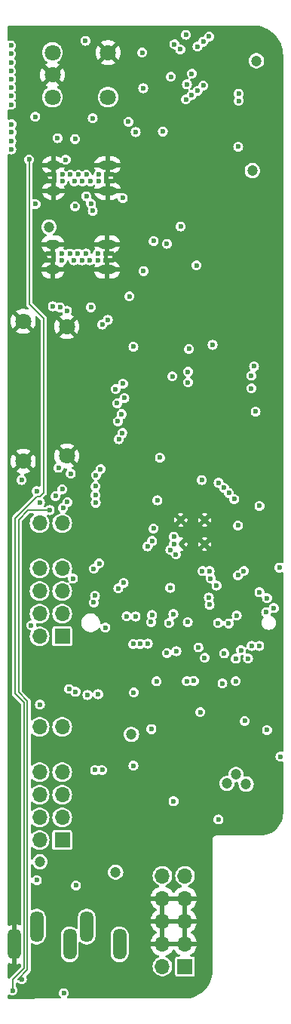
<source format=gbr>
%TF.GenerationSoftware,KiCad,Pcbnew,8.0.7*%
%TF.CreationDate,2025-01-04T21:32:03+01:00*%
%TF.ProjectId,tiliqua-motherboard,74696c69-7175-4612-9d6d-6f7468657262,rev?*%
%TF.SameCoordinates,Original*%
%TF.FileFunction,Copper,L2,Inr*%
%TF.FilePolarity,Positive*%
%FSLAX46Y46*%
G04 Gerber Fmt 4.6, Leading zero omitted, Abs format (unit mm)*
G04 Created by KiCad (PCBNEW 8.0.7) date 2025-01-04 21:32:03*
%MOMM*%
%LPD*%
G01*
G04 APERTURE LIST*
%TA.AperFunction,ComponentPad*%
%ADD10C,0.600000*%
%TD*%
%TA.AperFunction,ComponentPad*%
%ADD11O,1.600000X1.000000*%
%TD*%
%TA.AperFunction,ComponentPad*%
%ADD12O,2.000000X1.000000*%
%TD*%
%TA.AperFunction,ComponentPad*%
%ADD13R,1.700000X1.700000*%
%TD*%
%TA.AperFunction,ComponentPad*%
%ADD14O,1.700000X1.700000*%
%TD*%
%TA.AperFunction,ComponentPad*%
%ADD15C,1.800000*%
%TD*%
%TA.AperFunction,ComponentPad*%
%ADD16C,6.400000*%
%TD*%
%TA.AperFunction,HeatsinkPad*%
%ADD17C,0.500000*%
%TD*%
%TA.AperFunction,ComponentPad*%
%ADD18C,0.700000*%
%TD*%
%TA.AperFunction,ComponentPad*%
%ADD19C,4.400000*%
%TD*%
%TA.AperFunction,ComponentPad*%
%ADD20O,1.500000X3.500000*%
%TD*%
%TA.AperFunction,ViaPad*%
%ADD21C,0.600000*%
%TD*%
%TA.AperFunction,ViaPad*%
%ADD22C,1.200000*%
%TD*%
%TA.AperFunction,Conductor*%
%ADD23C,0.200000*%
%TD*%
G04 APERTURE END LIST*
D10*
%TO.N,GND*%
%TO.C,J5*%
X5565000Y-17145000D03*
%TO.N,/rp2040_jtag/RP2040_USB_VBUS*%
X6465000Y-17145000D03*
%TO.N,Net-(J5-CC1)*%
X7365000Y-17145000D03*
%TO.N,/rp2040_jtag/RP2040_USB_D+*%
X8265000Y-17145000D03*
%TO.N,/rp2040_jtag/RP2040_USB_D-*%
X9165000Y-17145000D03*
%TO.N,/rp2040_jtag/RP2040_USB_VBUS*%
X10515000Y-17145000D03*
%TO.N,GND*%
X11415000Y-17145000D03*
X5565000Y-17895000D03*
%TO.N,/rp2040_jtag/RP2040_USB_VBUS*%
X6465000Y-17895000D03*
%TO.N,Net-(J5-CC2)*%
X9615000Y-17895000D03*
%TO.N,/rp2040_jtag/RP2040_USB_D+*%
X8715000Y-17895000D03*
%TO.N,/rp2040_jtag/RP2040_USB_D-*%
X7815000Y-17895000D03*
%TO.N,/rp2040_jtag/RP2040_USB_VBUS*%
X10515000Y-17895000D03*
%TO.N,GND*%
X11415000Y-17895000D03*
D11*
X5440000Y-18950000D03*
D12*
X11540000Y-18950000D03*
D11*
X5440000Y-16090000D03*
D12*
X11540000Y-16090000D03*
%TD*%
D13*
%TO.N,Net-(J6-Pin_1)*%
%TO.C,J6*%
X20230000Y-105980000D03*
D14*
X17690000Y-105980000D03*
%TO.N,GND*%
X20230000Y-103440000D03*
X17690000Y-103440000D03*
X20230000Y-100900000D03*
X17690000Y-100900000D03*
X20230000Y-98360000D03*
X17690000Y-98360000D03*
%TO.N,Net-(J6-Pin_10)*%
X20230000Y-95820000D03*
X17690000Y-95820000D03*
%TD*%
D15*
%TO.N,GND*%
%TO.C,J10*%
X2065000Y-33600000D03*
X6965000Y-34200000D03*
X6965000Y-48700000D03*
X2065000Y-49300000D03*
%TD*%
D16*
%TO.N,GND*%
%TO.C,H3*%
X23615000Y-47200000D03*
%TD*%
D10*
%TO.N,GND*%
%TO.C,J7*%
X5498750Y-26005000D03*
%TO.N,SC_USB0_VBUS*%
X6398750Y-26005000D03*
%TO.N,Net-(J7-CC1)*%
X7298750Y-26005000D03*
%TO.N,SC_USB0_D+*%
X8198750Y-26005000D03*
%TO.N,SC_USB0_D-*%
X9098750Y-26005000D03*
%TO.N,SC_USB0_VBUS*%
X10448750Y-26005000D03*
%TO.N,GND*%
X11348750Y-26005000D03*
X5498750Y-26755000D03*
%TO.N,SC_USB0_VBUS*%
X6398750Y-26755000D03*
%TO.N,Net-(J7-CC2)*%
X9548750Y-26755000D03*
%TO.N,SC_USB0_D+*%
X8648750Y-26755000D03*
%TO.N,SC_USB0_D-*%
X7748750Y-26755000D03*
%TO.N,SC_USB0_VBUS*%
X10448750Y-26755000D03*
%TO.N,GND*%
X11348750Y-26755000D03*
D11*
X5373750Y-27810000D03*
D12*
X11473750Y-27810000D03*
D11*
X5373750Y-24950000D03*
D12*
X11473750Y-24950000D03*
%TD*%
D17*
%TO.N,GND*%
%TO.C,U2*%
X19740000Y-58600000D03*
X22440000Y-58600000D03*
X19740000Y-55900000D03*
X22440000Y-55900000D03*
%TD*%
D13*
%TO.N,EX1_1*%
%TO.C,J3*%
X6440000Y-68950000D03*
D14*
%TO.N,EX1_2*%
X6440000Y-66410000D03*
%TO.N,EX1_3*%
X6440000Y-63870000D03*
%TO.N,Net-(J3-Pin_4)*%
X6440000Y-61330000D03*
%TO.N,GND*%
X6440000Y-58790000D03*
%TO.N,+3V3*%
X6440000Y-56250000D03*
%TO.N,EX1_7*%
X3900000Y-68950000D03*
%TO.N,EX1_8*%
X3900000Y-66410000D03*
%TO.N,EX1_9*%
X3900000Y-63870000D03*
%TO.N,Net-(J3-Pin_10)*%
X3900000Y-61330000D03*
%TO.N,GND*%
X3900000Y-58790000D03*
%TO.N,+3V3*%
X3900000Y-56250000D03*
%TD*%
D18*
%TO.N,GND*%
%TO.C,H1*%
X27082000Y-23758800D03*
X27565274Y-22592074D03*
X27565274Y-24925526D03*
X28732000Y-22108800D03*
D19*
X28732000Y-23758800D03*
D18*
X28732000Y-25408800D03*
X29898726Y-22592074D03*
X29898726Y-24925526D03*
X30382000Y-23758800D03*
%TD*%
D17*
%TO.N,GND*%
%TO.C,U10*%
X27190000Y-81150000D03*
X27940000Y-81150000D03*
X28690000Y-81150000D03*
X27190000Y-80450000D03*
X27940000Y-80450000D03*
X28690000Y-80450000D03*
%TD*%
D15*
%TO.N,Net-(R21-Pad2)*%
%TO.C,SW3*%
X5340000Y-3450000D03*
%TO.N,Net-(R14-Pad2)*%
X5340000Y-8450000D03*
%TO.N,GND*%
X5340000Y-5950000D03*
X11590000Y-3450000D03*
%TO.N,Net-(R13-Pad2)*%
X11590000Y-8450000D03*
%TD*%
D13*
%TO.N,EX2_1*%
%TO.C,J2*%
X6440000Y-91810000D03*
D14*
%TO.N,EX2_2*%
X6440000Y-89270000D03*
%TO.N,EX2_3*%
X6440000Y-86730000D03*
%TO.N,Net-(J2-Pin_4)*%
X6440000Y-84190000D03*
%TO.N,GND*%
X6440000Y-81650000D03*
%TO.N,+3V3*%
X6440000Y-79110000D03*
%TO.N,EX2_7*%
X3900000Y-91810000D03*
%TO.N,EX2_8*%
X3900000Y-89270000D03*
%TO.N,EX2_9*%
X3900000Y-86730000D03*
%TO.N,Net-(J2-Pin_10)*%
X3900000Y-84190000D03*
%TO.N,GND*%
X3900000Y-81650000D03*
%TO.N,+3V3*%
X3900000Y-79110000D03*
%TD*%
D18*
%TO.N,GND*%
%TO.C,H2*%
X27082000Y-88842074D03*
X27565274Y-87675348D03*
X27565274Y-90008800D03*
X28732000Y-87192074D03*
D19*
X28732000Y-88842074D03*
D18*
X28732000Y-90492074D03*
X29898726Y-87675348D03*
X29898726Y-90008800D03*
X30382000Y-88842074D03*
%TD*%
D20*
%TO.N,GND*%
%TO.C,J4*%
X1090000Y-103507736D03*
%TO.N,Net-(J4-PadS)*%
X9190000Y-101507736D03*
%TO.N,unconnected-(J4-PadSN)*%
X7290000Y-103507736D03*
%TO.N,Net-(D1-A)*%
X3590000Y-101507736D03*
%TO.N,unconnected-(J4-PadTN)*%
X12890000Y-103507736D03*
%TD*%
D21*
%TO.N,GND*%
X28440000Y-20450000D03*
X23940000Y-79950000D03*
X16840000Y-47850000D03*
X24440000Y-1450000D03*
X16440000Y-14450000D03*
X18690000Y-700000D03*
X28440000Y-10450000D03*
X17890000Y-60699999D03*
D22*
X17440000Y-78450000D03*
D21*
X1183657Y-94449999D03*
X19940000Y-84412500D03*
X23756961Y-85950000D03*
X1933657Y-949999D03*
X14440000Y-108450000D03*
X30433657Y-44449999D03*
X25440000Y-80950000D03*
X13815158Y-44465136D03*
X20933657Y-34449999D03*
X25169540Y-74553293D03*
X6590000Y-22800000D03*
X30433657Y-35949999D03*
X1183657Y-80449999D03*
X6378235Y-72938235D03*
X13933657Y-46476477D03*
X28440000Y-12450000D03*
X30933657Y-56449999D03*
X8440000Y-108450000D03*
X13933657Y-45449999D03*
X690000Y-20450000D03*
D22*
X22440000Y-74450000D03*
D21*
X1440000Y-42450000D03*
X12940000Y-850000D03*
X690000Y-28450000D03*
X16433657Y-60699999D03*
X10440000Y-108450000D03*
X14433657Y-49949999D03*
X16440000Y-18450000D03*
X22964998Y-63250002D03*
X14440000Y-40250000D03*
X940000Y-1699999D03*
X2146733Y-73625000D03*
X1183657Y-92449999D03*
X1183657Y-78449999D03*
X1440000Y-36450000D03*
X28740000Y-61550000D03*
X1440000Y-46450000D03*
X16863003Y-49528467D03*
X28440000Y-74450000D03*
X1183657Y-82449999D03*
X23726511Y-82924737D03*
X1183657Y-88449999D03*
X29975971Y-74217349D03*
X1183657Y-84449999D03*
X6683657Y-51449999D03*
X7340000Y-75950000D03*
X1690000Y-31450000D03*
X30433657Y-46449999D03*
X28640000Y-45449999D03*
X30683657Y-86449999D03*
X29986855Y-69766042D03*
D22*
X25654247Y-90171510D03*
D21*
X690000Y-26450000D03*
X14183657Y-47699999D03*
X21988362Y-84371891D03*
X30433657Y-48449999D03*
X30433657Y-50449999D03*
X1440000Y-44450000D03*
X28440000Y-18450000D03*
X15933657Y-59699999D03*
X30240000Y-78150000D03*
X28940000Y-77450000D03*
X30683657Y-84449999D03*
X20940000Y-79450000D03*
X17527956Y-67528773D03*
X20940000Y-84450000D03*
X6540000Y-75550000D03*
X26440000Y-1450000D03*
X690000Y-30450000D03*
X30465000Y-8450000D03*
X28640000Y-47449999D03*
X30433657Y-52449999D03*
X30433657Y-54449999D03*
X1440000Y-38450000D03*
X1183657Y-90449999D03*
D22*
X22750000Y-69740000D03*
D21*
X13840000Y-39450000D03*
X690000Y-24450000D03*
X28640000Y-49449999D03*
X28440000Y-14450000D03*
X1183657Y-86449999D03*
X690000Y-22450000D03*
X29440000Y-85450000D03*
X28440000Y-1450000D03*
X9440000Y-63950000D03*
X1440000Y-40450000D03*
X24933657Y-35699999D03*
X10212782Y-22800000D03*
X30933657Y-26449999D03*
X30440000Y-3450000D03*
X28640000Y-51449999D03*
X15933657Y-30449999D03*
X1683657Y-10449999D03*
D22*
X10790000Y-90950000D03*
D21*
X12440000Y-108450000D03*
X16440000Y-16450000D03*
D22*
X14219756Y-91350000D03*
D21*
X18440000Y-83450000D03*
X11440000Y-54450000D03*
%TO.N,+3V3*%
X18574281Y-63512070D03*
X9990000Y-65150000D03*
D22*
X27790000Y-16690000D03*
D21*
X11565000Y-33450000D03*
X22185887Y-61625745D03*
X16705127Y-56849999D03*
X9860233Y-10820232D03*
D22*
X27092867Y-85524340D03*
D21*
X29340000Y-66250000D03*
X10127879Y-64393492D03*
X14481809Y-75235000D03*
D22*
X24940000Y-85450000D03*
D21*
X17133657Y-53681349D03*
X29440000Y-64650000D03*
X15580000Y-27960000D03*
X28165000Y-43725000D03*
X28590000Y-54300000D03*
X14433657Y-83449999D03*
D22*
X25940000Y-84450000D03*
D21*
X28590001Y-64002182D03*
X6615000Y-108975000D03*
X3445735Y-20440000D03*
D22*
X28265000Y-4375000D03*
D21*
X18190000Y-24900000D03*
X10187351Y-52096169D03*
X26190000Y-56518666D03*
X9040000Y-2130000D03*
D22*
X14219756Y-79949998D03*
D21*
X14690000Y-12375000D03*
X22115000Y-51400000D03*
X5923866Y-13045686D03*
%TO.N,Net-(D1-A)*%
X3590000Y-96300000D03*
%TO.N,Net-(D1-K)*%
X7990000Y-96900000D03*
%TO.N,Net-(D5-K)*%
X22930000Y-1640000D03*
X732000Y-14320000D03*
%TO.N,Net-(D6-K)*%
X20340000Y-1450000D03*
X699500Y-2650000D03*
%TO.N,Net-(D7-K)*%
X17750000Y-12300000D03*
X867626Y-108695513D03*
X2733657Y-15449999D03*
%TO.N,Net-(R15-Pad1)*%
X30841970Y-61231722D03*
X30940000Y-82450000D03*
D22*
%TO.N,+5V*%
X3933657Y-94250000D03*
D21*
X16715000Y-24600000D03*
D22*
X4965000Y-23025000D03*
D21*
X14440000Y-36450000D03*
X21940000Y-77450000D03*
X18940000Y-87450000D03*
%TO.N,Net-(U2-GPIO22{slash}SPI0_SCK{slash}UART1_CTS{slash}I2C1_SDA{slash}PWM3_A{slash}CLOCK_GPIN1{slash}USB_VBUS_DET)*%
X7887249Y-13145306D03*
X19740000Y-22950000D03*
X17415000Y-48890000D03*
D22*
%TO.N,-12V*%
X12440000Y-95400000D03*
D21*
X6440000Y-52450000D03*
%TO.N,+12V*%
X7399998Y-50700000D03*
X23990000Y-89489496D03*
%TO.N,ENC_S*%
X18188322Y-70816957D03*
X15533657Y-7449999D03*
%TO.N,ENC_B*%
X13881675Y-11203769D03*
X23115000Y-62449999D03*
%TO.N,ENC_A*%
X15433657Y-3449999D03*
X22985886Y-61623320D03*
%TO.N,GPDI_HPD*%
X16047383Y-69776945D03*
X3567893Y-52647893D03*
%TO.N,SC_USB0_ID*%
X7890000Y-20700000D03*
X23765000Y-63249999D03*
%TO.N,FFC_SDIN1*%
X10175982Y-53096276D03*
%TO.N,FFC_BICK*%
X6524828Y-54524629D03*
%TO.N,FFC_LRCK*%
X7015000Y-53892383D03*
%TO.N,ECP5_M10_TDO*%
X25166726Y-52854313D03*
X22440000Y-71350000D03*
%TO.N,/rp2040_jtag/RP2040_USB_D+*%
X10240000Y-50850000D03*
X13243528Y-19775000D03*
%TO.N,FFC_SDOUT1*%
X10200001Y-53949998D03*
%TO.N,EX2_4*%
X22990000Y-65405072D03*
%TO.N,EX2_8*%
X25934832Y-73984400D03*
%TO.N,EX2_10*%
X22915205Y-64608574D03*
%TO.N,SC_USB0_VBUS*%
X27314999Y-71434400D03*
%TO.N,EX2_9*%
X25940000Y-71450000D03*
%TO.N,EX2_3*%
X23940000Y-67450000D03*
%TO.N,ECP5_R11_TDI*%
X25140000Y-67501472D03*
X25766726Y-53550000D03*
%TO.N,ECP5_T10_TCK*%
X24615000Y-52275000D03*
X26042373Y-66600510D03*
%TO.N,EX1_9*%
X20540000Y-67335785D03*
%TO.N,ECP5_T11_TMS*%
X24015000Y-51725000D03*
X24633139Y-70859869D03*
%TO.N,/rp2040_jtag/RP2040_USB_D-*%
X10733621Y-50188291D03*
X6830000Y-15468981D03*
%TO.N,EX1_4*%
X19265735Y-70624265D03*
X7655917Y-62449999D03*
%TO.N,PLL_CLK1*%
X18933657Y-66449999D03*
X21228961Y-73935649D03*
%TO.N,RP2040_UART0_TX*%
X26190000Y-62100000D03*
X24440000Y-74225000D03*
%TO.N,Net-(D8-K)*%
X20340000Y-8700000D03*
X714500Y-6440000D03*
%TO.N,Net-(D9-K)*%
X732000Y-13370000D03*
X22290000Y-2220000D03*
%TO.N,Net-(D10-K)*%
X19700000Y-3090000D03*
X699500Y-3575000D03*
%TO.N,Net-(D11-K)*%
X21510003Y-27320000D03*
X20455144Y-7017180D03*
X5030000Y-54790000D03*
X1910007Y-107415846D03*
%TO.N,Net-(D12-K)*%
X714500Y-7390000D03*
X20973715Y-8211728D03*
%TO.N,Net-(D13-K)*%
X21640000Y-2780000D03*
X760000Y-12410000D03*
%TO.N,Net-(D14-K)*%
X19030000Y-2520000D03*
X699500Y-4550000D03*
%TO.N,Net-(U12-~{CS})*%
X20565000Y-40450000D03*
X19211908Y-59750536D03*
X20683657Y-36699999D03*
%TO.N,Net-(U12-DO(IO1))*%
X20565000Y-39250000D03*
X18587838Y-59250000D03*
%TO.N,Net-(U12-CLK)*%
X23333657Y-36249999D03*
X27683657Y-39699999D03*
X16540947Y-58247196D03*
%TO.N,Net-(U12-DI(IO0))*%
X27690000Y-41125000D03*
X18990000Y-58558430D03*
%TO.N,Net-(U12-IO3)*%
X18989998Y-57758428D03*
X27990000Y-38650000D03*
%TO.N,Net-(D16-K)*%
X714500Y-8340000D03*
X21640000Y-7740000D03*
%TO.N,Net-(D17-K)*%
X760000Y-11490000D03*
X20990000Y-5830000D03*
%TO.N,Net-(D18-K)*%
X699500Y-5500000D03*
X18640000Y-6150000D03*
%TO.N,Net-(D20-K)*%
X714500Y-9290000D03*
X22290000Y-7150000D03*
%TO.N,SC_USB0_D+*%
X28565000Y-70025000D03*
%TO.N,SC_USB0_D-*%
X27715000Y-70025000D03*
%TO.N,Net-(U12-IO2)*%
X18815000Y-39775000D03*
X16026528Y-58859876D03*
%TO.N,Net-(R14-Pad2)*%
X3415784Y-10645686D03*
%TO.N,MOBO_LED_OE*%
X26215000Y-14000000D03*
X30201507Y-65779648D03*
%TO.N,FFC_PDN_D*%
X9271915Y-75538257D03*
%TO.N,GPDI_D1+*%
X13340521Y-62949479D03*
X12683657Y-44824999D03*
%TO.N,GPDI_CK+*%
X12433657Y-41199999D03*
X16540266Y-66558879D03*
%TO.N,GPDI_D2+*%
X10591413Y-60758745D03*
X12794344Y-46824998D03*
%TO.N,GPDI_D0-*%
X14683657Y-66717326D03*
X13433657Y-42204956D03*
%TO.N,GPDI_CK-*%
X16408628Y-67347977D03*
X13267274Y-40599999D03*
%TO.N,GPDI_D2-*%
X13207802Y-46140121D03*
X9990371Y-61359787D03*
%TO.N,GPDI_D1-*%
X12739479Y-63550521D03*
X13124166Y-44019877D03*
%TO.N,GPDI_D0+*%
X13683657Y-66699999D03*
X12602202Y-42786099D03*
%TO.N,USB_VBUS_EN*%
X13990000Y-30790000D03*
X5390000Y-31925000D03*
X21744328Y-70185673D03*
%TO.N,MOBO_I2C_SCL*%
X5683657Y-53199999D03*
X14410000Y-69810000D03*
X6976137Y-32425000D03*
X10933657Y-83949999D03*
X9665000Y-20375000D03*
X10940000Y-33950000D03*
X26260000Y-8054634D03*
X2953482Y-67718389D03*
%TO.N,RP2040_UART0_RX*%
X26515000Y-70500000D03*
X26826347Y-61615164D03*
%TO.N,USB_INT*%
X9150000Y-19560000D03*
X17029279Y-73991289D03*
X3940000Y-76600000D03*
X1890000Y-51400000D03*
%TO.N,FFC_PDN_CLK*%
X11290000Y-67970000D03*
%TO.N,MOBO_I2C_SDA*%
X3933657Y-53949999D03*
X9665000Y-32025000D03*
X10133654Y-83949999D03*
X15209694Y-69787786D03*
X6185202Y-32025000D03*
X9871131Y-21200000D03*
X6033035Y-50030743D03*
X26260000Y-8863520D03*
X16457467Y-79349998D03*
%TO.N,Net-(U10-EN)*%
X29440000Y-79450000D03*
X26940000Y-78450000D03*
%TO.N,PLL_CLK0*%
X20428324Y-73984400D03*
X18433657Y-67449999D03*
%TO.N,Net-(J8-G8)*%
X10471370Y-75450000D03*
%TO.N,Net-(J8-G7{slash}BUS7)*%
X7931604Y-75172976D03*
%TO.N,Net-(J8-G6{slash}BUS6)*%
X7203040Y-74842523D03*
%TD*%
D23*
%TO.N,Net-(D7-K)*%
X2140000Y-106209314D02*
X905000Y-107444314D01*
X3602190Y-53247893D02*
X1146733Y-55703350D01*
X4338696Y-33270753D02*
X4338696Y-52849999D01*
X2733657Y-31665714D02*
X4338696Y-33270753D01*
X1146733Y-55703350D02*
X1146733Y-75382163D01*
X2140000Y-76375430D02*
X2140000Y-106209314D01*
X905000Y-108658139D02*
X867626Y-108695513D01*
X3940802Y-53247893D02*
X3602190Y-53247893D01*
X2733657Y-15449999D02*
X2733657Y-31665714D01*
X905000Y-107444314D02*
X905000Y-108658139D01*
X1146733Y-75382163D02*
X2140000Y-76375430D01*
X4338696Y-52849999D02*
X3940802Y-53247893D01*
%TO.N,Net-(D11-K)*%
X1546733Y-75216477D02*
X1546733Y-55869036D01*
X1500000Y-107415000D02*
X1909161Y-107415000D01*
X1500000Y-107415000D02*
X2540000Y-106375000D01*
X1546733Y-55869036D02*
X2625769Y-54790000D01*
X1909161Y-107415000D02*
X1910007Y-107415846D01*
X2540000Y-106375000D02*
X2540000Y-76209744D01*
X2625769Y-54790000D02*
X5030000Y-54790000D01*
X2540000Y-76209744D02*
X1546733Y-75216477D01*
%TD*%
%TA.AperFunction,Conductor*%
%TO.N,GND*%
G36*
X19764075Y-103247007D02*
G01*
X19730000Y-103374174D01*
X19730000Y-103505826D01*
X19764075Y-103632993D01*
X19796988Y-103690000D01*
X18123012Y-103690000D01*
X18155925Y-103632993D01*
X18190000Y-103505826D01*
X18190000Y-103374174D01*
X18155925Y-103247007D01*
X18123012Y-103190000D01*
X19796988Y-103190000D01*
X19764075Y-103247007D01*
G37*
%TD.AperFunction*%
%TA.AperFunction,Conductor*%
G36*
X17940000Y-103006988D02*
G01*
X17882993Y-102974075D01*
X17755826Y-102940000D01*
X17624174Y-102940000D01*
X17497007Y-102974075D01*
X17440000Y-103006988D01*
X17440000Y-101333012D01*
X17497007Y-101365925D01*
X17624174Y-101400000D01*
X17755826Y-101400000D01*
X17882993Y-101365925D01*
X17940000Y-101333012D01*
X17940000Y-103006988D01*
G37*
%TD.AperFunction*%
%TA.AperFunction,Conductor*%
G36*
X20480000Y-103006988D02*
G01*
X20422993Y-102974075D01*
X20295826Y-102940000D01*
X20164174Y-102940000D01*
X20037007Y-102974075D01*
X19980000Y-103006988D01*
X19980000Y-101333012D01*
X20037007Y-101365925D01*
X20164174Y-101400000D01*
X20295826Y-101400000D01*
X20422993Y-101365925D01*
X20480000Y-101333012D01*
X20480000Y-103006988D01*
G37*
%TD.AperFunction*%
%TA.AperFunction,Conductor*%
G36*
X19764075Y-100707007D02*
G01*
X19730000Y-100834174D01*
X19730000Y-100965826D01*
X19764075Y-101092993D01*
X19796988Y-101150000D01*
X18123012Y-101150000D01*
X18155925Y-101092993D01*
X18190000Y-100965826D01*
X18190000Y-100834174D01*
X18155925Y-100707007D01*
X18123012Y-100650000D01*
X19796988Y-100650000D01*
X19764075Y-100707007D01*
G37*
%TD.AperFunction*%
%TA.AperFunction,Conductor*%
G36*
X17940000Y-100466988D02*
G01*
X17882993Y-100434075D01*
X17755826Y-100400000D01*
X17624174Y-100400000D01*
X17497007Y-100434075D01*
X17440000Y-100466988D01*
X17440000Y-98793012D01*
X17497007Y-98825925D01*
X17624174Y-98860000D01*
X17755826Y-98860000D01*
X17882993Y-98825925D01*
X17940000Y-98793012D01*
X17940000Y-100466988D01*
G37*
%TD.AperFunction*%
%TA.AperFunction,Conductor*%
G36*
X20480000Y-100466988D02*
G01*
X20422993Y-100434075D01*
X20295826Y-100400000D01*
X20164174Y-100400000D01*
X20037007Y-100434075D01*
X19980000Y-100466988D01*
X19980000Y-98793012D01*
X20037007Y-98825925D01*
X20164174Y-98860000D01*
X20295826Y-98860000D01*
X20422993Y-98825925D01*
X20480000Y-98793012D01*
X20480000Y-100466988D01*
G37*
%TD.AperFunction*%
%TA.AperFunction,Conductor*%
G36*
X19764075Y-98167007D02*
G01*
X19730000Y-98294174D01*
X19730000Y-98425826D01*
X19764075Y-98552993D01*
X19796988Y-98610000D01*
X18123012Y-98610000D01*
X18155925Y-98552993D01*
X18190000Y-98425826D01*
X18190000Y-98294174D01*
X18155925Y-98167007D01*
X18123012Y-98110000D01*
X19796988Y-98110000D01*
X19764075Y-98167007D01*
G37*
%TD.AperFunction*%
%TA.AperFunction,Conductor*%
G36*
X27850863Y-390652D02*
G01*
X28175776Y-406614D01*
X28188070Y-407825D01*
X28501320Y-454291D01*
X28506796Y-455104D01*
X28518925Y-457516D01*
X28831486Y-535809D01*
X28843308Y-539395D01*
X29146699Y-647950D01*
X29158112Y-652678D01*
X29449406Y-790450D01*
X29460288Y-796267D01*
X29649660Y-909772D01*
X29736672Y-961925D01*
X29746953Y-968795D01*
X30005752Y-1160734D01*
X30015310Y-1168578D01*
X30254061Y-1384969D01*
X30262793Y-1393701D01*
X30479183Y-1632450D01*
X30487024Y-1642004D01*
X30641549Y-1850358D01*
X30678966Y-1900808D01*
X30685833Y-1911084D01*
X30699778Y-1934350D01*
X30851487Y-2187463D01*
X30857315Y-2198368D01*
X30995080Y-2489645D01*
X30999812Y-2501067D01*
X31008283Y-2524741D01*
X31108363Y-2804449D01*
X31111952Y-2816281D01*
X31190244Y-3128839D01*
X31192656Y-3140967D01*
X31239933Y-3459687D01*
X31241145Y-3471993D01*
X31257111Y-3796996D01*
X31257263Y-3803178D01*
X31257263Y-60614983D01*
X31237261Y-60683104D01*
X31183605Y-60729597D01*
X31113331Y-60739701D01*
X31083048Y-60731392D01*
X31014164Y-60702860D01*
X30986722Y-60691493D01*
X30841970Y-60672437D01*
X30697217Y-60691493D01*
X30629772Y-60719430D01*
X30562328Y-60747367D01*
X30562327Y-60747368D01*
X30562326Y-60747368D01*
X30446496Y-60836248D01*
X30357616Y-60952078D01*
X30357615Y-60952080D01*
X30352548Y-60964313D01*
X30301741Y-61086969D01*
X30282685Y-61231721D01*
X30282685Y-61231722D01*
X30301741Y-61376474D01*
X30357614Y-61511363D01*
X30357619Y-61511371D01*
X30446495Y-61627196D01*
X30562320Y-61716072D01*
X30562327Y-61716077D01*
X30697216Y-61771950D01*
X30841970Y-61791007D01*
X30986724Y-61771950D01*
X31083046Y-61732051D01*
X31153634Y-61724462D01*
X31217121Y-61756241D01*
X31253349Y-61817298D01*
X31257263Y-61848460D01*
X31257263Y-81792655D01*
X31237261Y-81860776D01*
X31183605Y-81907269D01*
X31113331Y-81917373D01*
X31092776Y-81911734D01*
X31092730Y-81911909D01*
X31084755Y-81909772D01*
X30940000Y-81890715D01*
X30795247Y-81909771D01*
X30727802Y-81937708D01*
X30660358Y-81965645D01*
X30660357Y-81965646D01*
X30660356Y-81965646D01*
X30544526Y-82054526D01*
X30455646Y-82170356D01*
X30455645Y-82170358D01*
X30427708Y-82237802D01*
X30399771Y-82305247D01*
X30380715Y-82449999D01*
X30380715Y-82450000D01*
X30399771Y-82594752D01*
X30455644Y-82729641D01*
X30455649Y-82729649D01*
X30544525Y-82845474D01*
X30660350Y-82934350D01*
X30660357Y-82934355D01*
X30795246Y-82990228D01*
X30940000Y-83009285D01*
X31084754Y-82990228D01*
X31084759Y-82990225D01*
X31092730Y-82988091D01*
X31093199Y-82989844D01*
X31153627Y-82983345D01*
X31217116Y-83015120D01*
X31253347Y-83076176D01*
X31257263Y-83107344D01*
X31257263Y-88754993D01*
X31257033Y-88762601D01*
X31239311Y-89055578D01*
X31237477Y-89070682D01*
X31185258Y-89355633D01*
X31181617Y-89370407D01*
X31095427Y-89646999D01*
X31090031Y-89661225D01*
X30971138Y-89925394D01*
X30964068Y-89938866D01*
X30814194Y-90186790D01*
X30805550Y-90199313D01*
X30626882Y-90427365D01*
X30616792Y-90438753D01*
X30411953Y-90643592D01*
X30400565Y-90653682D01*
X30172513Y-90832350D01*
X30159990Y-90840994D01*
X29912066Y-90990868D01*
X29898594Y-90997938D01*
X29634425Y-91116831D01*
X29620199Y-91122227D01*
X29343607Y-91208417D01*
X29328833Y-91212058D01*
X29043882Y-91264277D01*
X29028777Y-91266111D01*
X28735787Y-91283833D01*
X28728180Y-91284063D01*
X28667518Y-91284063D01*
X28664183Y-91284306D01*
X23731549Y-91302299D01*
X23731089Y-91302300D01*
X23679250Y-91302300D01*
X23678770Y-91302365D01*
X23678278Y-91302430D01*
X23677842Y-91302487D01*
X23627620Y-91316139D01*
X23627405Y-91316197D01*
X23607261Y-91321594D01*
X23577380Y-91329601D01*
X23576965Y-91329776D01*
X23576407Y-91330008D01*
X23576077Y-91330144D01*
X23531208Y-91356266D01*
X23530819Y-91356492D01*
X23486059Y-91382336D01*
X23485730Y-91382591D01*
X23485293Y-91382928D01*
X23484937Y-91383200D01*
X23448452Y-91419951D01*
X23448133Y-91420272D01*
X23411503Y-91456902D01*
X23411309Y-91457159D01*
X23410961Y-91457614D01*
X23410639Y-91458032D01*
X23384878Y-91503027D01*
X23384654Y-91503417D01*
X23358777Y-91548241D01*
X23358640Y-91548576D01*
X23358433Y-91549078D01*
X23358240Y-91549542D01*
X23351860Y-91573703D01*
X23344984Y-91599744D01*
X23344954Y-91599859D01*
X23331493Y-91650096D01*
X23331425Y-91650634D01*
X23331367Y-91651076D01*
X23331310Y-91651509D01*
X23331499Y-91703300D01*
X23331500Y-91703760D01*
X23331500Y-106431507D01*
X23331327Y-106438102D01*
X23314482Y-106759503D01*
X23313104Y-106772619D01*
X23263271Y-107087254D01*
X23260529Y-107100154D01*
X23178082Y-107407851D01*
X23174006Y-107420394D01*
X23059848Y-107717785D01*
X23054484Y-107729833D01*
X22909864Y-108013668D01*
X22903269Y-108025091D01*
X22729777Y-108292244D01*
X22722025Y-108302913D01*
X22521547Y-108550483D01*
X22512722Y-108560284D01*
X22287484Y-108785522D01*
X22277683Y-108794347D01*
X22030113Y-108994825D01*
X22019444Y-109002577D01*
X21752291Y-109176069D01*
X21740868Y-109182664D01*
X21457033Y-109327284D01*
X21444985Y-109332648D01*
X21147594Y-109446806D01*
X21135051Y-109450882D01*
X20827354Y-109533329D01*
X20814454Y-109536071D01*
X20499819Y-109585904D01*
X20486703Y-109587282D01*
X20182944Y-109603202D01*
X20165300Y-109604127D01*
X20158707Y-109604300D01*
X20096269Y-109604300D01*
X20096077Y-109604312D01*
X7073583Y-109606887D01*
X7005458Y-109586898D01*
X6958955Y-109533252D01*
X6948837Y-109462980D01*
X6978317Y-109398393D01*
X6996852Y-109380925D01*
X7010474Y-109370474D01*
X7099355Y-109254643D01*
X7155228Y-109119754D01*
X7174285Y-108975000D01*
X7155228Y-108830246D01*
X7099355Y-108695358D01*
X7010474Y-108579526D01*
X7010472Y-108579524D01*
X7010471Y-108579523D01*
X6894649Y-108490649D01*
X6894641Y-108490644D01*
X6759752Y-108434771D01*
X6615000Y-108415715D01*
X6470247Y-108434771D01*
X6402802Y-108462708D01*
X6335358Y-108490645D01*
X6335357Y-108490646D01*
X6335356Y-108490646D01*
X6219526Y-108579526D01*
X6130646Y-108695356D01*
X6130645Y-108695358D01*
X6130581Y-108695513D01*
X6074771Y-108830247D01*
X6055715Y-108974999D01*
X6055715Y-108975000D01*
X6074771Y-109119752D01*
X6130644Y-109254641D01*
X6130649Y-109254649D01*
X6219525Y-109370474D01*
X6233381Y-109381106D01*
X6275248Y-109438444D01*
X6279470Y-109509315D01*
X6244705Y-109571218D01*
X6181993Y-109604499D01*
X6156702Y-109607068D01*
X458524Y-109608195D01*
X390399Y-109588206D01*
X343896Y-109534560D01*
X332499Y-109482195D01*
X332499Y-109239331D01*
X352501Y-109171210D01*
X406157Y-109124717D01*
X476431Y-109114613D01*
X535202Y-109139367D01*
X587983Y-109179868D01*
X722872Y-109235741D01*
X867626Y-109254798D01*
X1012380Y-109235741D01*
X1147269Y-109179868D01*
X1263100Y-109090987D01*
X1351981Y-108975156D01*
X1407854Y-108840267D01*
X1426911Y-108695513D01*
X1426890Y-108695357D01*
X1409108Y-108560284D01*
X1407854Y-108550759D01*
X1351981Y-108415871D01*
X1285536Y-108329278D01*
X1259937Y-108263060D01*
X1259500Y-108252576D01*
X1259500Y-107881769D01*
X1279502Y-107813648D01*
X1333158Y-107767155D01*
X1403432Y-107757051D01*
X1418104Y-107760061D01*
X1448665Y-107768250D01*
X1509288Y-107805202D01*
X1513732Y-107810520D01*
X1514531Y-107811319D01*
X1606343Y-107881769D01*
X1630364Y-107900201D01*
X1765253Y-107956074D01*
X1910007Y-107975131D01*
X2054761Y-107956074D01*
X2189650Y-107900201D01*
X2305481Y-107811320D01*
X2394362Y-107695489D01*
X2450235Y-107560600D01*
X2469292Y-107415846D01*
X2468239Y-107407851D01*
X2450235Y-107271093D01*
X2445085Y-107258660D01*
X2394362Y-107136204D01*
X2394360Y-107136201D01*
X2393123Y-107133215D01*
X2385534Y-107062625D01*
X2417313Y-106999138D01*
X2420405Y-106995932D01*
X2823671Y-106592668D01*
X2870341Y-106511832D01*
X2894500Y-106421671D01*
X2894500Y-106328329D01*
X2894500Y-103486848D01*
X2914502Y-103418727D01*
X2968158Y-103372234D01*
X3038432Y-103362130D01*
X3090503Y-103382084D01*
X3114189Y-103397911D01*
X3114190Y-103397911D01*
X3114191Y-103397912D01*
X3296998Y-103473633D01*
X3491065Y-103512236D01*
X3688935Y-103512236D01*
X3883002Y-103473633D01*
X4065809Y-103397912D01*
X4230331Y-103287982D01*
X4370246Y-103148067D01*
X4480176Y-102983545D01*
X4555897Y-102800738D01*
X4594500Y-102606671D01*
X4594500Y-102408797D01*
X6285500Y-102408797D01*
X6285500Y-104606674D01*
X6324103Y-104800738D01*
X6324104Y-104800741D01*
X6384486Y-104946515D01*
X6399824Y-104983545D01*
X6509754Y-105148067D01*
X6649669Y-105287982D01*
X6814191Y-105397912D01*
X6996998Y-105473633D01*
X7191065Y-105512236D01*
X7388935Y-105512236D01*
X7583002Y-105473633D01*
X7765809Y-105397912D01*
X7930331Y-105287982D01*
X8070246Y-105148067D01*
X8180176Y-104983545D01*
X8255897Y-104800738D01*
X8294500Y-104606671D01*
X8294500Y-103337003D01*
X8314502Y-103268882D01*
X8368158Y-103222389D01*
X8438432Y-103212285D01*
X8503012Y-103241779D01*
X8509595Y-103247908D01*
X8549669Y-103287982D01*
X8714191Y-103397912D01*
X8896998Y-103473633D01*
X9091065Y-103512236D01*
X9288935Y-103512236D01*
X9483002Y-103473633D01*
X9665809Y-103397912D01*
X9830331Y-103287982D01*
X9970246Y-103148067D01*
X10080176Y-102983545D01*
X10155897Y-102800738D01*
X10194500Y-102606671D01*
X10194500Y-102408797D01*
X11885500Y-102408797D01*
X11885500Y-104606674D01*
X11924103Y-104800738D01*
X11924104Y-104800741D01*
X11984486Y-104946515D01*
X11999824Y-104983545D01*
X12109754Y-105148067D01*
X12249669Y-105287982D01*
X12414191Y-105397912D01*
X12596998Y-105473633D01*
X12791065Y-105512236D01*
X12988935Y-105512236D01*
X13183002Y-105473633D01*
X13365809Y-105397912D01*
X13530331Y-105287982D01*
X13670246Y-105148067D01*
X13780176Y-104983545D01*
X13855897Y-104800738D01*
X13894500Y-104606671D01*
X13894500Y-102408801D01*
X13855897Y-102214734D01*
X13780176Y-102031927D01*
X13670246Y-101867405D01*
X13530331Y-101727490D01*
X13365809Y-101617560D01*
X13269286Y-101577579D01*
X13183005Y-101541840D01*
X13183002Y-101541839D01*
X12988938Y-101503236D01*
X12988935Y-101503236D01*
X12791065Y-101503236D01*
X12791061Y-101503236D01*
X12596997Y-101541839D01*
X12596994Y-101541840D01*
X12414190Y-101617560D01*
X12249673Y-101727487D01*
X12249666Y-101727492D01*
X12109756Y-101867402D01*
X12109751Y-101867409D01*
X11999824Y-102031926D01*
X11924104Y-102214730D01*
X11924103Y-102214733D01*
X11885500Y-102408797D01*
X10194500Y-102408797D01*
X10194500Y-100408801D01*
X10155897Y-100214734D01*
X10080176Y-100031927D01*
X9970246Y-99867405D01*
X9830331Y-99727490D01*
X9665809Y-99617560D01*
X9487681Y-99543777D01*
X9483005Y-99541840D01*
X9483002Y-99541839D01*
X9288938Y-99503236D01*
X9288935Y-99503236D01*
X9091065Y-99503236D01*
X9091061Y-99503236D01*
X8896997Y-99541839D01*
X8896994Y-99541840D01*
X8714190Y-99617560D01*
X8549673Y-99727487D01*
X8549666Y-99727492D01*
X8409756Y-99867402D01*
X8409751Y-99867409D01*
X8299824Y-100031926D01*
X8224104Y-100214730D01*
X8224103Y-100214733D01*
X8185500Y-100408797D01*
X8185500Y-101678469D01*
X8165498Y-101746590D01*
X8111842Y-101793083D01*
X8041568Y-101803187D01*
X7976988Y-101773693D01*
X7970405Y-101767564D01*
X7930333Y-101727492D01*
X7930331Y-101727490D01*
X7765809Y-101617560D01*
X7669286Y-101577579D01*
X7583005Y-101541840D01*
X7583002Y-101541839D01*
X7388938Y-101503236D01*
X7388935Y-101503236D01*
X7191065Y-101503236D01*
X7191061Y-101503236D01*
X6996997Y-101541839D01*
X6996994Y-101541840D01*
X6814190Y-101617560D01*
X6649673Y-101727487D01*
X6649666Y-101727492D01*
X6509756Y-101867402D01*
X6509751Y-101867409D01*
X6399824Y-102031926D01*
X6324104Y-102214730D01*
X6324103Y-102214733D01*
X6285500Y-102408797D01*
X4594500Y-102408797D01*
X4594500Y-100408801D01*
X4555897Y-100214734D01*
X4480176Y-100031927D01*
X4370246Y-99867405D01*
X4230331Y-99727490D01*
X4065809Y-99617560D01*
X3887681Y-99543777D01*
X3883005Y-99541840D01*
X3883002Y-99541839D01*
X3688938Y-99503236D01*
X3688935Y-99503236D01*
X3491065Y-99503236D01*
X3491061Y-99503236D01*
X3296997Y-99541839D01*
X3296994Y-99541840D01*
X3114190Y-99617560D01*
X3114188Y-99617561D01*
X3090500Y-99633389D01*
X3022747Y-99654603D01*
X2954281Y-99635819D01*
X2906838Y-99583001D01*
X2894500Y-99528623D01*
X2894500Y-98110000D01*
X16359363Y-98110000D01*
X17256988Y-98110000D01*
X17224075Y-98167007D01*
X17190000Y-98294174D01*
X17190000Y-98425826D01*
X17224075Y-98552993D01*
X17256988Y-98610000D01*
X16359364Y-98610000D01*
X16416568Y-98823488D01*
X16416570Y-98823493D01*
X16516399Y-99037577D01*
X16516400Y-99037579D01*
X16651886Y-99231073D01*
X16651893Y-99231082D01*
X16818917Y-99398106D01*
X16818926Y-99398113D01*
X17002690Y-99526786D01*
X17047019Y-99582243D01*
X17054328Y-99652862D01*
X17022298Y-99716223D01*
X17002691Y-99733212D01*
X16818925Y-99861887D01*
X16818919Y-99861892D01*
X16651892Y-100028919D01*
X16651887Y-100028925D01*
X16516400Y-100222421D01*
X16416570Y-100436506D01*
X16416568Y-100436511D01*
X16359363Y-100650000D01*
X17256988Y-100650000D01*
X17224075Y-100707007D01*
X17190000Y-100834174D01*
X17190000Y-100965826D01*
X17224075Y-101092993D01*
X17256988Y-101150000D01*
X16359364Y-101150000D01*
X16416568Y-101363488D01*
X16416570Y-101363493D01*
X16516399Y-101577577D01*
X16516400Y-101577579D01*
X16651886Y-101771073D01*
X16651893Y-101771082D01*
X16818917Y-101938106D01*
X16818926Y-101938113D01*
X17002690Y-102066786D01*
X17047019Y-102122243D01*
X17054328Y-102192862D01*
X17022298Y-102256223D01*
X17002691Y-102273212D01*
X16818925Y-102401887D01*
X16818919Y-102401892D01*
X16651892Y-102568919D01*
X16651887Y-102568925D01*
X16516400Y-102762421D01*
X16416570Y-102976506D01*
X16416568Y-102976511D01*
X16359363Y-103190000D01*
X17256988Y-103190000D01*
X17224075Y-103247007D01*
X17190000Y-103374174D01*
X17190000Y-103505826D01*
X17224075Y-103632993D01*
X17256988Y-103690000D01*
X16359364Y-103690000D01*
X16416568Y-103903488D01*
X16416570Y-103903493D01*
X16516399Y-104117577D01*
X16516400Y-104117579D01*
X16651886Y-104311073D01*
X16651893Y-104311082D01*
X16818917Y-104478106D01*
X16818926Y-104478113D01*
X17012420Y-104613599D01*
X17012422Y-104613600D01*
X17226506Y-104713429D01*
X17226513Y-104713432D01*
X17253123Y-104720562D01*
X17313746Y-104757513D01*
X17344768Y-104821373D01*
X17336340Y-104891868D01*
X17291138Y-104946615D01*
X17266031Y-104959760D01*
X17195574Y-104987055D01*
X17195566Y-104987059D01*
X17021536Y-105094814D01*
X16870266Y-105232715D01*
X16746913Y-105396063D01*
X16655671Y-105579301D01*
X16599654Y-105776180D01*
X16580768Y-105979995D01*
X16580768Y-105980004D01*
X16599654Y-106183819D01*
X16599655Y-106183821D01*
X16655672Y-106380701D01*
X16746912Y-106563935D01*
X16746913Y-106563936D01*
X16870266Y-106727284D01*
X17021536Y-106865185D01*
X17195566Y-106972940D01*
X17195568Y-106972940D01*
X17195573Y-106972944D01*
X17386444Y-107046888D01*
X17587653Y-107084500D01*
X17587655Y-107084500D01*
X17792345Y-107084500D01*
X17792347Y-107084500D01*
X17993556Y-107046888D01*
X18184427Y-106972944D01*
X18358462Y-106865186D01*
X18509732Y-106727285D01*
X18633088Y-106563935D01*
X18724328Y-106380701D01*
X18780345Y-106183821D01*
X18790113Y-106078406D01*
X18799232Y-105980004D01*
X18799232Y-105979995D01*
X18780345Y-105776180D01*
X18768264Y-105733720D01*
X18724328Y-105579299D01*
X18633088Y-105396065D01*
X18592538Y-105342368D01*
X18509733Y-105232715D01*
X18358463Y-105094814D01*
X18184433Y-104987059D01*
X18184428Y-104987057D01*
X18184427Y-104987056D01*
X18175364Y-104983545D01*
X18113969Y-104959760D01*
X18057674Y-104916501D01*
X18033704Y-104849673D01*
X18049668Y-104780494D01*
X18100499Y-104730929D01*
X18126877Y-104720562D01*
X18153484Y-104713433D01*
X18153493Y-104713429D01*
X18367577Y-104613600D01*
X18367579Y-104613599D01*
X18561073Y-104478113D01*
X18561082Y-104478106D01*
X18728106Y-104311082D01*
X18728113Y-104311073D01*
X18856787Y-104127308D01*
X18912244Y-104082979D01*
X18982863Y-104075670D01*
X19046223Y-104107700D01*
X19063213Y-104127308D01*
X19191886Y-104311073D01*
X19191893Y-104311082D01*
X19358917Y-104478106D01*
X19358926Y-104478113D01*
X19552420Y-104613599D01*
X19552426Y-104613602D01*
X19598968Y-104635305D01*
X19652253Y-104682221D01*
X19671715Y-104750498D01*
X19651174Y-104818458D01*
X19597152Y-104864525D01*
X19545720Y-104875500D01*
X19354936Y-104875500D01*
X19354926Y-104875501D01*
X19280699Y-104890265D01*
X19196515Y-104946516D01*
X19140266Y-105030697D01*
X19125500Y-105104930D01*
X19125500Y-106855063D01*
X19125501Y-106855073D01*
X19140265Y-106929300D01*
X19196516Y-107013484D01*
X19280697Y-107069733D01*
X19280699Y-107069734D01*
X19354933Y-107084500D01*
X21105066Y-107084499D01*
X21105069Y-107084498D01*
X21105073Y-107084498D01*
X21154326Y-107074701D01*
X21179301Y-107069734D01*
X21263484Y-107013484D01*
X21319734Y-106929301D01*
X21334500Y-106855067D01*
X21334499Y-105104934D01*
X21334498Y-105104930D01*
X21334498Y-105104926D01*
X21319734Y-105030699D01*
X21290572Y-104987056D01*
X21263484Y-104946516D01*
X21263483Y-104946515D01*
X21179302Y-104890266D01*
X21105069Y-104875500D01*
X20914282Y-104875500D01*
X20846161Y-104855498D01*
X20799668Y-104801842D01*
X20789564Y-104731568D01*
X20819058Y-104666988D01*
X20861033Y-104635305D01*
X20907573Y-104613603D01*
X20907579Y-104613599D01*
X21101073Y-104478113D01*
X21101082Y-104478106D01*
X21268106Y-104311082D01*
X21268113Y-104311073D01*
X21403599Y-104117579D01*
X21403600Y-104117577D01*
X21503429Y-103903493D01*
X21503431Y-103903488D01*
X21560636Y-103690000D01*
X20663012Y-103690000D01*
X20695925Y-103632993D01*
X20730000Y-103505826D01*
X20730000Y-103374174D01*
X20695925Y-103247007D01*
X20663012Y-103190000D01*
X21560636Y-103190000D01*
X21503431Y-102976511D01*
X21503429Y-102976506D01*
X21403599Y-102762421D01*
X21268112Y-102568925D01*
X21101076Y-102401888D01*
X21101073Y-102401886D01*
X20917308Y-102273213D01*
X20872979Y-102217756D01*
X20865670Y-102147137D01*
X20897700Y-102083777D01*
X20917308Y-102066787D01*
X21101073Y-101938113D01*
X21101082Y-101938106D01*
X21268106Y-101771082D01*
X21268113Y-101771073D01*
X21403599Y-101577579D01*
X21403600Y-101577577D01*
X21503429Y-101363493D01*
X21503431Y-101363488D01*
X21560636Y-101150000D01*
X20663012Y-101150000D01*
X20695925Y-101092993D01*
X20730000Y-100965826D01*
X20730000Y-100834174D01*
X20695925Y-100707007D01*
X20663012Y-100650000D01*
X21560636Y-100650000D01*
X21503431Y-100436511D01*
X21503429Y-100436506D01*
X21403599Y-100222421D01*
X21268112Y-100028925D01*
X21101076Y-99861888D01*
X21101073Y-99861886D01*
X20917308Y-99733213D01*
X20872979Y-99677756D01*
X20865670Y-99607137D01*
X20897700Y-99543777D01*
X20917308Y-99526787D01*
X21101073Y-99398113D01*
X21101082Y-99398106D01*
X21268106Y-99231082D01*
X21268113Y-99231073D01*
X21403599Y-99037579D01*
X21403600Y-99037577D01*
X21503429Y-98823493D01*
X21503431Y-98823488D01*
X21560636Y-98610000D01*
X20663012Y-98610000D01*
X20695925Y-98552993D01*
X20730000Y-98425826D01*
X20730000Y-98294174D01*
X20695925Y-98167007D01*
X20663012Y-98110000D01*
X21560636Y-98110000D01*
X21503431Y-97896511D01*
X21503429Y-97896506D01*
X21403599Y-97682421D01*
X21268112Y-97488925D01*
X21101076Y-97321888D01*
X21101073Y-97321886D01*
X20907579Y-97186400D01*
X20907577Y-97186399D01*
X20693493Y-97086570D01*
X20693483Y-97086566D01*
X20666873Y-97079436D01*
X20606251Y-97042484D01*
X20575230Y-96978623D01*
X20583660Y-96908129D01*
X20628863Y-96853382D01*
X20653960Y-96840242D01*
X20724427Y-96812944D01*
X20898462Y-96705186D01*
X21049732Y-96567285D01*
X21173088Y-96403935D01*
X21264328Y-96220701D01*
X21320345Y-96023821D01*
X21331399Y-95904528D01*
X21339232Y-95820004D01*
X21339232Y-95819995D01*
X21320345Y-95616180D01*
X21309664Y-95578639D01*
X21264328Y-95419299D01*
X21173088Y-95236065D01*
X21132538Y-95182368D01*
X21049733Y-95072715D01*
X20898463Y-94934814D01*
X20724433Y-94827059D01*
X20724428Y-94827057D01*
X20724427Y-94827056D01*
X20724422Y-94827054D01*
X20533559Y-94753113D01*
X20533560Y-94753113D01*
X20533557Y-94753112D01*
X20533556Y-94753112D01*
X20332347Y-94715500D01*
X20127653Y-94715500D01*
X19926444Y-94753112D01*
X19926439Y-94753113D01*
X19735577Y-94827054D01*
X19735566Y-94827059D01*
X19561536Y-94934814D01*
X19410266Y-95072715D01*
X19286913Y-95236063D01*
X19195671Y-95419301D01*
X19139654Y-95616180D01*
X19120768Y-95819995D01*
X19120768Y-95820004D01*
X19139654Y-96023819D01*
X19194663Y-96217154D01*
X19195672Y-96220701D01*
X19286912Y-96403935D01*
X19286913Y-96403936D01*
X19410266Y-96567284D01*
X19561536Y-96705185D01*
X19735566Y-96812940D01*
X19735567Y-96812940D01*
X19735573Y-96812944D01*
X19806031Y-96840239D01*
X19862324Y-96883498D01*
X19886295Y-96950325D01*
X19870331Y-97019504D01*
X19819500Y-97069069D01*
X19793127Y-97079436D01*
X19766514Y-97086567D01*
X19766506Y-97086570D01*
X19552421Y-97186400D01*
X19358925Y-97321887D01*
X19358919Y-97321892D01*
X19191892Y-97488919D01*
X19191887Y-97488925D01*
X19063213Y-97672691D01*
X19007756Y-97717019D01*
X18937136Y-97724328D01*
X18873776Y-97692297D01*
X18856787Y-97672691D01*
X18728112Y-97488925D01*
X18561076Y-97321888D01*
X18561073Y-97321886D01*
X18367579Y-97186400D01*
X18367577Y-97186399D01*
X18153493Y-97086570D01*
X18153483Y-97086566D01*
X18126873Y-97079436D01*
X18066251Y-97042484D01*
X18035230Y-96978623D01*
X18043660Y-96908129D01*
X18088863Y-96853382D01*
X18113960Y-96840242D01*
X18184427Y-96812944D01*
X18358462Y-96705186D01*
X18509732Y-96567285D01*
X18633088Y-96403935D01*
X18724328Y-96220701D01*
X18780345Y-96023821D01*
X18791399Y-95904528D01*
X18799232Y-95820004D01*
X18799232Y-95819995D01*
X18780345Y-95616180D01*
X18769664Y-95578639D01*
X18724328Y-95419299D01*
X18633088Y-95236065D01*
X18592538Y-95182368D01*
X18509733Y-95072715D01*
X18358463Y-94934814D01*
X18184433Y-94827059D01*
X18184428Y-94827057D01*
X18184427Y-94827056D01*
X18184422Y-94827054D01*
X17993559Y-94753113D01*
X17993560Y-94753113D01*
X17993557Y-94753112D01*
X17993556Y-94753112D01*
X17792347Y-94715500D01*
X17587653Y-94715500D01*
X17386444Y-94753112D01*
X17386439Y-94753113D01*
X17195577Y-94827054D01*
X17195566Y-94827059D01*
X17021536Y-94934814D01*
X16870266Y-95072715D01*
X16746913Y-95236063D01*
X16655671Y-95419301D01*
X16599654Y-95616180D01*
X16580768Y-95819995D01*
X16580768Y-95820004D01*
X16599654Y-96023819D01*
X16654663Y-96217154D01*
X16655672Y-96220701D01*
X16746912Y-96403935D01*
X16746913Y-96403936D01*
X16870266Y-96567284D01*
X17021536Y-96705185D01*
X17195566Y-96812940D01*
X17195567Y-96812940D01*
X17195573Y-96812944D01*
X17266031Y-96840239D01*
X17322324Y-96883498D01*
X17346295Y-96950325D01*
X17330331Y-97019504D01*
X17279500Y-97069069D01*
X17253127Y-97079436D01*
X17226514Y-97086567D01*
X17226506Y-97086570D01*
X17012421Y-97186400D01*
X16818925Y-97321887D01*
X16818919Y-97321892D01*
X16651892Y-97488919D01*
X16651887Y-97488925D01*
X16516400Y-97682421D01*
X16416570Y-97896506D01*
X16416568Y-97896511D01*
X16359363Y-98110000D01*
X2894500Y-98110000D01*
X2894500Y-96899999D01*
X7430715Y-96899999D01*
X7430715Y-96900000D01*
X7449771Y-97044752D01*
X7505644Y-97179641D01*
X7505649Y-97179649D01*
X7594525Y-97295474D01*
X7710350Y-97384350D01*
X7710357Y-97384355D01*
X7845246Y-97440228D01*
X7990000Y-97459285D01*
X8134754Y-97440228D01*
X8269643Y-97384355D01*
X8385474Y-97295474D01*
X8474355Y-97179643D01*
X8530228Y-97044754D01*
X8549285Y-96900000D01*
X8547112Y-96883498D01*
X8534060Y-96784355D01*
X8530228Y-96755246D01*
X8474355Y-96620358D01*
X8385474Y-96504526D01*
X8385472Y-96504524D01*
X8385471Y-96504523D01*
X8269649Y-96415649D01*
X8269641Y-96415644D01*
X8134752Y-96359771D01*
X7990000Y-96340715D01*
X7845247Y-96359771D01*
X7777802Y-96387708D01*
X7710358Y-96415645D01*
X7710357Y-96415646D01*
X7710356Y-96415646D01*
X7594526Y-96504526D01*
X7505646Y-96620356D01*
X7505645Y-96620358D01*
X7482739Y-96675657D01*
X7449771Y-96755247D01*
X7430715Y-96899999D01*
X2894500Y-96899999D01*
X2894500Y-96675657D01*
X2914502Y-96607536D01*
X2968158Y-96561043D01*
X3038432Y-96550939D01*
X3103012Y-96580433D01*
X3120462Y-96598953D01*
X3194525Y-96695474D01*
X3310350Y-96784350D01*
X3310357Y-96784355D01*
X3445246Y-96840228D01*
X3590000Y-96859285D01*
X3734754Y-96840228D01*
X3869643Y-96784355D01*
X3985474Y-96695474D01*
X4074355Y-96579643D01*
X4130228Y-96444754D01*
X4149285Y-96300000D01*
X4130228Y-96155246D01*
X4074355Y-96020358D01*
X3985474Y-95904526D01*
X3985472Y-95904524D01*
X3985471Y-95904523D01*
X3869649Y-95815649D01*
X3869641Y-95815644D01*
X3734752Y-95759771D01*
X3590000Y-95740715D01*
X3445247Y-95759771D01*
X3377802Y-95787708D01*
X3310358Y-95815645D01*
X3310357Y-95815646D01*
X3310356Y-95815646D01*
X3194523Y-95904528D01*
X3120462Y-96001047D01*
X3063124Y-96042914D01*
X2992253Y-96047136D01*
X2930350Y-96012372D01*
X2897069Y-95949659D01*
X2894500Y-95924343D01*
X2894500Y-95400000D01*
X11580793Y-95400000D01*
X11599568Y-95578639D01*
X11655072Y-95749466D01*
X11655075Y-95749472D01*
X11744885Y-95905026D01*
X11744887Y-95905029D01*
X11865078Y-96038515D01*
X12010396Y-96144095D01*
X12174490Y-96217154D01*
X12350188Y-96254500D01*
X12529812Y-96254500D01*
X12705510Y-96217154D01*
X12869604Y-96144095D01*
X13014922Y-96038515D01*
X13135113Y-95905029D01*
X13224925Y-95749471D01*
X13280431Y-95578639D01*
X13299207Y-95400000D01*
X13280431Y-95221361D01*
X13280431Y-95221360D01*
X13224927Y-95050533D01*
X13224924Y-95050527D01*
X13180019Y-94972750D01*
X13135113Y-94894971D01*
X13014922Y-94761485D01*
X13006037Y-94755030D01*
X12869604Y-94655905D01*
X12705510Y-94582846D01*
X12529812Y-94545500D01*
X12350188Y-94545500D01*
X12174489Y-94582846D01*
X12010392Y-94655907D01*
X11865078Y-94761484D01*
X11744888Y-94894969D01*
X11744885Y-94894973D01*
X11655075Y-95050527D01*
X11655072Y-95050533D01*
X11599568Y-95221360D01*
X11580793Y-95400000D01*
X2894500Y-95400000D01*
X2894500Y-94612558D01*
X2914502Y-94544437D01*
X2968158Y-94497944D01*
X3038432Y-94487840D01*
X3103012Y-94517334D01*
X3140333Y-94573623D01*
X3148728Y-94599463D01*
X3148732Y-94599472D01*
X3237437Y-94753112D01*
X3238544Y-94755029D01*
X3358735Y-94888515D01*
X3504053Y-94994095D01*
X3668147Y-95067154D01*
X3843845Y-95104500D01*
X4023469Y-95104500D01*
X4199167Y-95067154D01*
X4363261Y-94994095D01*
X4508579Y-94888515D01*
X4628770Y-94755029D01*
X4718582Y-94599471D01*
X4726981Y-94573623D01*
X4774088Y-94428639D01*
X4792864Y-94250000D01*
X4774088Y-94071361D01*
X4774088Y-94071360D01*
X4718584Y-93900533D01*
X4718581Y-93900527D01*
X4628771Y-93744973D01*
X4628770Y-93744971D01*
X4508579Y-93611485D01*
X4363261Y-93505905D01*
X4199167Y-93432846D01*
X4023469Y-93395500D01*
X3843845Y-93395500D01*
X3668146Y-93432846D01*
X3504049Y-93505907D01*
X3358735Y-93611484D01*
X3238545Y-93744969D01*
X3238542Y-93744973D01*
X3148732Y-93900527D01*
X3148729Y-93900534D01*
X3140333Y-93926377D01*
X3100260Y-93984983D01*
X3034863Y-94012620D01*
X2964906Y-94000513D01*
X2912600Y-93952507D01*
X2894500Y-93887441D01*
X2894500Y-92673298D01*
X2914502Y-92605177D01*
X2968158Y-92558684D01*
X3038432Y-92548580D01*
X3103012Y-92578074D01*
X3105386Y-92580183D01*
X3231536Y-92695185D01*
X3405566Y-92802940D01*
X3405568Y-92802940D01*
X3405573Y-92802944D01*
X3596444Y-92876888D01*
X3797653Y-92914500D01*
X3797655Y-92914500D01*
X4002345Y-92914500D01*
X4002347Y-92914500D01*
X4203556Y-92876888D01*
X4394427Y-92802944D01*
X4568462Y-92695186D01*
X4719732Y-92557285D01*
X4843088Y-92393935D01*
X4934328Y-92210701D01*
X4990345Y-92013821D01*
X5009232Y-91810000D01*
X4994545Y-91651509D01*
X4990345Y-91606180D01*
X4988547Y-91599859D01*
X4934328Y-91409299D01*
X4843088Y-91226065D01*
X4802538Y-91172368D01*
X4719733Y-91062715D01*
X4579560Y-90934930D01*
X5335500Y-90934930D01*
X5335500Y-92685063D01*
X5335501Y-92685073D01*
X5350265Y-92759300D01*
X5406516Y-92843484D01*
X5490697Y-92899733D01*
X5490699Y-92899734D01*
X5564933Y-92914500D01*
X7315066Y-92914499D01*
X7315069Y-92914498D01*
X7315073Y-92914498D01*
X7364326Y-92904701D01*
X7389301Y-92899734D01*
X7473484Y-92843484D01*
X7529734Y-92759301D01*
X7544500Y-92685067D01*
X7544499Y-90934934D01*
X7544498Y-90934930D01*
X7544498Y-90934926D01*
X7529734Y-90860699D01*
X7513933Y-90837051D01*
X7473484Y-90776516D01*
X7423494Y-90743113D01*
X7389302Y-90720266D01*
X7315067Y-90705500D01*
X5564936Y-90705500D01*
X5564926Y-90705501D01*
X5490699Y-90720265D01*
X5406515Y-90776516D01*
X5350266Y-90860697D01*
X5335500Y-90934930D01*
X4579560Y-90934930D01*
X4568463Y-90924814D01*
X4394433Y-90817059D01*
X4394428Y-90817057D01*
X4394427Y-90817056D01*
X4394422Y-90817054D01*
X4203559Y-90743113D01*
X4203560Y-90743113D01*
X4203557Y-90743112D01*
X4203556Y-90743112D01*
X4002347Y-90705500D01*
X3797653Y-90705500D01*
X3596444Y-90743112D01*
X3596439Y-90743113D01*
X3405577Y-90817054D01*
X3405566Y-90817059D01*
X3231536Y-90924814D01*
X3105386Y-91039816D01*
X3041568Y-91070927D01*
X2971062Y-91062597D01*
X2916252Y-91017471D01*
X2894540Y-90949876D01*
X2894500Y-90946701D01*
X2894500Y-90133298D01*
X2914502Y-90065177D01*
X2968158Y-90018684D01*
X3038432Y-90008580D01*
X3103012Y-90038074D01*
X3105386Y-90040183D01*
X3231536Y-90155185D01*
X3405566Y-90262940D01*
X3405568Y-90262940D01*
X3405573Y-90262944D01*
X3596444Y-90336888D01*
X3797653Y-90374500D01*
X3797655Y-90374500D01*
X4002345Y-90374500D01*
X4002347Y-90374500D01*
X4203556Y-90336888D01*
X4394427Y-90262944D01*
X4568462Y-90155186D01*
X4719732Y-90017285D01*
X4843088Y-89853935D01*
X4934328Y-89670701D01*
X4990345Y-89473821D01*
X5009232Y-89270000D01*
X5009232Y-89269995D01*
X5330768Y-89269995D01*
X5330768Y-89270004D01*
X5349654Y-89473819D01*
X5391497Y-89620881D01*
X5405672Y-89670701D01*
X5496912Y-89853935D01*
X5496913Y-89853936D01*
X5620266Y-90017284D01*
X5771536Y-90155185D01*
X5945566Y-90262940D01*
X5945568Y-90262940D01*
X5945573Y-90262944D01*
X6136444Y-90336888D01*
X6337653Y-90374500D01*
X6337655Y-90374500D01*
X6542345Y-90374500D01*
X6542347Y-90374500D01*
X6743556Y-90336888D01*
X6934427Y-90262944D01*
X7108462Y-90155186D01*
X7259732Y-90017285D01*
X7383088Y-89853935D01*
X7474328Y-89670701D01*
X7525885Y-89489495D01*
X23430715Y-89489495D01*
X23430715Y-89489496D01*
X23449771Y-89634248D01*
X23505644Y-89769137D01*
X23505649Y-89769145D01*
X23594525Y-89884970D01*
X23682481Y-89952461D01*
X23710357Y-89973851D01*
X23845246Y-90029724D01*
X23990000Y-90048781D01*
X24134754Y-90029724D01*
X24269643Y-89973851D01*
X24385474Y-89884970D01*
X24474355Y-89769139D01*
X24530228Y-89634250D01*
X24549285Y-89489496D01*
X24530228Y-89344742D01*
X24474355Y-89209854D01*
X24385474Y-89094022D01*
X24385472Y-89094020D01*
X24385471Y-89094019D01*
X24269649Y-89005145D01*
X24269641Y-89005140D01*
X24134752Y-88949267D01*
X23990000Y-88930211D01*
X23845247Y-88949267D01*
X23777802Y-88977204D01*
X23710358Y-89005141D01*
X23710357Y-89005142D01*
X23710356Y-89005142D01*
X23594526Y-89094022D01*
X23505646Y-89209852D01*
X23505645Y-89209854D01*
X23480730Y-89270004D01*
X23449771Y-89344743D01*
X23430715Y-89489495D01*
X7525885Y-89489495D01*
X7530345Y-89473821D01*
X7549232Y-89270000D01*
X7543658Y-89209853D01*
X7530345Y-89066180D01*
X7529493Y-89063186D01*
X7474328Y-88869299D01*
X7383088Y-88686065D01*
X7342538Y-88632368D01*
X7259733Y-88522715D01*
X7108463Y-88384814D01*
X6934433Y-88277059D01*
X6934428Y-88277057D01*
X6934427Y-88277056D01*
X6743559Y-88203113D01*
X6743560Y-88203113D01*
X6743557Y-88203112D01*
X6743556Y-88203112D01*
X6542347Y-88165500D01*
X6337653Y-88165500D01*
X6136444Y-88203112D01*
X6136439Y-88203113D01*
X5945577Y-88277054D01*
X5945566Y-88277059D01*
X5771536Y-88384814D01*
X5620266Y-88522715D01*
X5496913Y-88686063D01*
X5405671Y-88869301D01*
X5349654Y-89066180D01*
X5330768Y-89269995D01*
X5009232Y-89269995D01*
X5003658Y-89209853D01*
X4990345Y-89066180D01*
X4989493Y-89063186D01*
X4934328Y-88869299D01*
X4843088Y-88686065D01*
X4802538Y-88632368D01*
X4719733Y-88522715D01*
X4568463Y-88384814D01*
X4394433Y-88277059D01*
X4394428Y-88277057D01*
X4394427Y-88277056D01*
X4203559Y-88203113D01*
X4203560Y-88203113D01*
X4203557Y-88203112D01*
X4203556Y-88203112D01*
X4002347Y-88165500D01*
X3797653Y-88165500D01*
X3596444Y-88203112D01*
X3596439Y-88203113D01*
X3405577Y-88277054D01*
X3405566Y-88277059D01*
X3231536Y-88384814D01*
X3105386Y-88499816D01*
X3041568Y-88530927D01*
X2971062Y-88522597D01*
X2916252Y-88477471D01*
X2894540Y-88409876D01*
X2894500Y-88406701D01*
X2894500Y-87593298D01*
X2914502Y-87525177D01*
X2968158Y-87478684D01*
X3038432Y-87468580D01*
X3103012Y-87498074D01*
X3105386Y-87500183D01*
X3231536Y-87615185D01*
X3405566Y-87722940D01*
X3405568Y-87722940D01*
X3405573Y-87722944D01*
X3596444Y-87796888D01*
X3797653Y-87834500D01*
X3797655Y-87834500D01*
X4002345Y-87834500D01*
X4002347Y-87834500D01*
X4203556Y-87796888D01*
X4394427Y-87722944D01*
X4568462Y-87615186D01*
X4719732Y-87477285D01*
X4843088Y-87313935D01*
X4934328Y-87130701D01*
X4990345Y-86933821D01*
X5009232Y-86730000D01*
X5009232Y-86729995D01*
X5330768Y-86729995D01*
X5330768Y-86730004D01*
X5349654Y-86933819D01*
X5383998Y-87054526D01*
X5405672Y-87130701D01*
X5496912Y-87313935D01*
X5496913Y-87313936D01*
X5620266Y-87477284D01*
X5771536Y-87615185D01*
X5945566Y-87722940D01*
X5945568Y-87722940D01*
X5945573Y-87722944D01*
X6136444Y-87796888D01*
X6337653Y-87834500D01*
X6337655Y-87834500D01*
X6542345Y-87834500D01*
X6542347Y-87834500D01*
X6743556Y-87796888D01*
X6934427Y-87722944D01*
X7108462Y-87615186D01*
X7259732Y-87477285D01*
X7280337Y-87449999D01*
X18380715Y-87449999D01*
X18380715Y-87450000D01*
X18399771Y-87594752D01*
X18455644Y-87729641D01*
X18455649Y-87729649D01*
X18544525Y-87845474D01*
X18660350Y-87934350D01*
X18660357Y-87934355D01*
X18795246Y-87990228D01*
X18940000Y-88009285D01*
X19084754Y-87990228D01*
X19219643Y-87934355D01*
X19335474Y-87845474D01*
X19424355Y-87729643D01*
X19480228Y-87594754D01*
X19499285Y-87450000D01*
X19480228Y-87305246D01*
X19424355Y-87170358D01*
X19335474Y-87054526D01*
X19335472Y-87054524D01*
X19335471Y-87054523D01*
X19219649Y-86965649D01*
X19219641Y-86965644D01*
X19084752Y-86909771D01*
X18940000Y-86890715D01*
X18795247Y-86909771D01*
X18737192Y-86933819D01*
X18660358Y-86965645D01*
X18660357Y-86965646D01*
X18660356Y-86965646D01*
X18544526Y-87054526D01*
X18455646Y-87170356D01*
X18455645Y-87170358D01*
X18448091Y-87188595D01*
X18399771Y-87305247D01*
X18380715Y-87449999D01*
X7280337Y-87449999D01*
X7383088Y-87313935D01*
X7474328Y-87130701D01*
X7530345Y-86933821D01*
X7549232Y-86730000D01*
X7530345Y-86526179D01*
X7474328Y-86329299D01*
X7383088Y-86146065D01*
X7339628Y-86088515D01*
X7259733Y-85982715D01*
X7108463Y-85844814D01*
X6934433Y-85737059D01*
X6934428Y-85737057D01*
X6934427Y-85737056D01*
X6934422Y-85737054D01*
X6743559Y-85663113D01*
X6743560Y-85663113D01*
X6743557Y-85663112D01*
X6743556Y-85663112D01*
X6542347Y-85625500D01*
X6337653Y-85625500D01*
X6136444Y-85663112D01*
X6136439Y-85663113D01*
X5945577Y-85737054D01*
X5945566Y-85737059D01*
X5771536Y-85844814D01*
X5620266Y-85982715D01*
X5496913Y-86146063D01*
X5405671Y-86329301D01*
X5349654Y-86526180D01*
X5330768Y-86729995D01*
X5009232Y-86729995D01*
X4990345Y-86526179D01*
X4934328Y-86329299D01*
X4843088Y-86146065D01*
X4799628Y-86088515D01*
X4719733Y-85982715D01*
X4568463Y-85844814D01*
X4394433Y-85737059D01*
X4394428Y-85737057D01*
X4394427Y-85737056D01*
X4394422Y-85737054D01*
X4203559Y-85663113D01*
X4203560Y-85663113D01*
X4203557Y-85663112D01*
X4203556Y-85663112D01*
X4002347Y-85625500D01*
X3797653Y-85625500D01*
X3596444Y-85663112D01*
X3596439Y-85663113D01*
X3405577Y-85737054D01*
X3405566Y-85737059D01*
X3231536Y-85844814D01*
X3105386Y-85959816D01*
X3041568Y-85990927D01*
X2971062Y-85982597D01*
X2916252Y-85937471D01*
X2894540Y-85869876D01*
X2894500Y-85866701D01*
X2894500Y-85450000D01*
X24080793Y-85450000D01*
X24099568Y-85628639D01*
X24155072Y-85799466D01*
X24155075Y-85799472D01*
X24197995Y-85873811D01*
X24244887Y-85955029D01*
X24365078Y-86088515D01*
X24510396Y-86194095D01*
X24674490Y-86267154D01*
X24850188Y-86304500D01*
X25029812Y-86304500D01*
X25205510Y-86267154D01*
X25369604Y-86194095D01*
X25514922Y-86088515D01*
X25635113Y-85955029D01*
X25724925Y-85799471D01*
X25745206Y-85737054D01*
X25780431Y-85628639D01*
X25791393Y-85524340D01*
X25799207Y-85450000D01*
X25799207Y-85449996D01*
X25798542Y-85443667D01*
X25811316Y-85373829D01*
X25859820Y-85321983D01*
X25923852Y-85304500D01*
X26029815Y-85304500D01*
X26066912Y-85296614D01*
X26092316Y-85291214D01*
X26163106Y-85296614D01*
X26219739Y-85339430D01*
X26244234Y-85406067D01*
X26243824Y-85427630D01*
X26233660Y-85524339D01*
X26252435Y-85702979D01*
X26307939Y-85873806D01*
X26307942Y-85873812D01*
X26354834Y-85955030D01*
X26397754Y-86029369D01*
X26517945Y-86162855D01*
X26663263Y-86268435D01*
X26827357Y-86341494D01*
X27003055Y-86378840D01*
X27182679Y-86378840D01*
X27358377Y-86341494D01*
X27522471Y-86268435D01*
X27667789Y-86162855D01*
X27787980Y-86029369D01*
X27877792Y-85873811D01*
X27880103Y-85866701D01*
X27933298Y-85702979D01*
X27937488Y-85663112D01*
X27952074Y-85524340D01*
X27933298Y-85345701D01*
X27933298Y-85345700D01*
X27877794Y-85174873D01*
X27877791Y-85174867D01*
X27820239Y-85075185D01*
X27787980Y-85019311D01*
X27667789Y-84885825D01*
X27522471Y-84780245D01*
X27358377Y-84707186D01*
X27182679Y-84669840D01*
X27003055Y-84669840D01*
X27003054Y-84669840D01*
X26940548Y-84683126D01*
X26869757Y-84677724D01*
X26813124Y-84634907D01*
X26788631Y-84568269D01*
X26789040Y-84546724D01*
X26799207Y-84450000D01*
X26780431Y-84271361D01*
X26766876Y-84229642D01*
X26724927Y-84100533D01*
X26724924Y-84100527D01*
X26635114Y-83944973D01*
X26635113Y-83944971D01*
X26514922Y-83811485D01*
X26506333Y-83805245D01*
X26369604Y-83705905D01*
X26205510Y-83632846D01*
X26029812Y-83595500D01*
X25850188Y-83595500D01*
X25674489Y-83632846D01*
X25510392Y-83705907D01*
X25365078Y-83811484D01*
X25244888Y-83944969D01*
X25244885Y-83944973D01*
X25155075Y-84100527D01*
X25155072Y-84100533D01*
X25099568Y-84271360D01*
X25080793Y-84450000D01*
X25081458Y-84456325D01*
X25068689Y-84526164D01*
X25020189Y-84578012D01*
X24956149Y-84595500D01*
X24850188Y-84595500D01*
X24674489Y-84632846D01*
X24510392Y-84705907D01*
X24365078Y-84811484D01*
X24244888Y-84944969D01*
X24244885Y-84944973D01*
X24155075Y-85100527D01*
X24155072Y-85100533D01*
X24099568Y-85271360D01*
X24080793Y-85450000D01*
X2894500Y-85450000D01*
X2894500Y-85053298D01*
X2914502Y-84985177D01*
X2968158Y-84938684D01*
X3038432Y-84928580D01*
X3103012Y-84958074D01*
X3105386Y-84960183D01*
X3231536Y-85075185D01*
X3405566Y-85182940D01*
X3405568Y-85182940D01*
X3405573Y-85182944D01*
X3596444Y-85256888D01*
X3797653Y-85294500D01*
X3797655Y-85294500D01*
X4002345Y-85294500D01*
X4002347Y-85294500D01*
X4203556Y-85256888D01*
X4394427Y-85182944D01*
X4568462Y-85075186D01*
X4719732Y-84937285D01*
X4843088Y-84773935D01*
X4934328Y-84590701D01*
X4990345Y-84393821D01*
X5009232Y-84190000D01*
X5009232Y-84189995D01*
X5330768Y-84189995D01*
X5330768Y-84190004D01*
X5349654Y-84393819D01*
X5402062Y-84578012D01*
X5405672Y-84590701D01*
X5496912Y-84773935D01*
X5496913Y-84773936D01*
X5620266Y-84937284D01*
X5771536Y-85075185D01*
X5945566Y-85182940D01*
X5945568Y-85182940D01*
X5945573Y-85182944D01*
X6136444Y-85256888D01*
X6337653Y-85294500D01*
X6337655Y-85294500D01*
X6542345Y-85294500D01*
X6542347Y-85294500D01*
X6743556Y-85256888D01*
X6934427Y-85182944D01*
X7108462Y-85075186D01*
X7259732Y-84937285D01*
X7383088Y-84773935D01*
X7474328Y-84590701D01*
X7530345Y-84393821D01*
X7549232Y-84190000D01*
X7530345Y-83986179D01*
X7520051Y-83949998D01*
X9574369Y-83949998D01*
X9574369Y-83949999D01*
X9593425Y-84094751D01*
X9649298Y-84229640D01*
X9649303Y-84229648D01*
X9738179Y-84345473D01*
X9810357Y-84400857D01*
X9854011Y-84434354D01*
X9988900Y-84490227D01*
X10133654Y-84509284D01*
X10278408Y-84490227D01*
X10413297Y-84434354D01*
X10456952Y-84400855D01*
X10523169Y-84375255D01*
X10592718Y-84389519D01*
X10610353Y-84400851D01*
X10654014Y-84434354D01*
X10788903Y-84490227D01*
X10933657Y-84509284D01*
X11078411Y-84490227D01*
X11213300Y-84434354D01*
X11329131Y-84345473D01*
X11418012Y-84229642D01*
X11473885Y-84094753D01*
X11492942Y-83949999D01*
X11473885Y-83805245D01*
X11418012Y-83670357D01*
X11329131Y-83554525D01*
X11329129Y-83554523D01*
X11329128Y-83554522D01*
X11213306Y-83465648D01*
X11213298Y-83465643D01*
X11175528Y-83449998D01*
X13874372Y-83449998D01*
X13874372Y-83449999D01*
X13893428Y-83594751D01*
X13949301Y-83729640D01*
X13949306Y-83729648D01*
X14038182Y-83845473D01*
X14154007Y-83934349D01*
X14154014Y-83934354D01*
X14288903Y-83990227D01*
X14433657Y-84009284D01*
X14578411Y-83990227D01*
X14713300Y-83934354D01*
X14829131Y-83845473D01*
X14918012Y-83729642D01*
X14973885Y-83594753D01*
X14992942Y-83449999D01*
X14973885Y-83305245D01*
X14918012Y-83170357D01*
X14829131Y-83054525D01*
X14829129Y-83054523D01*
X14829128Y-83054522D01*
X14713306Y-82965648D01*
X14713298Y-82965643D01*
X14578409Y-82909770D01*
X14433657Y-82890714D01*
X14288904Y-82909770D01*
X14221459Y-82937707D01*
X14154015Y-82965644D01*
X14154014Y-82965645D01*
X14154013Y-82965645D01*
X14038183Y-83054525D01*
X13949303Y-83170355D01*
X13949302Y-83170357D01*
X13938244Y-83197054D01*
X13893428Y-83305246D01*
X13874372Y-83449998D01*
X11175528Y-83449998D01*
X11078409Y-83409770D01*
X10933657Y-83390714D01*
X10788904Y-83409770D01*
X10764652Y-83419816D01*
X10654015Y-83465644D01*
X10654014Y-83465645D01*
X10654008Y-83465648D01*
X10610358Y-83499142D01*
X10544137Y-83524742D01*
X10474589Y-83510477D01*
X10456952Y-83499142D01*
X10413297Y-83465644D01*
X10377768Y-83450927D01*
X10278406Y-83409770D01*
X10133654Y-83390714D01*
X9988901Y-83409770D01*
X9964649Y-83419816D01*
X9854012Y-83465644D01*
X9854011Y-83465645D01*
X9854010Y-83465645D01*
X9738180Y-83554525D01*
X9649300Y-83670355D01*
X9649299Y-83670357D01*
X9634574Y-83705907D01*
X9593425Y-83805246D01*
X9574369Y-83949998D01*
X7520051Y-83949998D01*
X7474328Y-83789299D01*
X7383088Y-83606065D01*
X7321676Y-83524742D01*
X7259733Y-83442715D01*
X7108463Y-83304814D01*
X6934433Y-83197059D01*
X6934428Y-83197057D01*
X6934427Y-83197056D01*
X6743559Y-83123113D01*
X6743560Y-83123113D01*
X6743557Y-83123112D01*
X6743556Y-83123112D01*
X6542347Y-83085500D01*
X6337653Y-83085500D01*
X6136444Y-83123112D01*
X6136439Y-83123113D01*
X5945577Y-83197054D01*
X5945566Y-83197059D01*
X5771536Y-83304814D01*
X5620266Y-83442715D01*
X5496913Y-83606063D01*
X5405671Y-83789301D01*
X5349654Y-83986180D01*
X5330768Y-84189995D01*
X5009232Y-84189995D01*
X4990345Y-83986179D01*
X4934328Y-83789299D01*
X4843088Y-83606065D01*
X4781676Y-83524742D01*
X4719733Y-83442715D01*
X4568463Y-83304814D01*
X4394433Y-83197059D01*
X4394428Y-83197057D01*
X4394427Y-83197056D01*
X4203559Y-83123113D01*
X4203560Y-83123113D01*
X4203557Y-83123112D01*
X4203556Y-83123112D01*
X4002347Y-83085500D01*
X3797653Y-83085500D01*
X3596444Y-83123112D01*
X3596439Y-83123113D01*
X3405577Y-83197054D01*
X3405566Y-83197059D01*
X3231536Y-83304814D01*
X3105386Y-83419816D01*
X3041568Y-83450927D01*
X2971062Y-83442597D01*
X2916252Y-83397471D01*
X2894540Y-83329876D01*
X2894500Y-83326701D01*
X2894500Y-79973298D01*
X2914502Y-79905177D01*
X2968158Y-79858684D01*
X3038432Y-79848580D01*
X3103012Y-79878074D01*
X3105386Y-79880183D01*
X3231536Y-79995185D01*
X3405566Y-80102940D01*
X3405568Y-80102940D01*
X3405573Y-80102944D01*
X3596444Y-80176888D01*
X3797653Y-80214500D01*
X3797655Y-80214500D01*
X4002345Y-80214500D01*
X4002347Y-80214500D01*
X4203556Y-80176888D01*
X4394427Y-80102944D01*
X4568462Y-79995186D01*
X4719732Y-79857285D01*
X4843088Y-79693935D01*
X4934328Y-79510701D01*
X4990345Y-79313821D01*
X5009232Y-79110000D01*
X5009232Y-79109995D01*
X5330768Y-79109995D01*
X5330768Y-79110004D01*
X5349654Y-79313819D01*
X5401134Y-79494752D01*
X5405672Y-79510701D01*
X5496912Y-79693935D01*
X5496913Y-79693936D01*
X5620266Y-79857284D01*
X5771536Y-79995185D01*
X5945566Y-80102940D01*
X5945568Y-80102940D01*
X5945573Y-80102944D01*
X6136444Y-80176888D01*
X6337653Y-80214500D01*
X6337655Y-80214500D01*
X6542345Y-80214500D01*
X6542347Y-80214500D01*
X6743556Y-80176888D01*
X6934427Y-80102944D01*
X7108462Y-79995186D01*
X7158031Y-79949998D01*
X13360549Y-79949998D01*
X13379324Y-80128637D01*
X13434828Y-80299464D01*
X13434831Y-80299470D01*
X13524641Y-80455024D01*
X13524643Y-80455027D01*
X13644834Y-80588513D01*
X13790152Y-80694093D01*
X13954246Y-80767152D01*
X14129944Y-80804498D01*
X14309568Y-80804498D01*
X14485266Y-80767152D01*
X14649360Y-80694093D01*
X14794678Y-80588513D01*
X14914869Y-80455027D01*
X15004681Y-80299469D01*
X15044510Y-80176888D01*
X15060187Y-80128637D01*
X15062888Y-80102940D01*
X15078963Y-79949998D01*
X15060187Y-79771359D01*
X15046633Y-79729643D01*
X15004683Y-79600531D01*
X15004680Y-79600525D01*
X14914870Y-79444971D01*
X14914869Y-79444969D01*
X14829356Y-79349997D01*
X15898182Y-79349997D01*
X15898182Y-79349998D01*
X15917238Y-79494750D01*
X15973111Y-79629639D01*
X15973116Y-79629647D01*
X16061992Y-79745472D01*
X16177817Y-79834348D01*
X16177824Y-79834353D01*
X16312713Y-79890226D01*
X16457467Y-79909283D01*
X16602221Y-79890226D01*
X16737110Y-79834353D01*
X16852941Y-79745472D01*
X16941822Y-79629641D01*
X16997695Y-79494752D01*
X17003587Y-79449999D01*
X28880715Y-79449999D01*
X28880715Y-79450000D01*
X28899771Y-79594752D01*
X28955644Y-79729641D01*
X28955649Y-79729649D01*
X29044525Y-79845474D01*
X29160350Y-79934350D01*
X29160357Y-79934355D01*
X29295246Y-79990228D01*
X29440000Y-80009285D01*
X29584754Y-79990228D01*
X29719643Y-79934355D01*
X29835474Y-79845474D01*
X29924355Y-79729643D01*
X29980228Y-79594754D01*
X29999285Y-79450000D01*
X29998622Y-79444967D01*
X29986120Y-79349998D01*
X29980228Y-79305246D01*
X29924355Y-79170358D01*
X29835474Y-79054526D01*
X29835472Y-79054524D01*
X29835471Y-79054523D01*
X29719649Y-78965649D01*
X29719641Y-78965644D01*
X29584752Y-78909771D01*
X29440000Y-78890715D01*
X29295247Y-78909771D01*
X29235910Y-78934350D01*
X29160358Y-78965645D01*
X29160357Y-78965646D01*
X29160356Y-78965646D01*
X29044526Y-79054526D01*
X28955646Y-79170356D01*
X28955645Y-79170358D01*
X28941195Y-79205244D01*
X28899771Y-79305247D01*
X28880715Y-79449999D01*
X17003587Y-79449999D01*
X17016752Y-79349998D01*
X17011681Y-79311483D01*
X16997695Y-79205245D01*
X16997695Y-79205244D01*
X16941822Y-79070356D01*
X16852941Y-78954524D01*
X16852939Y-78954522D01*
X16852938Y-78954521D01*
X16737116Y-78865647D01*
X16737108Y-78865642D01*
X16602219Y-78809769D01*
X16457467Y-78790713D01*
X16312714Y-78809769D01*
X16245269Y-78837706D01*
X16177825Y-78865643D01*
X16177824Y-78865644D01*
X16177823Y-78865644D01*
X16061993Y-78954524D01*
X15973113Y-79070354D01*
X15973112Y-79070356D01*
X15962698Y-79095498D01*
X15917238Y-79205245D01*
X15898182Y-79349997D01*
X14829356Y-79349997D01*
X14794678Y-79311483D01*
X14649360Y-79205903D01*
X14485266Y-79132844D01*
X14309568Y-79095498D01*
X14129944Y-79095498D01*
X13954245Y-79132844D01*
X13790148Y-79205905D01*
X13644834Y-79311482D01*
X13524644Y-79444967D01*
X13524641Y-79444971D01*
X13434831Y-79600525D01*
X13434828Y-79600531D01*
X13379324Y-79771358D01*
X13360549Y-79949998D01*
X7158031Y-79949998D01*
X7259732Y-79857285D01*
X7383088Y-79693935D01*
X7474328Y-79510701D01*
X7530345Y-79313821D01*
X7549232Y-79110000D01*
X7547888Y-79095498D01*
X7530345Y-78906180D01*
X7525945Y-78890715D01*
X7474328Y-78709299D01*
X7383088Y-78526065D01*
X7342538Y-78472368D01*
X7325646Y-78449999D01*
X26380715Y-78449999D01*
X26380715Y-78450000D01*
X26399771Y-78594752D01*
X26455644Y-78729641D01*
X26455649Y-78729649D01*
X26544525Y-78845474D01*
X26660350Y-78934350D01*
X26660357Y-78934355D01*
X26795246Y-78990228D01*
X26940000Y-79009285D01*
X27084754Y-78990228D01*
X27219643Y-78934355D01*
X27335474Y-78845474D01*
X27424355Y-78729643D01*
X27480228Y-78594754D01*
X27499285Y-78450000D01*
X27480228Y-78305246D01*
X27424355Y-78170358D01*
X27335474Y-78054526D01*
X27335472Y-78054524D01*
X27335471Y-78054523D01*
X27219649Y-77965649D01*
X27219641Y-77965644D01*
X27084752Y-77909771D01*
X26940000Y-77890715D01*
X26795247Y-77909771D01*
X26735910Y-77934350D01*
X26660358Y-77965645D01*
X26660357Y-77965646D01*
X26660356Y-77965646D01*
X26544526Y-78054526D01*
X26455646Y-78170356D01*
X26455645Y-78170358D01*
X26433088Y-78224814D01*
X26399771Y-78305247D01*
X26380715Y-78449999D01*
X7325646Y-78449999D01*
X7259733Y-78362715D01*
X7108463Y-78224814D01*
X6934433Y-78117059D01*
X6934428Y-78117057D01*
X6934427Y-78117056D01*
X6743559Y-78043113D01*
X6743560Y-78043113D01*
X6743557Y-78043112D01*
X6743556Y-78043112D01*
X6542347Y-78005500D01*
X6337653Y-78005500D01*
X6136444Y-78043112D01*
X6136439Y-78043113D01*
X5945577Y-78117054D01*
X5945566Y-78117059D01*
X5771536Y-78224814D01*
X5620266Y-78362715D01*
X5496913Y-78526063D01*
X5405671Y-78709301D01*
X5349654Y-78906180D01*
X5330768Y-79109995D01*
X5009232Y-79109995D01*
X5007888Y-79095498D01*
X4990345Y-78906180D01*
X4985945Y-78890715D01*
X4934328Y-78709299D01*
X4843088Y-78526065D01*
X4802538Y-78472368D01*
X4719733Y-78362715D01*
X4568463Y-78224814D01*
X4394433Y-78117059D01*
X4394428Y-78117057D01*
X4394427Y-78117056D01*
X4203559Y-78043113D01*
X4203560Y-78043113D01*
X4203557Y-78043112D01*
X4203556Y-78043112D01*
X4002347Y-78005500D01*
X3797653Y-78005500D01*
X3596444Y-78043112D01*
X3596439Y-78043113D01*
X3405577Y-78117054D01*
X3405566Y-78117059D01*
X3231536Y-78224814D01*
X3105386Y-78339816D01*
X3041568Y-78370927D01*
X2971062Y-78362597D01*
X2916252Y-78317471D01*
X2894540Y-78249876D01*
X2894500Y-78246701D01*
X2894500Y-77449999D01*
X21380715Y-77449999D01*
X21380715Y-77450000D01*
X21399771Y-77594752D01*
X21455644Y-77729641D01*
X21455649Y-77729649D01*
X21544525Y-77845474D01*
X21660350Y-77934350D01*
X21660357Y-77934355D01*
X21795246Y-77990228D01*
X21940000Y-78009285D01*
X22084754Y-77990228D01*
X22219643Y-77934355D01*
X22335474Y-77845474D01*
X22424355Y-77729643D01*
X22480228Y-77594754D01*
X22499285Y-77450000D01*
X22480228Y-77305246D01*
X22424355Y-77170358D01*
X22335474Y-77054526D01*
X22335472Y-77054524D01*
X22335471Y-77054523D01*
X22219649Y-76965649D01*
X22219641Y-76965644D01*
X22084752Y-76909771D01*
X21940000Y-76890715D01*
X21795247Y-76909771D01*
X21727802Y-76937708D01*
X21660358Y-76965645D01*
X21660357Y-76965646D01*
X21660356Y-76965646D01*
X21544526Y-77054526D01*
X21455646Y-77170356D01*
X21455645Y-77170358D01*
X21427708Y-77237802D01*
X21399771Y-77305247D01*
X21380715Y-77449999D01*
X2894500Y-77449999D01*
X2894500Y-76599999D01*
X3380715Y-76599999D01*
X3380715Y-76600000D01*
X3399771Y-76744752D01*
X3455644Y-76879641D01*
X3455649Y-76879649D01*
X3544525Y-76995474D01*
X3621483Y-77054526D01*
X3660357Y-77084355D01*
X3795246Y-77140228D01*
X3940000Y-77159285D01*
X4084754Y-77140228D01*
X4219643Y-77084355D01*
X4335474Y-76995474D01*
X4424355Y-76879643D01*
X4480228Y-76744754D01*
X4499285Y-76600000D01*
X4492396Y-76547676D01*
X4480228Y-76455247D01*
X4480228Y-76455246D01*
X4424355Y-76320358D01*
X4335474Y-76204526D01*
X4335472Y-76204524D01*
X4335471Y-76204523D01*
X4219649Y-76115649D01*
X4219641Y-76115644D01*
X4084752Y-76059771D01*
X3940000Y-76040715D01*
X3795247Y-76059771D01*
X3750069Y-76078485D01*
X3660358Y-76115645D01*
X3660357Y-76115646D01*
X3660356Y-76115646D01*
X3544526Y-76204526D01*
X3455646Y-76320356D01*
X3455645Y-76320358D01*
X3427708Y-76387802D01*
X3399771Y-76455247D01*
X3380715Y-76599999D01*
X2894500Y-76599999D01*
X2894500Y-76163073D01*
X2894499Y-76163069D01*
X2891261Y-76150986D01*
X2870341Y-76072912D01*
X2862754Y-76059771D01*
X2823673Y-75992079D01*
X2823669Y-75992074D01*
X2821823Y-75990228D01*
X2757668Y-75926073D01*
X1938138Y-75106543D01*
X1904112Y-75044231D01*
X1901233Y-75017448D01*
X1901233Y-74842522D01*
X6643755Y-74842522D01*
X6643755Y-74842523D01*
X6662811Y-74987275D01*
X6718684Y-75122164D01*
X6718689Y-75122172D01*
X6807565Y-75237997D01*
X6911475Y-75317730D01*
X6923397Y-75326878D01*
X7058286Y-75382751D01*
X7203040Y-75401808D01*
X7319266Y-75386506D01*
X7389412Y-75397445D01*
X7442511Y-75444573D01*
X7444831Y-75448431D01*
X7447249Y-75452619D01*
X7536131Y-75568451D01*
X7616960Y-75630474D01*
X7651961Y-75657331D01*
X7786850Y-75713204D01*
X7931604Y-75732261D01*
X8076358Y-75713204D01*
X8211247Y-75657331D01*
X8327078Y-75568450D01*
X8350247Y-75538256D01*
X8712630Y-75538256D01*
X8712630Y-75538257D01*
X8731686Y-75683009D01*
X8787559Y-75817898D01*
X8787564Y-75817906D01*
X8876440Y-75933731D01*
X8974904Y-76009285D01*
X8992272Y-76022612D01*
X9127161Y-76078485D01*
X9271915Y-76097542D01*
X9416669Y-76078485D01*
X9551558Y-76022612D01*
X9667389Y-75933731D01*
X9756270Y-75817900D01*
X9777388Y-75766914D01*
X9821935Y-75711636D01*
X9889298Y-75689215D01*
X9958090Y-75706773D01*
X9993758Y-75738431D01*
X10075895Y-75845474D01*
X10191720Y-75934350D01*
X10191727Y-75934355D01*
X10326616Y-75990228D01*
X10471370Y-76009285D01*
X10616124Y-75990228D01*
X10751013Y-75934355D01*
X10866844Y-75845474D01*
X10955725Y-75729643D01*
X11011598Y-75594754D01*
X11030655Y-75450000D01*
X11030448Y-75448431D01*
X11014445Y-75326873D01*
X11011598Y-75305246D01*
X10982500Y-75234999D01*
X13922524Y-75234999D01*
X13922524Y-75235000D01*
X13941580Y-75379752D01*
X13997453Y-75514641D01*
X13997458Y-75514649D01*
X14086334Y-75630474D01*
X14202159Y-75719350D01*
X14202166Y-75719355D01*
X14337055Y-75775228D01*
X14481809Y-75794285D01*
X14626563Y-75775228D01*
X14761452Y-75719355D01*
X14877283Y-75630474D01*
X14966164Y-75514643D01*
X15022037Y-75379754D01*
X15041094Y-75235000D01*
X15032928Y-75172976D01*
X15026239Y-75122164D01*
X15022037Y-75090246D01*
X14966164Y-74955358D01*
X14877283Y-74839526D01*
X14877281Y-74839524D01*
X14877280Y-74839523D01*
X14761458Y-74750649D01*
X14761450Y-74750644D01*
X14626561Y-74694771D01*
X14481809Y-74675715D01*
X14337056Y-74694771D01*
X14269611Y-74722708D01*
X14202167Y-74750645D01*
X14202166Y-74750646D01*
X14202165Y-74750646D01*
X14086335Y-74839526D01*
X13997455Y-74955356D01*
X13997454Y-74955358D01*
X13979779Y-74998029D01*
X13941580Y-75090247D01*
X13922524Y-75234999D01*
X10982500Y-75234999D01*
X10955725Y-75170358D01*
X10866844Y-75054526D01*
X10866842Y-75054524D01*
X10866841Y-75054523D01*
X10751019Y-74965649D01*
X10751011Y-74965644D01*
X10616122Y-74909771D01*
X10471370Y-74890715D01*
X10326617Y-74909771D01*
X10259172Y-74937708D01*
X10191728Y-74965645D01*
X10191727Y-74965646D01*
X10191726Y-74965646D01*
X10075896Y-75054526D01*
X9987016Y-75170356D01*
X9987013Y-75170361D01*
X9965896Y-75221342D01*
X9921347Y-75276622D01*
X9853983Y-75299042D01*
X9785192Y-75281483D01*
X9749528Y-75249828D01*
X9667389Y-75142783D01*
X9667387Y-75142781D01*
X9667386Y-75142780D01*
X9551564Y-75053906D01*
X9551556Y-75053901D01*
X9416667Y-74998028D01*
X9271915Y-74978972D01*
X9127162Y-74998028D01*
X9059717Y-75025965D01*
X8992273Y-75053902D01*
X8992272Y-75053903D01*
X8992271Y-75053903D01*
X8876441Y-75142783D01*
X8787561Y-75258613D01*
X8787560Y-75258615D01*
X8768245Y-75305246D01*
X8731686Y-75393504D01*
X8712630Y-75538256D01*
X8350247Y-75538256D01*
X8415959Y-75452619D01*
X8471832Y-75317730D01*
X8490889Y-75172976D01*
X8471832Y-75028222D01*
X8415959Y-74893334D01*
X8327078Y-74777502D01*
X8327076Y-74777500D01*
X8327075Y-74777499D01*
X8211253Y-74688625D01*
X8211245Y-74688620D01*
X8076356Y-74632747D01*
X7931604Y-74613691D01*
X7815379Y-74628992D01*
X7745230Y-74618053D01*
X7692132Y-74570924D01*
X7689815Y-74567072D01*
X7687397Y-74562884D01*
X7687393Y-74562879D01*
X7598514Y-74447049D01*
X7598512Y-74447047D01*
X7598511Y-74447046D01*
X7482689Y-74358172D01*
X7482681Y-74358167D01*
X7347792Y-74302294D01*
X7203040Y-74283238D01*
X7058287Y-74302294D01*
X6990842Y-74330231D01*
X6923398Y-74358168D01*
X6923397Y-74358169D01*
X6923396Y-74358169D01*
X6807566Y-74447049D01*
X6718686Y-74562879D01*
X6718685Y-74562881D01*
X6697639Y-74613691D01*
X6662811Y-74697770D01*
X6643755Y-74842522D01*
X1901233Y-74842522D01*
X1901233Y-73991288D01*
X16469994Y-73991288D01*
X16469994Y-73991289D01*
X16489050Y-74136041D01*
X16544923Y-74270930D01*
X16544928Y-74270938D01*
X16633804Y-74386763D01*
X16740658Y-74468755D01*
X16749636Y-74475644D01*
X16884525Y-74531517D01*
X17029279Y-74550574D01*
X17174033Y-74531517D01*
X17308922Y-74475644D01*
X17424753Y-74386763D01*
X17513634Y-74270932D01*
X17569507Y-74136043D01*
X17588564Y-73991289D01*
X17587657Y-73984399D01*
X19869039Y-73984399D01*
X19869039Y-73984400D01*
X19888095Y-74129152D01*
X19943968Y-74264041D01*
X19943973Y-74264049D01*
X20032849Y-74379874D01*
X20120393Y-74447049D01*
X20148681Y-74468755D01*
X20283570Y-74524628D01*
X20428324Y-74543685D01*
X20573078Y-74524628D01*
X20707967Y-74468755D01*
X20783705Y-74410639D01*
X20849925Y-74385038D01*
X20919474Y-74399302D01*
X20937110Y-74410636D01*
X20949318Y-74420004D01*
X21084207Y-74475877D01*
X21228961Y-74494934D01*
X21373715Y-74475877D01*
X21508604Y-74420004D01*
X21624435Y-74331123D01*
X21705867Y-74224999D01*
X23880715Y-74224999D01*
X23880715Y-74225000D01*
X23899771Y-74369752D01*
X23955644Y-74504641D01*
X23955649Y-74504649D01*
X24044525Y-74620474D01*
X24145259Y-74697770D01*
X24160357Y-74709355D01*
X24295246Y-74765228D01*
X24440000Y-74784285D01*
X24584754Y-74765228D01*
X24719643Y-74709355D01*
X24835474Y-74620474D01*
X24924355Y-74504643D01*
X24980228Y-74369754D01*
X24999285Y-74225000D01*
X24980228Y-74080246D01*
X24940526Y-73984399D01*
X25375547Y-73984399D01*
X25375547Y-73984400D01*
X25394603Y-74129152D01*
X25450476Y-74264041D01*
X25450481Y-74264049D01*
X25539357Y-74379874D01*
X25626901Y-74447049D01*
X25655189Y-74468755D01*
X25790078Y-74524628D01*
X25934832Y-74543685D01*
X26079586Y-74524628D01*
X26214475Y-74468755D01*
X26330306Y-74379874D01*
X26419187Y-74264043D01*
X26475060Y-74129154D01*
X26494117Y-73984400D01*
X26475060Y-73839646D01*
X26419187Y-73704758D01*
X26330306Y-73588926D01*
X26330304Y-73588924D01*
X26330303Y-73588923D01*
X26214481Y-73500049D01*
X26214473Y-73500044D01*
X26079584Y-73444171D01*
X25934832Y-73425115D01*
X25790079Y-73444171D01*
X25722634Y-73472108D01*
X25655190Y-73500045D01*
X25655189Y-73500046D01*
X25655188Y-73500046D01*
X25539358Y-73588926D01*
X25450478Y-73704756D01*
X25450477Y-73704758D01*
X25422540Y-73772202D01*
X25394603Y-73839647D01*
X25375547Y-73984399D01*
X24940526Y-73984399D01*
X24924355Y-73945358D01*
X24835474Y-73829526D01*
X24835472Y-73829524D01*
X24835471Y-73829523D01*
X24719649Y-73740649D01*
X24719641Y-73740644D01*
X24584752Y-73684771D01*
X24440000Y-73665715D01*
X24295247Y-73684771D01*
X24246998Y-73704757D01*
X24160358Y-73740645D01*
X24160357Y-73740646D01*
X24160356Y-73740646D01*
X24044526Y-73829526D01*
X23955646Y-73945356D01*
X23955645Y-73945358D01*
X23939474Y-73984399D01*
X23899771Y-74080247D01*
X23880715Y-74224999D01*
X21705867Y-74224999D01*
X21713316Y-74215292D01*
X21769189Y-74080403D01*
X21788246Y-73935649D01*
X21769189Y-73790895D01*
X21713316Y-73656007D01*
X21624435Y-73540175D01*
X21624433Y-73540173D01*
X21624432Y-73540172D01*
X21508610Y-73451298D01*
X21508602Y-73451293D01*
X21373713Y-73395420D01*
X21228961Y-73376364D01*
X21084208Y-73395420D01*
X21016763Y-73423357D01*
X20949319Y-73451294D01*
X20949318Y-73451295D01*
X20949317Y-73451295D01*
X20907518Y-73483368D01*
X20873578Y-73509411D01*
X20807360Y-73535011D01*
X20737811Y-73520746D01*
X20720173Y-73509411D01*
X20707967Y-73500045D01*
X20590275Y-73451295D01*
X20573076Y-73444171D01*
X20428324Y-73425115D01*
X20283571Y-73444171D01*
X20216126Y-73472108D01*
X20148682Y-73500045D01*
X20148681Y-73500046D01*
X20148680Y-73500046D01*
X20032850Y-73588926D01*
X19943970Y-73704756D01*
X19943969Y-73704758D01*
X19916032Y-73772202D01*
X19888095Y-73839647D01*
X19869039Y-73984399D01*
X17587657Y-73984399D01*
X17569507Y-73846535D01*
X17513634Y-73711647D01*
X17424753Y-73595815D01*
X17424751Y-73595813D01*
X17424750Y-73595812D01*
X17308928Y-73506938D01*
X17308920Y-73506933D01*
X17174031Y-73451060D01*
X17029279Y-73432004D01*
X16884526Y-73451060D01*
X16817081Y-73478997D01*
X16749637Y-73506934D01*
X16749636Y-73506935D01*
X16749635Y-73506935D01*
X16633805Y-73595815D01*
X16544925Y-73711645D01*
X16544924Y-73711647D01*
X16532913Y-73740644D01*
X16489050Y-73846536D01*
X16469994Y-73991288D01*
X1901233Y-73991288D01*
X1901233Y-70816956D01*
X17629037Y-70816956D01*
X17629037Y-70816957D01*
X17648093Y-70961709D01*
X17703966Y-71096598D01*
X17703971Y-71096606D01*
X17792847Y-71212431D01*
X17908672Y-71301307D01*
X17908679Y-71301312D01*
X18043568Y-71357185D01*
X18188322Y-71376242D01*
X18333076Y-71357185D01*
X18350424Y-71349999D01*
X21880715Y-71349999D01*
X21880715Y-71350000D01*
X21899771Y-71494752D01*
X21955644Y-71629641D01*
X21955649Y-71629649D01*
X22044525Y-71745474D01*
X22154517Y-71829874D01*
X22160357Y-71834355D01*
X22295246Y-71890228D01*
X22440000Y-71909285D01*
X22584754Y-71890228D01*
X22719643Y-71834355D01*
X22835474Y-71745474D01*
X22924355Y-71629643D01*
X22980228Y-71494754D01*
X22986120Y-71449999D01*
X25380715Y-71449999D01*
X25380715Y-71450000D01*
X25399771Y-71594752D01*
X25455644Y-71729641D01*
X25455649Y-71729649D01*
X25544525Y-71845474D01*
X25660350Y-71934350D01*
X25660357Y-71934355D01*
X25795246Y-71990228D01*
X25940000Y-72009285D01*
X26084754Y-71990228D01*
X26219643Y-71934355D01*
X26335474Y-71845474D01*
X26424355Y-71729643D01*
X26480228Y-71594754D01*
X26499285Y-71450000D01*
X26485359Y-71344224D01*
X26480228Y-71305246D01*
X26480226Y-71305242D01*
X26473766Y-71289647D01*
X26448252Y-71228052D01*
X26440663Y-71157464D01*
X26472441Y-71093976D01*
X26533499Y-71057748D01*
X26548211Y-71054912D01*
X26659754Y-71040228D01*
X26659754Y-71040227D01*
X26667942Y-71039150D01*
X26668157Y-71040783D01*
X26729507Y-71042237D01*
X26788307Y-71082024D01*
X26816262Y-71147286D01*
X26807564Y-71210476D01*
X26774771Y-71289645D01*
X26774770Y-71289646D01*
X26755714Y-71434399D01*
X26755714Y-71434400D01*
X26774770Y-71579152D01*
X26830643Y-71714041D01*
X26830648Y-71714049D01*
X26919524Y-71829874D01*
X27035349Y-71918750D01*
X27035356Y-71918755D01*
X27170245Y-71974628D01*
X27314999Y-71993685D01*
X27459753Y-71974628D01*
X27594642Y-71918755D01*
X27710473Y-71829874D01*
X27799354Y-71714043D01*
X27855227Y-71579154D01*
X27874284Y-71434400D01*
X27855227Y-71289646D01*
X27799354Y-71154758D01*
X27710473Y-71038926D01*
X27710471Y-71038924D01*
X27710470Y-71038923D01*
X27594648Y-70950049D01*
X27594640Y-70950044D01*
X27459751Y-70894171D01*
X27314999Y-70875115D01*
X27162057Y-70895250D01*
X27161842Y-70893620D01*
X27100470Y-70892156D01*
X27041677Y-70852358D01*
X27013733Y-70787091D01*
X27022433Y-70723927D01*
X27055228Y-70644754D01*
X27074285Y-70500000D01*
X27072234Y-70484422D01*
X27083173Y-70414274D01*
X27130301Y-70361175D01*
X27198655Y-70341985D01*
X27266533Y-70362796D01*
X27297116Y-70391269D01*
X27319526Y-70420474D01*
X27319528Y-70420476D01*
X27396465Y-70479512D01*
X27435357Y-70509355D01*
X27570246Y-70565228D01*
X27715000Y-70584285D01*
X27859754Y-70565228D01*
X27994643Y-70509355D01*
X28063297Y-70456673D01*
X28129515Y-70431074D01*
X28199064Y-70445338D01*
X28216696Y-70456669D01*
X28285357Y-70509355D01*
X28420246Y-70565228D01*
X28565000Y-70584285D01*
X28709754Y-70565228D01*
X28844643Y-70509355D01*
X28960474Y-70420474D01*
X29049355Y-70304643D01*
X29105228Y-70169754D01*
X29124285Y-70025000D01*
X29123053Y-70015645D01*
X29105228Y-69880247D01*
X29086563Y-69835186D01*
X29049355Y-69745358D01*
X28960474Y-69629526D01*
X28960472Y-69629524D01*
X28960471Y-69629523D01*
X28844649Y-69540649D01*
X28844641Y-69540644D01*
X28709752Y-69484771D01*
X28565000Y-69465715D01*
X28420247Y-69484771D01*
X28352802Y-69512708D01*
X28285358Y-69540645D01*
X28285357Y-69540646D01*
X28285352Y-69540649D01*
X28216703Y-69593325D01*
X28150483Y-69618925D01*
X28080934Y-69604660D01*
X28063296Y-69593324D01*
X27994649Y-69540649D01*
X27994641Y-69540644D01*
X27859752Y-69484771D01*
X27715000Y-69465715D01*
X27570247Y-69484771D01*
X27502802Y-69512708D01*
X27435358Y-69540645D01*
X27435357Y-69540646D01*
X27435356Y-69540646D01*
X27319526Y-69629526D01*
X27230646Y-69745356D01*
X27230645Y-69745358D01*
X27212071Y-69790199D01*
X27174771Y-69880247D01*
X27155715Y-70024998D01*
X27157766Y-70040580D01*
X27146824Y-70110729D01*
X27099694Y-70163826D01*
X27031340Y-70183014D01*
X26963463Y-70162201D01*
X26932882Y-70133729D01*
X26910474Y-70104526D01*
X26910472Y-70104524D01*
X26910471Y-70104523D01*
X26794649Y-70015649D01*
X26794641Y-70015644D01*
X26659752Y-69959771D01*
X26515000Y-69940715D01*
X26370247Y-69959771D01*
X26313003Y-69983483D01*
X26235358Y-70015645D01*
X26235357Y-70015646D01*
X26235356Y-70015646D01*
X26119526Y-70104526D01*
X26030646Y-70220356D01*
X26030645Y-70220358D01*
X26027152Y-70228791D01*
X25974771Y-70355247D01*
X25955715Y-70499999D01*
X25955715Y-70500000D01*
X25974771Y-70644752D01*
X25974772Y-70644754D01*
X26006747Y-70721948D01*
X26014336Y-70792536D01*
X25982557Y-70856024D01*
X25921499Y-70892251D01*
X25906785Y-70895087D01*
X25795247Y-70909771D01*
X25727802Y-70937708D01*
X25660358Y-70965645D01*
X25660357Y-70965646D01*
X25660356Y-70965646D01*
X25544526Y-71054526D01*
X25455646Y-71170356D01*
X25455645Y-71170358D01*
X25438218Y-71212431D01*
X25399771Y-71305247D01*
X25380715Y-71449999D01*
X22986120Y-71449999D01*
X22999285Y-71350000D01*
X22980228Y-71205246D01*
X22924355Y-71070358D01*
X22835474Y-70954526D01*
X22835472Y-70954524D01*
X22835471Y-70954523D01*
X22719649Y-70865649D01*
X22719641Y-70865644D01*
X22705697Y-70859868D01*
X24073854Y-70859868D01*
X24073854Y-70859869D01*
X24092910Y-71004621D01*
X24148783Y-71139510D01*
X24148788Y-71139518D01*
X24237664Y-71255343D01*
X24353489Y-71344219D01*
X24353496Y-71344224D01*
X24488385Y-71400097D01*
X24633139Y-71419154D01*
X24777893Y-71400097D01*
X24912782Y-71344224D01*
X25028613Y-71255343D01*
X25117494Y-71139512D01*
X25173367Y-71004623D01*
X25192424Y-70859869D01*
X25186774Y-70816956D01*
X25181862Y-70779643D01*
X25173367Y-70715115D01*
X25117494Y-70580227D01*
X25028613Y-70464395D01*
X25028611Y-70464393D01*
X25028610Y-70464392D01*
X24912788Y-70375518D01*
X24912780Y-70375513D01*
X24777891Y-70319640D01*
X24633139Y-70300584D01*
X24488386Y-70319640D01*
X24428076Y-70344622D01*
X24353497Y-70375514D01*
X24353496Y-70375515D01*
X24353495Y-70375515D01*
X24237665Y-70464395D01*
X24148785Y-70580225D01*
X24148784Y-70580227D01*
X24132245Y-70620155D01*
X24092910Y-70715116D01*
X24073854Y-70859868D01*
X22705697Y-70859868D01*
X22584752Y-70809771D01*
X22440000Y-70790715D01*
X22295246Y-70809771D01*
X22295245Y-70809772D01*
X22194218Y-70851619D01*
X22146420Y-70856757D01*
X22117389Y-70898571D01*
X22115032Y-70900424D01*
X22044528Y-70954523D01*
X21955646Y-71070356D01*
X21955645Y-71070358D01*
X21939796Y-71108620D01*
X21899771Y-71205247D01*
X21880715Y-71349999D01*
X18350424Y-71349999D01*
X18467965Y-71301312D01*
X18583796Y-71212431D01*
X18672677Y-71096600D01*
X18681650Y-71074935D01*
X18726196Y-71019657D01*
X18793559Y-70997235D01*
X18862350Y-71014792D01*
X18874762Y-71023193D01*
X18970424Y-71096598D01*
X18986092Y-71108620D01*
X19120981Y-71164493D01*
X19265735Y-71183550D01*
X19410489Y-71164493D01*
X19545378Y-71108620D01*
X19661209Y-71019739D01*
X19750090Y-70903908D01*
X19805963Y-70769019D01*
X19825020Y-70624265D01*
X19819343Y-70581147D01*
X19805963Y-70479512D01*
X19805963Y-70479511D01*
X19750090Y-70344623D01*
X19661209Y-70228791D01*
X19661207Y-70228789D01*
X19661206Y-70228788D01*
X19605017Y-70185672D01*
X21185043Y-70185672D01*
X21185043Y-70185673D01*
X21204099Y-70330425D01*
X21259972Y-70465314D01*
X21259977Y-70465322D01*
X21348853Y-70581147D01*
X21464678Y-70670023D01*
X21464685Y-70670028D01*
X21599574Y-70725901D01*
X21744328Y-70744958D01*
X21889082Y-70725901D01*
X21990112Y-70684052D01*
X22037907Y-70678914D01*
X22066939Y-70637101D01*
X22069252Y-70635282D01*
X22139802Y-70581147D01*
X22228683Y-70465316D01*
X22284556Y-70330427D01*
X22303613Y-70185673D01*
X22284556Y-70040919D01*
X22228683Y-69906031D01*
X22139802Y-69790199D01*
X22139800Y-69790197D01*
X22139799Y-69790196D01*
X22023977Y-69701322D01*
X22023969Y-69701317D01*
X21889080Y-69645444D01*
X21744328Y-69626388D01*
X21599575Y-69645444D01*
X21551768Y-69665247D01*
X21464686Y-69701318D01*
X21464685Y-69701319D01*
X21464684Y-69701319D01*
X21348854Y-69790199D01*
X21259974Y-69906029D01*
X21259973Y-69906031D01*
X21244685Y-69942940D01*
X21204099Y-70040920D01*
X21185043Y-70185672D01*
X19605017Y-70185672D01*
X19545384Y-70139914D01*
X19545376Y-70139909D01*
X19410487Y-70084036D01*
X19265735Y-70064980D01*
X19120982Y-70084036D01*
X19056541Y-70110729D01*
X18986093Y-70139910D01*
X18986092Y-70139911D01*
X18986091Y-70139911D01*
X18870261Y-70228791D01*
X18781381Y-70344621D01*
X18781377Y-70344628D01*
X18772405Y-70366288D01*
X18727855Y-70421568D01*
X18660491Y-70443986D01*
X18591700Y-70426425D01*
X18579294Y-70418028D01*
X18467971Y-70332606D01*
X18467963Y-70332601D01*
X18333074Y-70276728D01*
X18188322Y-70257672D01*
X18043569Y-70276728D01*
X17976183Y-70304641D01*
X17908680Y-70332602D01*
X17908679Y-70332603D01*
X17908678Y-70332603D01*
X17792848Y-70421483D01*
X17703968Y-70537313D01*
X17703967Y-70537315D01*
X17685811Y-70581147D01*
X17648093Y-70672204D01*
X17629037Y-70816956D01*
X1901233Y-70816956D01*
X1901233Y-67718388D01*
X2394197Y-67718388D01*
X2394197Y-67718389D01*
X2413253Y-67863141D01*
X2469126Y-67998030D01*
X2469131Y-67998038D01*
X2558007Y-68113863D01*
X2673801Y-68202715D01*
X2673839Y-68202744D01*
X2808728Y-68258617D01*
X2822964Y-68260491D01*
X2887892Y-68289212D01*
X2926984Y-68348476D01*
X2927831Y-68419468D01*
X2919311Y-68441575D01*
X2865672Y-68549297D01*
X2865671Y-68549299D01*
X2809654Y-68746180D01*
X2790768Y-68949995D01*
X2790768Y-68950004D01*
X2809654Y-69153819D01*
X2858543Y-69325644D01*
X2865672Y-69350701D01*
X2956912Y-69533935D01*
X2961979Y-69540645D01*
X3080266Y-69697284D01*
X3231536Y-69835185D01*
X3405566Y-69942940D01*
X3405568Y-69942940D01*
X3405573Y-69942944D01*
X3596444Y-70016888D01*
X3797653Y-70054500D01*
X3797655Y-70054500D01*
X4002345Y-70054500D01*
X4002347Y-70054500D01*
X4203556Y-70016888D01*
X4394427Y-69942944D01*
X4568462Y-69835186D01*
X4719732Y-69697285D01*
X4843088Y-69533935D01*
X4934328Y-69350701D01*
X4990345Y-69153821D01*
X5009232Y-68950000D01*
X4990345Y-68746179D01*
X4934328Y-68549299D01*
X4843088Y-68366065D01*
X4802538Y-68312368D01*
X4719733Y-68202715D01*
X4579560Y-68074930D01*
X5335500Y-68074930D01*
X5335500Y-69825063D01*
X5335501Y-69825073D01*
X5350265Y-69899300D01*
X5406516Y-69983484D01*
X5490697Y-70039733D01*
X5490699Y-70039734D01*
X5564933Y-70054500D01*
X7315066Y-70054499D01*
X7315069Y-70054498D01*
X7315073Y-70054498D01*
X7364326Y-70044701D01*
X7389301Y-70039734D01*
X7473484Y-69983484D01*
X7529734Y-69899301D01*
X7544500Y-69825067D01*
X7544500Y-69809999D01*
X13850715Y-69809999D01*
X13850715Y-69810000D01*
X13869771Y-69954752D01*
X13925644Y-70089641D01*
X13925649Y-70089649D01*
X14014525Y-70205474D01*
X14130349Y-70294349D01*
X14130357Y-70294355D01*
X14265246Y-70350228D01*
X14410000Y-70369285D01*
X14554754Y-70350228D01*
X14689643Y-70294355D01*
X14747616Y-70249869D01*
X14813836Y-70224268D01*
X14883385Y-70238532D01*
X14901025Y-70249869D01*
X14930044Y-70272136D01*
X14930051Y-70272141D01*
X15064940Y-70328014D01*
X15209694Y-70347071D01*
X15354448Y-70328014D01*
X15489337Y-70272141D01*
X15558900Y-70218762D01*
X15625117Y-70193163D01*
X15694666Y-70207427D01*
X15712306Y-70218764D01*
X15763011Y-70257672D01*
X15767740Y-70261300D01*
X15902629Y-70317173D01*
X16047383Y-70336230D01*
X16192137Y-70317173D01*
X16327026Y-70261300D01*
X16442857Y-70172419D01*
X16531738Y-70056588D01*
X16587611Y-69921699D01*
X16606668Y-69776945D01*
X16587611Y-69632191D01*
X16531738Y-69497303D01*
X16442857Y-69381471D01*
X16442855Y-69381469D01*
X16442854Y-69381468D01*
X16327032Y-69292594D01*
X16327024Y-69292589D01*
X16192135Y-69236716D01*
X16047383Y-69217660D01*
X15902630Y-69236716D01*
X15835185Y-69264653D01*
X15767741Y-69292590D01*
X15767740Y-69292591D01*
X15767734Y-69292594D01*
X15698177Y-69345967D01*
X15631957Y-69371567D01*
X15562408Y-69357302D01*
X15544770Y-69345966D01*
X15489343Y-69303435D01*
X15489335Y-69303430D01*
X15354446Y-69247557D01*
X15209694Y-69228501D01*
X15064941Y-69247557D01*
X15011311Y-69269772D01*
X14930052Y-69303431D01*
X14930051Y-69303432D01*
X14930045Y-69303435D01*
X14872075Y-69347917D01*
X14805854Y-69373517D01*
X14736306Y-69359252D01*
X14718668Y-69347917D01*
X14716125Y-69345966D01*
X14689643Y-69325645D01*
X14636024Y-69303435D01*
X14554752Y-69269771D01*
X14410000Y-69250715D01*
X14265247Y-69269771D01*
X14210149Y-69292594D01*
X14130358Y-69325645D01*
X14130357Y-69325646D01*
X14130356Y-69325646D01*
X14014526Y-69414526D01*
X13925646Y-69530356D01*
X13925645Y-69530358D01*
X13899563Y-69593324D01*
X13869771Y-69665247D01*
X13850715Y-69809999D01*
X7544500Y-69809999D01*
X7544499Y-68074934D01*
X7544498Y-68074930D01*
X7544498Y-68074926D01*
X7529734Y-68000699D01*
X7509221Y-67969999D01*
X7473484Y-67916516D01*
X7444196Y-67896946D01*
X7389302Y-67860266D01*
X7315067Y-67845500D01*
X5564936Y-67845500D01*
X5564926Y-67845501D01*
X5490699Y-67860265D01*
X5406515Y-67916516D01*
X5350266Y-68000697D01*
X5335500Y-68074930D01*
X4579560Y-68074930D01*
X4568463Y-68064814D01*
X4394433Y-67957059D01*
X4394428Y-67957057D01*
X4394427Y-67957056D01*
X4394422Y-67957054D01*
X4203559Y-67883113D01*
X4203560Y-67883113D01*
X4203557Y-67883112D01*
X4203556Y-67883112D01*
X4002347Y-67845500D01*
X3797653Y-67845500D01*
X3659168Y-67871386D01*
X3588533Y-67864242D01*
X3532973Y-67820043D01*
X3510128Y-67752822D01*
X3511094Y-67731092D01*
X3512767Y-67718389D01*
X3500732Y-67626975D01*
X3511671Y-67556828D01*
X3558799Y-67503729D01*
X3627153Y-67484539D01*
X3648793Y-67486673D01*
X3797653Y-67514500D01*
X3797656Y-67514500D01*
X4002345Y-67514500D01*
X4002347Y-67514500D01*
X4203556Y-67476888D01*
X4394427Y-67402944D01*
X4568462Y-67295186D01*
X4719732Y-67157285D01*
X4843088Y-66993935D01*
X4934328Y-66810701D01*
X4990345Y-66613821D01*
X5006667Y-66437682D01*
X5009232Y-66410004D01*
X5009232Y-66409995D01*
X5330768Y-66409995D01*
X5330768Y-66410004D01*
X5349654Y-66613819D01*
X5392594Y-66764737D01*
X5405672Y-66810701D01*
X5496912Y-66993935D01*
X5499202Y-66996967D01*
X5620266Y-67157284D01*
X5771536Y-67295185D01*
X5945566Y-67402940D01*
X5945568Y-67402940D01*
X5945573Y-67402944D01*
X6136444Y-67476888D01*
X6337653Y-67514500D01*
X6337655Y-67514500D01*
X6542345Y-67514500D01*
X6542347Y-67514500D01*
X6743556Y-67476888D01*
X6934427Y-67402944D01*
X7050730Y-67330932D01*
X8589500Y-67330932D01*
X8589500Y-67537867D01*
X8624485Y-67713749D01*
X8629870Y-67740820D01*
X8709059Y-67931998D01*
X8824023Y-68104055D01*
X8824024Y-68104056D01*
X8824029Y-68104062D01*
X8970337Y-68250370D01*
X8970343Y-68250375D01*
X8970345Y-68250377D01*
X9142402Y-68365341D01*
X9333580Y-68444530D01*
X9536535Y-68484900D01*
X9536536Y-68484900D01*
X9743464Y-68484900D01*
X9743465Y-68484900D01*
X9946420Y-68444530D01*
X10137598Y-68365341D01*
X10309655Y-68250377D01*
X10455977Y-68104055D01*
X10514248Y-68016845D01*
X10568722Y-67971320D01*
X10639165Y-67962471D01*
X10703209Y-67993112D01*
X10740521Y-68053513D01*
X10743933Y-68070402D01*
X10749771Y-68114752D01*
X10805644Y-68249641D01*
X10805649Y-68249649D01*
X10894525Y-68365474D01*
X11010350Y-68454350D01*
X11010357Y-68454355D01*
X11145246Y-68510228D01*
X11290000Y-68529285D01*
X11434754Y-68510228D01*
X11569643Y-68454355D01*
X11685474Y-68365474D01*
X11774355Y-68249643D01*
X11830228Y-68114754D01*
X11849285Y-67970000D01*
X11841025Y-67907262D01*
X11837846Y-67883112D01*
X11830228Y-67825246D01*
X11774355Y-67690358D01*
X11685474Y-67574526D01*
X11685472Y-67574524D01*
X11685471Y-67574523D01*
X11569649Y-67485649D01*
X11569641Y-67485644D01*
X11434752Y-67429771D01*
X11290000Y-67410715D01*
X11145247Y-67429771D01*
X11077802Y-67457708D01*
X11010358Y-67485645D01*
X11010357Y-67485646D01*
X11010352Y-67485649D01*
X10893203Y-67575540D01*
X10826983Y-67601140D01*
X10757434Y-67586875D01*
X10706639Y-67537274D01*
X10690500Y-67475577D01*
X10690500Y-67347976D01*
X15849343Y-67347976D01*
X15849343Y-67347977D01*
X15868399Y-67492729D01*
X15924272Y-67627618D01*
X15924277Y-67627626D01*
X16013153Y-67743451D01*
X16128978Y-67832327D01*
X16128985Y-67832332D01*
X16263874Y-67888205D01*
X16408628Y-67907262D01*
X16553382Y-67888205D01*
X16688271Y-67832332D01*
X16804102Y-67743451D01*
X16892983Y-67627620D01*
X16948856Y-67492731D01*
X16954482Y-67449998D01*
X17874372Y-67449998D01*
X17874372Y-67449999D01*
X17893428Y-67594751D01*
X17949301Y-67729640D01*
X17949306Y-67729648D01*
X18038182Y-67845473D01*
X18153989Y-67934335D01*
X18154014Y-67934354D01*
X18288903Y-67990227D01*
X18433657Y-68009284D01*
X18578411Y-67990227D01*
X18713300Y-67934354D01*
X18829131Y-67845473D01*
X18918012Y-67729642D01*
X18973885Y-67594753D01*
X18992942Y-67449999D01*
X18991460Y-67438745D01*
X18977905Y-67335784D01*
X19980715Y-67335784D01*
X19980715Y-67335785D01*
X19999771Y-67480537D01*
X20055644Y-67615426D01*
X20055649Y-67615434D01*
X20144525Y-67731259D01*
X20260350Y-67820135D01*
X20260357Y-67820140D01*
X20395246Y-67876013D01*
X20540000Y-67895070D01*
X20684754Y-67876013D01*
X20819643Y-67820140D01*
X20935474Y-67731259D01*
X21024355Y-67615428D01*
X21080228Y-67480539D01*
X21084249Y-67449999D01*
X23380715Y-67449999D01*
X23380715Y-67450000D01*
X23399771Y-67594752D01*
X23455644Y-67729641D01*
X23455649Y-67729649D01*
X23544525Y-67845474D01*
X23660349Y-67934349D01*
X23660357Y-67934355D01*
X23795246Y-67990228D01*
X23940000Y-68009285D01*
X24084754Y-67990228D01*
X24219643Y-67934355D01*
X24335474Y-67845474D01*
X24424355Y-67729643D01*
X24424354Y-67729643D01*
X24427861Y-67725074D01*
X24485199Y-67683207D01*
X24556070Y-67678985D01*
X24617972Y-67713749D01*
X24644230Y-67753557D01*
X24653357Y-67775592D01*
X24655644Y-67781113D01*
X24655649Y-67781121D01*
X24744525Y-67896946D01*
X24841451Y-67971320D01*
X24860357Y-67985827D01*
X24995246Y-68041700D01*
X25140000Y-68060757D01*
X25284754Y-68041700D01*
X25419643Y-67985827D01*
X25535474Y-67896946D01*
X25624355Y-67781115D01*
X25680228Y-67646226D01*
X25699285Y-67501472D01*
X25697201Y-67485646D01*
X25680228Y-67356718D01*
X25680226Y-67356714D01*
X25679747Y-67355558D01*
X25643622Y-67268346D01*
X25636033Y-67197757D01*
X25667811Y-67134270D01*
X25728869Y-67098042D01*
X25799821Y-67100576D01*
X25808233Y-67103713D01*
X25897619Y-67140738D01*
X26042373Y-67159795D01*
X26187127Y-67140738D01*
X26322016Y-67084865D01*
X26437847Y-66995984D01*
X26526728Y-66880153D01*
X26582601Y-66745264D01*
X26601658Y-66600510D01*
X26582601Y-66455756D01*
X26526728Y-66320868D01*
X26472348Y-66249999D01*
X28780715Y-66249999D01*
X28780715Y-66250000D01*
X28799771Y-66394752D01*
X28855644Y-66529641D01*
X28855649Y-66529649D01*
X28944524Y-66645472D01*
X28944526Y-66645474D01*
X28983960Y-66675733D01*
X29029894Y-66710980D01*
X29071761Y-66768318D01*
X29075982Y-66839189D01*
X29042286Y-66900036D01*
X29018209Y-66924112D01*
X29018208Y-66924115D01*
X28930606Y-67055220D01*
X28870265Y-67200897D01*
X28870263Y-67200902D01*
X28839500Y-67355555D01*
X28839500Y-67513244D01*
X28870263Y-67667897D01*
X28870265Y-67667902D01*
X28917158Y-67781113D01*
X28930606Y-67813579D01*
X29018211Y-67944689D01*
X29129711Y-68056189D01*
X29260821Y-68143794D01*
X29406503Y-68204137D01*
X29561158Y-68234900D01*
X29561159Y-68234900D01*
X29718841Y-68234900D01*
X29718842Y-68234900D01*
X29873497Y-68204137D01*
X30019179Y-68143794D01*
X30150289Y-68056189D01*
X30261789Y-67944689D01*
X30349394Y-67813579D01*
X30409737Y-67667897D01*
X30440500Y-67513242D01*
X30440500Y-67355558D01*
X30409737Y-67200903D01*
X30349394Y-67055221D01*
X30261789Y-66924111D01*
X30150289Y-66812611D01*
X30019179Y-66725006D01*
X29967575Y-66703631D01*
X29900223Y-66675733D01*
X29844942Y-66631185D01*
X29822521Y-66563821D01*
X29832032Y-66511108D01*
X29880228Y-66394754D01*
X29880227Y-66394754D01*
X29883389Y-66387123D01*
X29886102Y-66388246D01*
X29915659Y-66339723D01*
X29979511Y-66308683D01*
X30048660Y-66316523D01*
X30056753Y-66319876D01*
X30201507Y-66338933D01*
X30346261Y-66319876D01*
X30481150Y-66264003D01*
X30596981Y-66175122D01*
X30685862Y-66059291D01*
X30741735Y-65924402D01*
X30760792Y-65779648D01*
X30758948Y-65765645D01*
X30741735Y-65634895D01*
X30741735Y-65634894D01*
X30685862Y-65500006D01*
X30596981Y-65384174D01*
X30596979Y-65384172D01*
X30596978Y-65384171D01*
X30481156Y-65295297D01*
X30481148Y-65295292D01*
X30346259Y-65239419D01*
X30201507Y-65220363D01*
X30056754Y-65239419D01*
X30006301Y-65260318D01*
X29921865Y-65295293D01*
X29921862Y-65295294D01*
X29914236Y-65298454D01*
X29913630Y-65296991D01*
X29887120Y-65303419D01*
X29872937Y-65330937D01*
X29858444Y-65343957D01*
X29806033Y-65384173D01*
X29717153Y-65500004D01*
X29717152Y-65500006D01*
X29661279Y-65634894D01*
X29658119Y-65642524D01*
X29655412Y-65641402D01*
X29625810Y-65689957D01*
X29561947Y-65720972D01*
X29492849Y-65713125D01*
X29484754Y-65709772D01*
X29484752Y-65709771D01*
X29340000Y-65690715D01*
X29195247Y-65709771D01*
X29127802Y-65737708D01*
X29060358Y-65765645D01*
X29060357Y-65765646D01*
X29060356Y-65765646D01*
X28944526Y-65854526D01*
X28855646Y-65970356D01*
X28855645Y-65970358D01*
X28843535Y-65999594D01*
X28799771Y-66105247D01*
X28780715Y-66249999D01*
X26472348Y-66249999D01*
X26437847Y-66205036D01*
X26437845Y-66205034D01*
X26437844Y-66205033D01*
X26322022Y-66116159D01*
X26322014Y-66116154D01*
X26187125Y-66060281D01*
X26042373Y-66041225D01*
X25897620Y-66060281D01*
X25863226Y-66074528D01*
X25762731Y-66116155D01*
X25762730Y-66116156D01*
X25762729Y-66116156D01*
X25646899Y-66205036D01*
X25558019Y-66320866D01*
X25558018Y-66320868D01*
X25531909Y-66383900D01*
X25502144Y-66455757D01*
X25483088Y-66600509D01*
X25483088Y-66600510D01*
X25502144Y-66745262D01*
X25502145Y-66745264D01*
X25524533Y-66799314D01*
X25538750Y-66833635D01*
X25546339Y-66904225D01*
X25514560Y-66967712D01*
X25453502Y-67003939D01*
X25382550Y-67001405D01*
X25374123Y-66998262D01*
X25371001Y-66996969D01*
X25295389Y-66965649D01*
X25284752Y-66961243D01*
X25140000Y-66942187D01*
X24995247Y-66961243D01*
X24950815Y-66979648D01*
X24860358Y-67017117D01*
X24860357Y-67017118D01*
X24860356Y-67017118D01*
X24744523Y-67106000D01*
X24652139Y-67226398D01*
X24594801Y-67268265D01*
X24523930Y-67272487D01*
X24462028Y-67237723D01*
X24435769Y-67197913D01*
X24424357Y-67170363D01*
X24424355Y-67170358D01*
X24335474Y-67054526D01*
X24335472Y-67054524D01*
X24335471Y-67054523D01*
X24219649Y-66965649D01*
X24219641Y-66965644D01*
X24084752Y-66909771D01*
X23940000Y-66890715D01*
X23795247Y-66909771D01*
X23760619Y-66924115D01*
X23660358Y-66965645D01*
X23660357Y-66965646D01*
X23660356Y-66965646D01*
X23544526Y-67054526D01*
X23455646Y-67170356D01*
X23455645Y-67170358D01*
X23432432Y-67226398D01*
X23399771Y-67305247D01*
X23380715Y-67449999D01*
X21084249Y-67449999D01*
X21099285Y-67335785D01*
X21098646Y-67330935D01*
X21086375Y-67237723D01*
X21080228Y-67191031D01*
X21024355Y-67056143D01*
X20935474Y-66940311D01*
X20935472Y-66940309D01*
X20935471Y-66940308D01*
X20819649Y-66851434D01*
X20819641Y-66851429D01*
X20684752Y-66795556D01*
X20540000Y-66776500D01*
X20395247Y-66795556D01*
X20327802Y-66823493D01*
X20260358Y-66851430D01*
X20260357Y-66851431D01*
X20260356Y-66851431D01*
X20144526Y-66940311D01*
X20055646Y-67056141D01*
X20055645Y-67056143D01*
X20035938Y-67103719D01*
X19999771Y-67191032D01*
X19980715Y-67335784D01*
X18977905Y-67335784D01*
X18973885Y-67305246D01*
X18954847Y-67259284D01*
X18918390Y-67171271D01*
X18910802Y-67100684D01*
X18942581Y-67037197D01*
X19003639Y-67000969D01*
X19018347Y-66998134D01*
X19078411Y-66990227D01*
X19213300Y-66934354D01*
X19329131Y-66845473D01*
X19418012Y-66729642D01*
X19473885Y-66594753D01*
X19492942Y-66449999D01*
X19491320Y-66437682D01*
X19483413Y-66377622D01*
X19473885Y-66305245D01*
X19418012Y-66170357D01*
X19329131Y-66054525D01*
X19329129Y-66054523D01*
X19329128Y-66054522D01*
X19213306Y-65965648D01*
X19213298Y-65965643D01*
X19078409Y-65909770D01*
X18933657Y-65890714D01*
X18788904Y-65909770D01*
X18721459Y-65937707D01*
X18654015Y-65965644D01*
X18654014Y-65965645D01*
X18654013Y-65965645D01*
X18538183Y-66054525D01*
X18449303Y-66170355D01*
X18449302Y-66170357D01*
X18430543Y-66215645D01*
X18393428Y-66305246D01*
X18374372Y-66449998D01*
X18374372Y-66449999D01*
X18393428Y-66594751D01*
X18401326Y-66613819D01*
X18437023Y-66699999D01*
X18448922Y-66728724D01*
X18456511Y-66799314D01*
X18424732Y-66862801D01*
X18363674Y-66899028D01*
X18348960Y-66901864D01*
X18288904Y-66909770D01*
X18229567Y-66934349D01*
X18154015Y-66965644D01*
X18154014Y-66965645D01*
X18154013Y-66965645D01*
X18038183Y-67054525D01*
X17949303Y-67170355D01*
X17949302Y-67170357D01*
X17935688Y-67203224D01*
X17893428Y-67305246D01*
X17874372Y-67449998D01*
X16954482Y-67449998D01*
X16967913Y-67347977D01*
X16965669Y-67330935D01*
X16948856Y-67203223D01*
X16948854Y-67203219D01*
X16947895Y-67200903D01*
X16904339Y-67095752D01*
X16896750Y-67025165D01*
X16928528Y-66961677D01*
X16931657Y-66958435D01*
X16935735Y-66954356D01*
X16935740Y-66954353D01*
X16937164Y-66952498D01*
X16974205Y-66904225D01*
X17024621Y-66838522D01*
X17080494Y-66703633D01*
X17099551Y-66558879D01*
X17080494Y-66414125D01*
X17024621Y-66279237D01*
X16935740Y-66163405D01*
X16935738Y-66163403D01*
X16935737Y-66163402D01*
X16819915Y-66074528D01*
X16819907Y-66074523D01*
X16685018Y-66018650D01*
X16540266Y-65999594D01*
X16395513Y-66018650D01*
X16341014Y-66041225D01*
X16260624Y-66074524D01*
X16260623Y-66074525D01*
X16260622Y-66074525D01*
X16144792Y-66163405D01*
X16055912Y-66279235D01*
X16055911Y-66279237D01*
X16031184Y-66338933D01*
X16000037Y-66414126D01*
X15980981Y-66558878D01*
X15980981Y-66558879D01*
X16000037Y-66703631D01*
X16000038Y-66703633D01*
X16044554Y-66811104D01*
X16052143Y-66881691D01*
X16020364Y-66945178D01*
X16017245Y-66948411D01*
X16013157Y-66952498D01*
X15924274Y-67068333D01*
X15924273Y-67068335D01*
X15899567Y-67127979D01*
X15868399Y-67203224D01*
X15849343Y-67347976D01*
X10690500Y-67347976D01*
X10690500Y-67330936D01*
X10690499Y-67330932D01*
X10650130Y-67127980D01*
X10570941Y-66936802D01*
X10455977Y-66764745D01*
X10455975Y-66764743D01*
X10455970Y-66764737D01*
X10391231Y-66699998D01*
X13124372Y-66699998D01*
X13124372Y-66699999D01*
X13143428Y-66844751D01*
X13199301Y-66979640D01*
X13199306Y-66979648D01*
X13288182Y-67095473D01*
X13395943Y-67178161D01*
X13404014Y-67184354D01*
X13538903Y-67240227D01*
X13683657Y-67259284D01*
X13828411Y-67240227D01*
X13963300Y-67184354D01*
X14079131Y-67095473D01*
X14079132Y-67095472D01*
X14084971Y-67089634D01*
X14086572Y-67091235D01*
X14134375Y-67056325D01*
X14205246Y-67052098D01*
X14267152Y-67086857D01*
X14276971Y-67098189D01*
X14288182Y-67112800D01*
X14403000Y-67200903D01*
X14404014Y-67201681D01*
X14538903Y-67257554D01*
X14683657Y-67276611D01*
X14828411Y-67257554D01*
X14963300Y-67201681D01*
X15079131Y-67112800D01*
X15168012Y-66996969D01*
X15223885Y-66862080D01*
X15242942Y-66717326D01*
X15223885Y-66572572D01*
X15168012Y-66437684D01*
X15079131Y-66321852D01*
X15079129Y-66321850D01*
X15079128Y-66321849D01*
X14963306Y-66232975D01*
X14963298Y-66232970D01*
X14828409Y-66177097D01*
X14683657Y-66158041D01*
X14538904Y-66177097D01*
X14471463Y-66205033D01*
X14404015Y-66232971D01*
X14404014Y-66232972D01*
X14404013Y-66232972D01*
X14288176Y-66321857D01*
X14282343Y-66327691D01*
X14280745Y-66326093D01*
X14232903Y-66361011D01*
X14162031Y-66365218D01*
X14100136Y-66330441D01*
X14090341Y-66319134D01*
X14086474Y-66314094D01*
X14079131Y-66304525D01*
X14079130Y-66304524D01*
X13963306Y-66215648D01*
X13963298Y-66215643D01*
X13828409Y-66159770D01*
X13683657Y-66140714D01*
X13538904Y-66159770D01*
X13497072Y-66177098D01*
X13404015Y-66215644D01*
X13404014Y-66215645D01*
X13404013Y-66215645D01*
X13288183Y-66304525D01*
X13199303Y-66420355D01*
X13199302Y-66420357D01*
X13187024Y-66449999D01*
X13143428Y-66555246D01*
X13124372Y-66699998D01*
X10391231Y-66699998D01*
X10309662Y-66618429D01*
X10309656Y-66618424D01*
X10309655Y-66618423D01*
X10137598Y-66503459D01*
X9946420Y-66424270D01*
X9926738Y-66420355D01*
X9743467Y-66383900D01*
X9743465Y-66383900D01*
X9536535Y-66383900D01*
X9536532Y-66383900D01*
X9333579Y-66424270D01*
X9333574Y-66424272D01*
X9142402Y-66503459D01*
X8970343Y-66618424D01*
X8970337Y-66618429D01*
X8824029Y-66764737D01*
X8824024Y-66764743D01*
X8709059Y-66936802D01*
X8629872Y-67127974D01*
X8629870Y-67127979D01*
X8589500Y-67330932D01*
X7050730Y-67330932D01*
X7108462Y-67295186D01*
X7259732Y-67157285D01*
X7383088Y-66993935D01*
X7474328Y-66810701D01*
X7530345Y-66613821D01*
X7546667Y-66437682D01*
X7549232Y-66410004D01*
X7549232Y-66409995D01*
X7530345Y-66206180D01*
X7530019Y-66205033D01*
X7474328Y-66009299D01*
X7383088Y-65826065D01*
X7295268Y-65709772D01*
X7259733Y-65662715D01*
X7108463Y-65524814D01*
X6934433Y-65417059D01*
X6934428Y-65417057D01*
X6934427Y-65417056D01*
X6849549Y-65384174D01*
X6743559Y-65343113D01*
X6743560Y-65343113D01*
X6743557Y-65343112D01*
X6743556Y-65343112D01*
X6542347Y-65305500D01*
X6337653Y-65305500D01*
X6136444Y-65343112D01*
X6136439Y-65343113D01*
X5945577Y-65417054D01*
X5945566Y-65417059D01*
X5771536Y-65524814D01*
X5620266Y-65662715D01*
X5496913Y-65826063D01*
X5405671Y-66009301D01*
X5349654Y-66206180D01*
X5330768Y-66409995D01*
X5009232Y-66409995D01*
X4990345Y-66206180D01*
X4990019Y-66205033D01*
X4934328Y-66009299D01*
X4843088Y-65826065D01*
X4755268Y-65709772D01*
X4719733Y-65662715D01*
X4568463Y-65524814D01*
X4394433Y-65417059D01*
X4394428Y-65417057D01*
X4394427Y-65417056D01*
X4309549Y-65384174D01*
X4203559Y-65343113D01*
X4203560Y-65343113D01*
X4203557Y-65343112D01*
X4203556Y-65343112D01*
X4002347Y-65305500D01*
X3797653Y-65305500D01*
X3596444Y-65343112D01*
X3596439Y-65343113D01*
X3405577Y-65417054D01*
X3405566Y-65417059D01*
X3231536Y-65524814D01*
X3080266Y-65662715D01*
X2956913Y-65826063D01*
X2865671Y-66009301D01*
X2809654Y-66206180D01*
X2790768Y-66409995D01*
X2790768Y-66410004D01*
X2809654Y-66613819D01*
X2852594Y-66764737D01*
X2865672Y-66810701D01*
X2932634Y-66945178D01*
X2955190Y-66990477D01*
X2967648Y-67060372D01*
X2940342Y-67125907D01*
X2881939Y-67166275D01*
X2858847Y-67171562D01*
X2808729Y-67178160D01*
X2748221Y-67203224D01*
X2673840Y-67234034D01*
X2673839Y-67234035D01*
X2673838Y-67234035D01*
X2558008Y-67322915D01*
X2469128Y-67438745D01*
X2469127Y-67438747D01*
X2446767Y-67492729D01*
X2413253Y-67573636D01*
X2394197Y-67718388D01*
X1901233Y-67718388D01*
X1901233Y-65149999D01*
X9430715Y-65149999D01*
X9430715Y-65150000D01*
X9449771Y-65294752D01*
X9505644Y-65429641D01*
X9505649Y-65429649D01*
X9594525Y-65545474D01*
X9710350Y-65634350D01*
X9710357Y-65634355D01*
X9845246Y-65690228D01*
X9990000Y-65709285D01*
X10134754Y-65690228D01*
X10269643Y-65634355D01*
X10385474Y-65545474D01*
X10474355Y-65429643D01*
X10530228Y-65294754D01*
X10549285Y-65150000D01*
X10530228Y-65005246D01*
X10497084Y-64925232D01*
X10489496Y-64854644D01*
X10518879Y-64795942D01*
X10518326Y-64795518D01*
X10520529Y-64792646D01*
X10521275Y-64791157D01*
X10523215Y-64789145D01*
X10523351Y-64788967D01*
X10523353Y-64788966D01*
X10612234Y-64673135D01*
X10638977Y-64608573D01*
X22355920Y-64608573D01*
X22355920Y-64608574D01*
X22374976Y-64753326D01*
X22423453Y-64870358D01*
X22430850Y-64888217D01*
X22500431Y-64978896D01*
X22526032Y-65045116D01*
X22511768Y-65114664D01*
X22509590Y-65118597D01*
X22505647Y-65125425D01*
X22449771Y-65260319D01*
X22430715Y-65405071D01*
X22430715Y-65405072D01*
X22449771Y-65549824D01*
X22505644Y-65684713D01*
X22505649Y-65684721D01*
X22594525Y-65800546D01*
X22710350Y-65889422D01*
X22710357Y-65889427D01*
X22845246Y-65945300D01*
X22990000Y-65964357D01*
X23134754Y-65945300D01*
X23269643Y-65889427D01*
X23385474Y-65800546D01*
X23474355Y-65684715D01*
X23530228Y-65549826D01*
X23549285Y-65405072D01*
X23530228Y-65260318D01*
X23474355Y-65125430D01*
X23404771Y-65034746D01*
X23379172Y-64968531D01*
X23393436Y-64898982D01*
X23395619Y-64895040D01*
X23399552Y-64888226D01*
X23399560Y-64888217D01*
X23455433Y-64753328D01*
X23474490Y-64608574D01*
X23455433Y-64463820D01*
X23399560Y-64328932D01*
X23310679Y-64213100D01*
X23310677Y-64213098D01*
X23310676Y-64213097D01*
X23194854Y-64124223D01*
X23194846Y-64124218D01*
X23059957Y-64068345D01*
X22915205Y-64049289D01*
X22770452Y-64068345D01*
X22716448Y-64090715D01*
X22635563Y-64124219D01*
X22635562Y-64124220D01*
X22635561Y-64124220D01*
X22519731Y-64213100D01*
X22430851Y-64328930D01*
X22430850Y-64328932D01*
X22413691Y-64370357D01*
X22374976Y-64463821D01*
X22355920Y-64608573D01*
X10638977Y-64608573D01*
X10668107Y-64538246D01*
X10687164Y-64393492D01*
X10668107Y-64248738D01*
X10612234Y-64113850D01*
X10523353Y-63998018D01*
X10523351Y-63998016D01*
X10523350Y-63998015D01*
X10407528Y-63909141D01*
X10407520Y-63909136D01*
X10272631Y-63853263D01*
X10127879Y-63834207D01*
X9983126Y-63853263D01*
X9942733Y-63869995D01*
X9848237Y-63909137D01*
X9848236Y-63909138D01*
X9848235Y-63909138D01*
X9732405Y-63998018D01*
X9643525Y-64113848D01*
X9643524Y-64113850D01*
X9629820Y-64146934D01*
X9587650Y-64248739D01*
X9568594Y-64393491D01*
X9568594Y-64393492D01*
X9587650Y-64538244D01*
X9620793Y-64618258D01*
X9628382Y-64688848D01*
X9598997Y-64747548D01*
X9599553Y-64747975D01*
X9597342Y-64750855D01*
X9596602Y-64752335D01*
X9594672Y-64754335D01*
X9505649Y-64870351D01*
X9505646Y-64870356D01*
X9505645Y-64870358D01*
X9482914Y-64925234D01*
X9449771Y-65005247D01*
X9430715Y-65149999D01*
X1901233Y-65149999D01*
X1901233Y-63869995D01*
X2790768Y-63869995D01*
X2790768Y-63870004D01*
X2809654Y-64073819D01*
X2830457Y-64146934D01*
X2865672Y-64270701D01*
X2956912Y-64453935D01*
X2956913Y-64453936D01*
X3080266Y-64617284D01*
X3231536Y-64755185D01*
X3405566Y-64862940D01*
X3405568Y-64862940D01*
X3405573Y-64862944D01*
X3596444Y-64936888D01*
X3797653Y-64974500D01*
X3797655Y-64974500D01*
X4002345Y-64974500D01*
X4002347Y-64974500D01*
X4203556Y-64936888D01*
X4394427Y-64862944D01*
X4568462Y-64755186D01*
X4719732Y-64617285D01*
X4732886Y-64599867D01*
X4740006Y-64590436D01*
X4843088Y-64453935D01*
X4934328Y-64270701D01*
X4990345Y-64073821D01*
X4996983Y-64002182D01*
X5009232Y-63870004D01*
X5009232Y-63869995D01*
X4990345Y-63666180D01*
X4987683Y-63656824D01*
X4934328Y-63469299D01*
X4843088Y-63286065D01*
X4800085Y-63229120D01*
X4719733Y-63122715D01*
X4568463Y-62984814D01*
X4394433Y-62877059D01*
X4394428Y-62877057D01*
X4394427Y-62877056D01*
X4312902Y-62845473D01*
X4203559Y-62803113D01*
X4203560Y-62803113D01*
X4203557Y-62803112D01*
X4203556Y-62803112D01*
X4002347Y-62765500D01*
X3797653Y-62765500D01*
X3596444Y-62803112D01*
X3596439Y-62803113D01*
X3405577Y-62877054D01*
X3405566Y-62877059D01*
X3231536Y-62984814D01*
X3080266Y-63122715D01*
X2956913Y-63286063D01*
X2865671Y-63469301D01*
X2809654Y-63666180D01*
X2790768Y-63869995D01*
X1901233Y-63869995D01*
X1901233Y-61329995D01*
X2790768Y-61329995D01*
X2790768Y-61330004D01*
X2809654Y-61533819D01*
X2861510Y-61716072D01*
X2865672Y-61730701D01*
X2956912Y-61913935D01*
X2956913Y-61913936D01*
X3080266Y-62077284D01*
X3231536Y-62215185D01*
X3405566Y-62322940D01*
X3405568Y-62322940D01*
X3405573Y-62322944D01*
X3596444Y-62396888D01*
X3797653Y-62434500D01*
X3797655Y-62434500D01*
X4002345Y-62434500D01*
X4002347Y-62434500D01*
X4203556Y-62396888D01*
X4394427Y-62322944D01*
X4568462Y-62215186D01*
X4719732Y-62077285D01*
X4843088Y-61913935D01*
X4934328Y-61730701D01*
X4990345Y-61533821D01*
X5001009Y-61418744D01*
X5009232Y-61330004D01*
X5009232Y-61329995D01*
X5330768Y-61329995D01*
X5330768Y-61330004D01*
X5349654Y-61533819D01*
X5401510Y-61716072D01*
X5405672Y-61730701D01*
X5496912Y-61913935D01*
X5496913Y-61913936D01*
X5620266Y-62077284D01*
X5771536Y-62215185D01*
X5945566Y-62322940D01*
X5945568Y-62322940D01*
X5945573Y-62322944D01*
X6136444Y-62396888D01*
X6337653Y-62434500D01*
X6337655Y-62434500D01*
X6542345Y-62434500D01*
X6542347Y-62434500D01*
X6743556Y-62396888D01*
X6925116Y-62326550D01*
X6995861Y-62320594D01*
X7058597Y-62353831D01*
X7093405Y-62415709D01*
X7096632Y-62444042D01*
X7096632Y-62449999D01*
X7115688Y-62594751D01*
X7171561Y-62729640D01*
X7171568Y-62729651D01*
X7182448Y-62743831D01*
X7208047Y-62810052D01*
X7193781Y-62879600D01*
X7144178Y-62930395D01*
X7074988Y-62946309D01*
X7016154Y-62927659D01*
X6934427Y-62877056D01*
X6852902Y-62845473D01*
X6743559Y-62803113D01*
X6743560Y-62803113D01*
X6743557Y-62803112D01*
X6743556Y-62803112D01*
X6542347Y-62765500D01*
X6337653Y-62765500D01*
X6136444Y-62803112D01*
X6136439Y-62803113D01*
X5945577Y-62877054D01*
X5945566Y-62877059D01*
X5771536Y-62984814D01*
X5620266Y-63122715D01*
X5496913Y-63286063D01*
X5405671Y-63469301D01*
X5349654Y-63666180D01*
X5330768Y-63869995D01*
X5330768Y-63870004D01*
X5349654Y-64073819D01*
X5370457Y-64146934D01*
X5405672Y-64270701D01*
X5496912Y-64453935D01*
X5496913Y-64453936D01*
X5620266Y-64617284D01*
X5771536Y-64755185D01*
X5945566Y-64862940D01*
X5945568Y-64862940D01*
X5945573Y-64862944D01*
X6136444Y-64936888D01*
X6337653Y-64974500D01*
X6337655Y-64974500D01*
X6542345Y-64974500D01*
X6542347Y-64974500D01*
X6743556Y-64936888D01*
X6934427Y-64862944D01*
X7108462Y-64755186D01*
X7259732Y-64617285D01*
X7272886Y-64599867D01*
X7280006Y-64590436D01*
X7383088Y-64453935D01*
X7474328Y-64270701D01*
X7530345Y-64073821D01*
X7536983Y-64002182D01*
X7549232Y-63870004D01*
X7549232Y-63869995D01*
X7530345Y-63666180D01*
X7527683Y-63656824D01*
X7497437Y-63550520D01*
X12180194Y-63550520D01*
X12180194Y-63550521D01*
X12199250Y-63695273D01*
X12255123Y-63830162D01*
X12255128Y-63830170D01*
X12344004Y-63945995D01*
X12459829Y-64034871D01*
X12459836Y-64034876D01*
X12594725Y-64090749D01*
X12739479Y-64109806D01*
X12884233Y-64090749D01*
X13019122Y-64034876D01*
X13134953Y-63945995D01*
X13223834Y-63830164D01*
X13279707Y-63695275D01*
X13291002Y-63609477D01*
X13319724Y-63544551D01*
X13368968Y-63512069D01*
X18014996Y-63512069D01*
X18014996Y-63512070D01*
X18034052Y-63656822D01*
X18089925Y-63791711D01*
X18089930Y-63791719D01*
X18178806Y-63907544D01*
X18294631Y-63996420D01*
X18294638Y-63996425D01*
X18429527Y-64052298D01*
X18574281Y-64071355D01*
X18719035Y-64052298D01*
X18840028Y-64002181D01*
X28030716Y-64002181D01*
X28030716Y-64002182D01*
X28049772Y-64146934D01*
X28105645Y-64281823D01*
X28105650Y-64281831D01*
X28194526Y-64397656D01*
X28280754Y-64463821D01*
X28310358Y-64486537D01*
X28445247Y-64542410D01*
X28590001Y-64561467D01*
X28734755Y-64542410D01*
X28734758Y-64542408D01*
X28739382Y-64541800D01*
X28809531Y-64552739D01*
X28862630Y-64599867D01*
X28880751Y-64650276D01*
X28899771Y-64794752D01*
X28955644Y-64929641D01*
X28955649Y-64929649D01*
X29044525Y-65045474D01*
X29158148Y-65132660D01*
X29160357Y-65134355D01*
X29295246Y-65190228D01*
X29440000Y-65209285D01*
X29584754Y-65190228D01*
X29719643Y-65134355D01*
X29719644Y-65134353D01*
X29727273Y-65131194D01*
X29727880Y-65132660D01*
X29754386Y-65126227D01*
X29768586Y-65098692D01*
X29783057Y-65085694D01*
X29835474Y-65045474D01*
X29924355Y-64929643D01*
X29980228Y-64794754D01*
X29999285Y-64650000D01*
X29980228Y-64505246D01*
X29924355Y-64370358D01*
X29835474Y-64254526D01*
X29835472Y-64254524D01*
X29835471Y-64254523D01*
X29719649Y-64165649D01*
X29719641Y-64165644D01*
X29584752Y-64109771D01*
X29440000Y-64090715D01*
X29290617Y-64110381D01*
X29220468Y-64099441D01*
X29167370Y-64052313D01*
X29149249Y-64001907D01*
X29130229Y-63857428D01*
X29074356Y-63722540D01*
X28985475Y-63606708D01*
X28985473Y-63606706D01*
X28985472Y-63606705D01*
X28869650Y-63517831D01*
X28869642Y-63517826D01*
X28734753Y-63461953D01*
X28590001Y-63442897D01*
X28445248Y-63461953D01*
X28378246Y-63489707D01*
X28310359Y-63517827D01*
X28310358Y-63517828D01*
X28310357Y-63517828D01*
X28194527Y-63606708D01*
X28105647Y-63722538D01*
X28105646Y-63722540D01*
X28077709Y-63789984D01*
X28049772Y-63857429D01*
X28030716Y-64002181D01*
X18840028Y-64002181D01*
X18853924Y-63996425D01*
X18969755Y-63907544D01*
X19058636Y-63791713D01*
X19114509Y-63656824D01*
X19133566Y-63512070D01*
X19114509Y-63367316D01*
X19058636Y-63232428D01*
X18969755Y-63116596D01*
X18969753Y-63116594D01*
X18969752Y-63116593D01*
X18853930Y-63027719D01*
X18853922Y-63027714D01*
X18719033Y-62971841D01*
X18574281Y-62952785D01*
X18429528Y-62971841D01*
X18367424Y-62997566D01*
X18294639Y-63027715D01*
X18294638Y-63027716D01*
X18294637Y-63027716D01*
X18178807Y-63116596D01*
X18089927Y-63232426D01*
X18089926Y-63232428D01*
X18067709Y-63286065D01*
X18034052Y-63367317D01*
X18014996Y-63512069D01*
X13368968Y-63512069D01*
X13378989Y-63505459D01*
X13399475Y-63501002D01*
X13485275Y-63489707D01*
X13620164Y-63433834D01*
X13735995Y-63344953D01*
X13824876Y-63229122D01*
X13880749Y-63094233D01*
X13899806Y-62949479D01*
X13880749Y-62804725D01*
X13824876Y-62669837D01*
X13735995Y-62554005D01*
X13735993Y-62554003D01*
X13735992Y-62554002D01*
X13620170Y-62465128D01*
X13620162Y-62465123D01*
X13485273Y-62409250D01*
X13340521Y-62390194D01*
X13195768Y-62409250D01*
X13134811Y-62434500D01*
X13060879Y-62465124D01*
X13060878Y-62465125D01*
X13060877Y-62465125D01*
X12945047Y-62554005D01*
X12856167Y-62669835D01*
X12856166Y-62669837D01*
X12847268Y-62691319D01*
X12800292Y-62804726D01*
X12788997Y-62890522D01*
X12760274Y-62955449D01*
X12701008Y-62994540D01*
X12680522Y-62998997D01*
X12594726Y-63010292D01*
X12552655Y-63027719D01*
X12459837Y-63066166D01*
X12459836Y-63066167D01*
X12459835Y-63066167D01*
X12344005Y-63155047D01*
X12255125Y-63270877D01*
X12255124Y-63270879D01*
X12248835Y-63286063D01*
X12199250Y-63405768D01*
X12180194Y-63550520D01*
X7497437Y-63550520D01*
X7474328Y-63469299D01*
X7383088Y-63286065D01*
X7280371Y-63150045D01*
X7278774Y-63147930D01*
X7253684Y-63081514D01*
X7268484Y-63012077D01*
X7318475Y-62961665D01*
X7387785Y-62946282D01*
X7427535Y-62955587D01*
X7511163Y-62990227D01*
X7655917Y-63009284D01*
X7800671Y-62990227D01*
X7935560Y-62934354D01*
X8051391Y-62845473D01*
X8140272Y-62729642D01*
X8196145Y-62594753D01*
X8215202Y-62449999D01*
X8209837Y-62409251D01*
X8198475Y-62322944D01*
X8196145Y-62305245D01*
X8140272Y-62170357D01*
X8051391Y-62054525D01*
X8051389Y-62054523D01*
X8051388Y-62054522D01*
X7935566Y-61965648D01*
X7935558Y-61965643D01*
X7800669Y-61909770D01*
X7655917Y-61890714D01*
X7655916Y-61890714D01*
X7609960Y-61896764D01*
X7539811Y-61885824D01*
X7486713Y-61838696D01*
X7467523Y-61770342D01*
X7474031Y-61736673D01*
X7472734Y-61736304D01*
X7500297Y-61639428D01*
X7530345Y-61533821D01*
X7541009Y-61418744D01*
X7546472Y-61359786D01*
X9431086Y-61359786D01*
X9431086Y-61359787D01*
X9450142Y-61504539D01*
X9506015Y-61639428D01*
X9506020Y-61639436D01*
X9594896Y-61755261D01*
X9710721Y-61844137D01*
X9710728Y-61844142D01*
X9845617Y-61900015D01*
X9990371Y-61919072D01*
X10135125Y-61900015D01*
X10270014Y-61844142D01*
X10385845Y-61755261D01*
X10474726Y-61639430D01*
X10480395Y-61625744D01*
X21626602Y-61625744D01*
X21626602Y-61625745D01*
X21645658Y-61770497D01*
X21701531Y-61905386D01*
X21701536Y-61905394D01*
X21790412Y-62021219D01*
X21906237Y-62110095D01*
X21906244Y-62110100D01*
X22041133Y-62165973D01*
X22185887Y-62185030D01*
X22330641Y-62165973D01*
X22413934Y-62131471D01*
X22484522Y-62123882D01*
X22548009Y-62155661D01*
X22584237Y-62216718D01*
X22581703Y-62287670D01*
X22578562Y-62296093D01*
X22574773Y-62305241D01*
X22574771Y-62305245D01*
X22555715Y-62449998D01*
X22555715Y-62449999D01*
X22574771Y-62594751D01*
X22630644Y-62729640D01*
X22630649Y-62729648D01*
X22719525Y-62845473D01*
X22835350Y-62934349D01*
X22835357Y-62934354D01*
X22970246Y-62990227D01*
X23036862Y-62998997D01*
X23110397Y-63008678D01*
X23175324Y-63037400D01*
X23214416Y-63096665D01*
X23218873Y-63150045D01*
X23205715Y-63249997D01*
X23205715Y-63249999D01*
X23224771Y-63394751D01*
X23280644Y-63529640D01*
X23280649Y-63529648D01*
X23369525Y-63645473D01*
X23485350Y-63734349D01*
X23485357Y-63734354D01*
X23620246Y-63790227D01*
X23765000Y-63809284D01*
X23909754Y-63790227D01*
X24044643Y-63734354D01*
X24160474Y-63645473D01*
X24249355Y-63529642D01*
X24305228Y-63394753D01*
X24324285Y-63249999D01*
X24321971Y-63232426D01*
X24311126Y-63150045D01*
X24305228Y-63105245D01*
X24249355Y-62970357D01*
X24160474Y-62854525D01*
X24160472Y-62854523D01*
X24160471Y-62854522D01*
X24044649Y-62765648D01*
X24044641Y-62765643D01*
X23909752Y-62709770D01*
X23769601Y-62691319D01*
X23704674Y-62662596D01*
X23665583Y-62603331D01*
X23661126Y-62549951D01*
X23674285Y-62449999D01*
X23674285Y-62449998D01*
X23657558Y-62322944D01*
X23655228Y-62305245D01*
X23599355Y-62170357D01*
X23545367Y-62099999D01*
X25630715Y-62099999D01*
X25630715Y-62100000D01*
X25649771Y-62244752D01*
X25705644Y-62379641D01*
X25705649Y-62379649D01*
X25794525Y-62495474D01*
X25870804Y-62554005D01*
X25910357Y-62584355D01*
X26045246Y-62640228D01*
X26190000Y-62659285D01*
X26334754Y-62640228D01*
X26469643Y-62584355D01*
X26585474Y-62495474D01*
X26674355Y-62379643D01*
X26727647Y-62250983D01*
X26772193Y-62195705D01*
X26827605Y-62174283D01*
X26971101Y-62155392D01*
X27105990Y-62099519D01*
X27221821Y-62010638D01*
X27310702Y-61894807D01*
X27366575Y-61759918D01*
X27385632Y-61615164D01*
X27366575Y-61470410D01*
X27310702Y-61335522D01*
X27221821Y-61219690D01*
X27221819Y-61219688D01*
X27221818Y-61219687D01*
X27105996Y-61130813D01*
X27105988Y-61130808D01*
X26971099Y-61074935D01*
X26826347Y-61055879D01*
X26681594Y-61074935D01*
X26614149Y-61102872D01*
X26546705Y-61130809D01*
X26546704Y-61130810D01*
X26546703Y-61130810D01*
X26430873Y-61219690D01*
X26341993Y-61335520D01*
X26341990Y-61335525D01*
X26288699Y-61464178D01*
X26244150Y-61519458D01*
X26188738Y-61540880D01*
X26045247Y-61559771D01*
X25977802Y-61587708D01*
X25910358Y-61615645D01*
X25910357Y-61615646D01*
X25910356Y-61615646D01*
X25794526Y-61704526D01*
X25705646Y-61820356D01*
X25705645Y-61820358D01*
X25694005Y-61848460D01*
X25649771Y-61955247D01*
X25630715Y-62099999D01*
X23545367Y-62099999D01*
X23510474Y-62054525D01*
X23509008Y-62053400D01*
X23508083Y-62052133D01*
X23504635Y-62048685D01*
X23505172Y-62048147D01*
X23467142Y-61996063D01*
X23462921Y-61925192D01*
X23469305Y-61905221D01*
X23470239Y-61902964D01*
X23470241Y-61902963D01*
X23526114Y-61768074D01*
X23545171Y-61623320D01*
X23526114Y-61478566D01*
X23470241Y-61343678D01*
X23381360Y-61227846D01*
X23381358Y-61227844D01*
X23381357Y-61227843D01*
X23265535Y-61138969D01*
X23265527Y-61138964D01*
X23130638Y-61083091D01*
X22985886Y-61064035D01*
X22841133Y-61083091D01*
X22773688Y-61111028D01*
X22706244Y-61138965D01*
X22706243Y-61138966D01*
X22706237Y-61138969D01*
X22661009Y-61173674D01*
X22594788Y-61199274D01*
X22525240Y-61185009D01*
X22507603Y-61173674D01*
X22465530Y-61141390D01*
X22459686Y-61138969D01*
X22330639Y-61085516D01*
X22185887Y-61066460D01*
X22041134Y-61085516D01*
X21973689Y-61113453D01*
X21906245Y-61141390D01*
X21906244Y-61141391D01*
X21906243Y-61141391D01*
X21790413Y-61230271D01*
X21701533Y-61346101D01*
X21701532Y-61346103D01*
X21695864Y-61359787D01*
X21645658Y-61480992D01*
X21626602Y-61625744D01*
X10480395Y-61625744D01*
X10530599Y-61504541D01*
X10541894Y-61418743D01*
X10570616Y-61353817D01*
X10629881Y-61314725D01*
X10650367Y-61310268D01*
X10736167Y-61298973D01*
X10871056Y-61243100D01*
X10986887Y-61154219D01*
X11075768Y-61038388D01*
X11131641Y-60903499D01*
X11150698Y-60758745D01*
X11149028Y-60746063D01*
X11139335Y-60672437D01*
X11131641Y-60613991D01*
X11075768Y-60479103D01*
X10986887Y-60363271D01*
X10986885Y-60363269D01*
X10986884Y-60363268D01*
X10871062Y-60274394D01*
X10871054Y-60274389D01*
X10736165Y-60218516D01*
X10591413Y-60199460D01*
X10446660Y-60218516D01*
X10379215Y-60246453D01*
X10311771Y-60274390D01*
X10311770Y-60274391D01*
X10311769Y-60274391D01*
X10195939Y-60363271D01*
X10107059Y-60479101D01*
X10107058Y-60479103D01*
X10079121Y-60546547D01*
X10051184Y-60613992D01*
X10039889Y-60699788D01*
X10011166Y-60764715D01*
X9951900Y-60803806D01*
X9931414Y-60808263D01*
X9845618Y-60819558D01*
X9778173Y-60847495D01*
X9710729Y-60875432D01*
X9710728Y-60875433D01*
X9710727Y-60875433D01*
X9594897Y-60964313D01*
X9506017Y-61080143D01*
X9506016Y-61080145D01*
X9481652Y-61138964D01*
X9450142Y-61215034D01*
X9431086Y-61359786D01*
X7546472Y-61359786D01*
X7549232Y-61330004D01*
X7549232Y-61329995D01*
X7531755Y-61141391D01*
X7530345Y-61126179D01*
X7474328Y-60929299D01*
X7383088Y-60746065D01*
X7284100Y-60614983D01*
X7259733Y-60582715D01*
X7108463Y-60444814D01*
X6934433Y-60337059D01*
X6934428Y-60337057D01*
X6934427Y-60337056D01*
X6814934Y-60290764D01*
X6743559Y-60263113D01*
X6743560Y-60263113D01*
X6743557Y-60263112D01*
X6743556Y-60263112D01*
X6542347Y-60225500D01*
X6337653Y-60225500D01*
X6136444Y-60263112D01*
X6136439Y-60263113D01*
X5945577Y-60337054D01*
X5945566Y-60337059D01*
X5771536Y-60444814D01*
X5620266Y-60582715D01*
X5496913Y-60746063D01*
X5405671Y-60929301D01*
X5349654Y-61126180D01*
X5330768Y-61329995D01*
X5009232Y-61329995D01*
X4991755Y-61141391D01*
X4990345Y-61126179D01*
X4934328Y-60929299D01*
X4843088Y-60746065D01*
X4744100Y-60614983D01*
X4719733Y-60582715D01*
X4568463Y-60444814D01*
X4394433Y-60337059D01*
X4394428Y-60337057D01*
X4394427Y-60337056D01*
X4274934Y-60290764D01*
X4203559Y-60263113D01*
X4203560Y-60263113D01*
X4203557Y-60263112D01*
X4203556Y-60263112D01*
X4002347Y-60225500D01*
X3797653Y-60225500D01*
X3596444Y-60263112D01*
X3596439Y-60263113D01*
X3405577Y-60337054D01*
X3405566Y-60337059D01*
X3231536Y-60444814D01*
X3080266Y-60582715D01*
X2956913Y-60746063D01*
X2865671Y-60929301D01*
X2809654Y-61126180D01*
X2790768Y-61329995D01*
X1901233Y-61329995D01*
X1901233Y-58859875D01*
X15467243Y-58859875D01*
X15467243Y-58859876D01*
X15486299Y-59004628D01*
X15542172Y-59139517D01*
X15542177Y-59139525D01*
X15631053Y-59255350D01*
X15735926Y-59335822D01*
X15746885Y-59344231D01*
X15881774Y-59400104D01*
X16026528Y-59419161D01*
X16171282Y-59400104D01*
X16306171Y-59344231D01*
X16422002Y-59255350D01*
X16426108Y-59249999D01*
X18028553Y-59249999D01*
X18028553Y-59250000D01*
X18047609Y-59394752D01*
X18103482Y-59529641D01*
X18103487Y-59529649D01*
X18192363Y-59645474D01*
X18308188Y-59734350D01*
X18308195Y-59734355D01*
X18443084Y-59790228D01*
X18567388Y-59806592D01*
X18632314Y-59835314D01*
X18667202Y-59888205D01*
X18668520Y-59887660D01*
X18671352Y-59894497D01*
X18671406Y-59894579D01*
X18671451Y-59894736D01*
X18671679Y-59895288D01*
X18671680Y-59895290D01*
X18727553Y-60030179D01*
X18727555Y-60030182D01*
X18727557Y-60030185D01*
X18816433Y-60146010D01*
X18932258Y-60234886D01*
X18932265Y-60234891D01*
X19067154Y-60290764D01*
X19211908Y-60309821D01*
X19356662Y-60290764D01*
X19491551Y-60234891D01*
X19607382Y-60146010D01*
X19696263Y-60030179D01*
X19752136Y-59895290D01*
X19771193Y-59750536D01*
X19757361Y-59645474D01*
X19752136Y-59605782D01*
X19716318Y-59519312D01*
X19708729Y-59448725D01*
X19740507Y-59385237D01*
X19801565Y-59349009D01*
X19818620Y-59345887D01*
X19907949Y-59335822D01*
X20066713Y-59280267D01*
X22113285Y-59280267D01*
X22272054Y-59335822D01*
X22440000Y-59354745D01*
X22607949Y-59335821D01*
X22766713Y-59280267D01*
X22766714Y-59280267D01*
X22440001Y-58953554D01*
X22440000Y-58953554D01*
X22113285Y-59280267D01*
X20066713Y-59280267D01*
X19652318Y-58865873D01*
X19618293Y-58803560D01*
X19623357Y-58732745D01*
X19637932Y-58710064D01*
X19655032Y-58727164D01*
X19710163Y-58750000D01*
X19769837Y-58750000D01*
X19824968Y-58727164D01*
X19867164Y-58684968D01*
X19890000Y-58629837D01*
X19890000Y-58599999D01*
X20093554Y-58599999D01*
X20093554Y-58600001D01*
X20420267Y-58926714D01*
X20420267Y-58926713D01*
X20475821Y-58767949D01*
X20494745Y-58600000D01*
X21685254Y-58600000D01*
X21704176Y-58767942D01*
X21759731Y-58926713D01*
X22086446Y-58599999D01*
X22056610Y-58570163D01*
X22290000Y-58570163D01*
X22290000Y-58629837D01*
X22312836Y-58684968D01*
X22355032Y-58727164D01*
X22410163Y-58750000D01*
X22469837Y-58750000D01*
X22524968Y-58727164D01*
X22567164Y-58684968D01*
X22590000Y-58629837D01*
X22590000Y-58599999D01*
X22793554Y-58599999D01*
X22793554Y-58600001D01*
X23120267Y-58926714D01*
X23120267Y-58926713D01*
X23175821Y-58767949D01*
X23194745Y-58600000D01*
X23175822Y-58432054D01*
X23120267Y-58273285D01*
X22793554Y-58599999D01*
X22590000Y-58599999D01*
X22590000Y-58570163D01*
X22567164Y-58515032D01*
X22524968Y-58472836D01*
X22469837Y-58450000D01*
X22410163Y-58450000D01*
X22355032Y-58472836D01*
X22312836Y-58515032D01*
X22290000Y-58570163D01*
X22056610Y-58570163D01*
X21759731Y-58273284D01*
X21704176Y-58432054D01*
X21685254Y-58600000D01*
X20494745Y-58600000D01*
X20475822Y-58432054D01*
X20420267Y-58273285D01*
X20093554Y-58599999D01*
X19890000Y-58599999D01*
X19890000Y-58570163D01*
X19867164Y-58515032D01*
X19824968Y-58472836D01*
X19769837Y-58450000D01*
X19710163Y-58450000D01*
X19655032Y-58472836D01*
X19639331Y-58488536D01*
X19618293Y-58450007D01*
X19623357Y-58379191D01*
X19652318Y-58334128D01*
X20066714Y-57919731D01*
X22113284Y-57919731D01*
X22439999Y-58246446D01*
X22440000Y-58246446D01*
X22766714Y-57919731D01*
X22607942Y-57864176D01*
X22440000Y-57845254D01*
X22272054Y-57864176D01*
X22113284Y-57919731D01*
X20066714Y-57919731D01*
X19907942Y-57864176D01*
X19739999Y-57845254D01*
X19686220Y-57851313D01*
X19616288Y-57839063D01*
X19564081Y-57790950D01*
X19547193Y-57742552D01*
X19530226Y-57613674D01*
X19474353Y-57478786D01*
X19385472Y-57362954D01*
X19385470Y-57362952D01*
X19385469Y-57362951D01*
X19269647Y-57274077D01*
X19269639Y-57274072D01*
X19134750Y-57218199D01*
X18989998Y-57199143D01*
X18845245Y-57218199D01*
X18785517Y-57242940D01*
X18710356Y-57274073D01*
X18710355Y-57274074D01*
X18710354Y-57274074D01*
X18594524Y-57362954D01*
X18505644Y-57478784D01*
X18505643Y-57478786D01*
X18477706Y-57546230D01*
X18449769Y-57613675D01*
X18430713Y-57758427D01*
X18430713Y-57758428D01*
X18449769Y-57903180D01*
X18505642Y-58038069D01*
X18505644Y-58038072D01*
X18539141Y-58081726D01*
X18564741Y-58147947D01*
X18550476Y-58217495D01*
X18539142Y-58235132D01*
X18505649Y-58278782D01*
X18505646Y-58278785D01*
X18505645Y-58278788D01*
X18488720Y-58319648D01*
X18449771Y-58413677D01*
X18430715Y-58558429D01*
X18430715Y-58558430D01*
X18437629Y-58610949D01*
X18426689Y-58681098D01*
X18379561Y-58734196D01*
X18360926Y-58743803D01*
X18308201Y-58765642D01*
X18308194Y-58765646D01*
X18192364Y-58854526D01*
X18103484Y-58970356D01*
X18103483Y-58970358D01*
X18089288Y-59004628D01*
X18047609Y-59105247D01*
X18028553Y-59249999D01*
X16426108Y-59249999D01*
X16510883Y-59139519D01*
X16566756Y-59004630D01*
X16581138Y-58895382D01*
X16609860Y-58830457D01*
X16669125Y-58791365D01*
X16679033Y-58789210D01*
X16685691Y-58787425D01*
X16685701Y-58787424D01*
X16820590Y-58731551D01*
X16936421Y-58642670D01*
X17025302Y-58526839D01*
X17081175Y-58391950D01*
X17100232Y-58247196D01*
X17081175Y-58102442D01*
X17025302Y-57967554D01*
X16936421Y-57851722D01*
X16936419Y-57851720D01*
X16936418Y-57851719D01*
X16820596Y-57762845D01*
X16820588Y-57762840D01*
X16685699Y-57706967D01*
X16540947Y-57687911D01*
X16396194Y-57706967D01*
X16328749Y-57734904D01*
X16261305Y-57762841D01*
X16261304Y-57762842D01*
X16261303Y-57762842D01*
X16145473Y-57851722D01*
X16056593Y-57967552D01*
X16056592Y-57967554D01*
X16028655Y-58034998D01*
X16000718Y-58102443D01*
X15986336Y-58211688D01*
X15957613Y-58276615D01*
X15898348Y-58315706D01*
X15888442Y-58317861D01*
X15881776Y-58319647D01*
X15881774Y-58319648D01*
X15746886Y-58375521D01*
X15746885Y-58375522D01*
X15746884Y-58375522D01*
X15631054Y-58464402D01*
X15542174Y-58580232D01*
X15542173Y-58580234D01*
X15521627Y-58629837D01*
X15486299Y-58715123D01*
X15467243Y-58859875D01*
X1901233Y-58859875D01*
X1901233Y-56068064D01*
X1921235Y-55999943D01*
X1938138Y-55978969D01*
X2735702Y-55181405D01*
X2798014Y-55147379D01*
X2824797Y-55144500D01*
X3147967Y-55144500D01*
X3216088Y-55164502D01*
X3262581Y-55218158D01*
X3272685Y-55288432D01*
X3243191Y-55353012D01*
X3232853Y-55363615D01*
X3080266Y-55502715D01*
X2956913Y-55666063D01*
X2865671Y-55849301D01*
X2809654Y-56046180D01*
X2790768Y-56249995D01*
X2790768Y-56250004D01*
X2809654Y-56453819D01*
X2865671Y-56650698D01*
X2865672Y-56650701D01*
X2956912Y-56833935D01*
X2956913Y-56833936D01*
X3080266Y-56997284D01*
X3231536Y-57135185D01*
X3405566Y-57242940D01*
X3405568Y-57242940D01*
X3405573Y-57242944D01*
X3596444Y-57316888D01*
X3797653Y-57354500D01*
X3797655Y-57354500D01*
X4002345Y-57354500D01*
X4002347Y-57354500D01*
X4203556Y-57316888D01*
X4394427Y-57242944D01*
X4568462Y-57135186D01*
X4719732Y-56997285D01*
X4843088Y-56833935D01*
X4934328Y-56650701D01*
X4990345Y-56453821D01*
X4998516Y-56365643D01*
X5009232Y-56250004D01*
X5009232Y-56249995D01*
X5330768Y-56249995D01*
X5330768Y-56250004D01*
X5349654Y-56453819D01*
X5405671Y-56650698D01*
X5405672Y-56650701D01*
X5496912Y-56833935D01*
X5496913Y-56833936D01*
X5620266Y-56997284D01*
X5771536Y-57135185D01*
X5945566Y-57242940D01*
X5945568Y-57242940D01*
X5945573Y-57242944D01*
X6136444Y-57316888D01*
X6337653Y-57354500D01*
X6337655Y-57354500D01*
X6542345Y-57354500D01*
X6542347Y-57354500D01*
X6743556Y-57316888D01*
X6934427Y-57242944D01*
X7108462Y-57135186D01*
X7259732Y-56997285D01*
X7370958Y-56849998D01*
X16145842Y-56849998D01*
X16145842Y-56849999D01*
X16164898Y-56994751D01*
X16220771Y-57129640D01*
X16220776Y-57129648D01*
X16309652Y-57245473D01*
X16425477Y-57334349D01*
X16425484Y-57334354D01*
X16560373Y-57390227D01*
X16705127Y-57409284D01*
X16849881Y-57390227D01*
X16984770Y-57334354D01*
X17100601Y-57245473D01*
X17189482Y-57129642D01*
X17245355Y-56994753D01*
X17264412Y-56849999D01*
X17245355Y-56705245D01*
X17193587Y-56580267D01*
X19413285Y-56580267D01*
X19572054Y-56635822D01*
X19740000Y-56654745D01*
X19907949Y-56635821D01*
X20066713Y-56580267D01*
X20066714Y-56580267D01*
X22113285Y-56580267D01*
X22272054Y-56635822D01*
X22440000Y-56654745D01*
X22607949Y-56635821D01*
X22766713Y-56580267D01*
X22766714Y-56580267D01*
X22705112Y-56518665D01*
X25630715Y-56518665D01*
X25630715Y-56518666D01*
X25649771Y-56663418D01*
X25705644Y-56798307D01*
X25705649Y-56798315D01*
X25794525Y-56914140D01*
X25910350Y-57003016D01*
X25910357Y-57003021D01*
X26045246Y-57058894D01*
X26190000Y-57077951D01*
X26334754Y-57058894D01*
X26469643Y-57003021D01*
X26585474Y-56914140D01*
X26674355Y-56798309D01*
X26730228Y-56663420D01*
X26749285Y-56518666D01*
X26730228Y-56373912D01*
X26674355Y-56239024D01*
X26585474Y-56123192D01*
X26585472Y-56123190D01*
X26585471Y-56123189D01*
X26469649Y-56034315D01*
X26469641Y-56034310D01*
X26334752Y-55978437D01*
X26190000Y-55959381D01*
X26045247Y-55978437D01*
X25993329Y-55999943D01*
X25910358Y-56034311D01*
X25910357Y-56034312D01*
X25910356Y-56034312D01*
X25794526Y-56123192D01*
X25705646Y-56239022D01*
X25705645Y-56239024D01*
X25684234Y-56290714D01*
X25649771Y-56373913D01*
X25630715Y-56518665D01*
X22705112Y-56518665D01*
X22440001Y-56253554D01*
X22440000Y-56253554D01*
X22113285Y-56580267D01*
X20066714Y-56580267D01*
X19740001Y-56253554D01*
X19740000Y-56253554D01*
X19413285Y-56580267D01*
X17193587Y-56580267D01*
X17189482Y-56570357D01*
X17100601Y-56454525D01*
X17100599Y-56454523D01*
X17100598Y-56454522D01*
X16984776Y-56365648D01*
X16984768Y-56365643D01*
X16849879Y-56309770D01*
X16705127Y-56290714D01*
X16560374Y-56309770D01*
X16492929Y-56337707D01*
X16425485Y-56365644D01*
X16425484Y-56365645D01*
X16425483Y-56365645D01*
X16309653Y-56454525D01*
X16220773Y-56570355D01*
X16220772Y-56570357D01*
X16193656Y-56635821D01*
X16164898Y-56705246D01*
X16145842Y-56849998D01*
X7370958Y-56849998D01*
X7383088Y-56833935D01*
X7474328Y-56650701D01*
X7530345Y-56453821D01*
X7538516Y-56365643D01*
X7549232Y-56250004D01*
X7549232Y-56249995D01*
X7530345Y-56046180D01*
X7526969Y-56034315D01*
X7488754Y-55900000D01*
X18985254Y-55900000D01*
X19004176Y-56067942D01*
X19059731Y-56226713D01*
X19386446Y-55899999D01*
X19356610Y-55870163D01*
X19590000Y-55870163D01*
X19590000Y-55929837D01*
X19612836Y-55984968D01*
X19655032Y-56027164D01*
X19710163Y-56050000D01*
X19769837Y-56050000D01*
X19824968Y-56027164D01*
X19867164Y-55984968D01*
X19890000Y-55929837D01*
X19890000Y-55899999D01*
X20093554Y-55899999D01*
X20093554Y-55900001D01*
X20420267Y-56226714D01*
X20420267Y-56226713D01*
X20475821Y-56067949D01*
X20494745Y-55900000D01*
X21685254Y-55900000D01*
X21704176Y-56067942D01*
X21759731Y-56226713D01*
X22086446Y-55899999D01*
X22056610Y-55870163D01*
X22290000Y-55870163D01*
X22290000Y-55929837D01*
X22312836Y-55984968D01*
X22355032Y-56027164D01*
X22410163Y-56050000D01*
X22469837Y-56050000D01*
X22524968Y-56027164D01*
X22567164Y-55984968D01*
X22590000Y-55929837D01*
X22590000Y-55899999D01*
X22793554Y-55899999D01*
X22793554Y-55900001D01*
X23120267Y-56226714D01*
X23120267Y-56226713D01*
X23175821Y-56067949D01*
X23194745Y-55900000D01*
X23175822Y-55732054D01*
X23120267Y-55573285D01*
X22793554Y-55899999D01*
X22590000Y-55899999D01*
X22590000Y-55870163D01*
X22567164Y-55815032D01*
X22524968Y-55772836D01*
X22469837Y-55750000D01*
X22410163Y-55750000D01*
X22355032Y-55772836D01*
X22312836Y-55815032D01*
X22290000Y-55870163D01*
X22056610Y-55870163D01*
X21759731Y-55573284D01*
X21704176Y-55732054D01*
X21685254Y-55900000D01*
X20494745Y-55900000D01*
X20475822Y-55732054D01*
X20420267Y-55573285D01*
X20093554Y-55899999D01*
X19890000Y-55899999D01*
X19890000Y-55870163D01*
X19867164Y-55815032D01*
X19824968Y-55772836D01*
X19769837Y-55750000D01*
X19710163Y-55750000D01*
X19655032Y-55772836D01*
X19612836Y-55815032D01*
X19590000Y-55870163D01*
X19356610Y-55870163D01*
X19059731Y-55573284D01*
X19004176Y-55732054D01*
X18985254Y-55900000D01*
X7488754Y-55900000D01*
X7474328Y-55849299D01*
X7383088Y-55666065D01*
X7313024Y-55573285D01*
X7259733Y-55502715D01*
X7108463Y-55364814D01*
X6934433Y-55257059D01*
X6934428Y-55257057D01*
X6934427Y-55257056D01*
X6934422Y-55257054D01*
X6842278Y-55221357D01*
X6840162Y-55219731D01*
X19413284Y-55219731D01*
X19739999Y-55546446D01*
X19740000Y-55546446D01*
X20066714Y-55219731D01*
X22113284Y-55219731D01*
X22439999Y-55546446D01*
X22440000Y-55546446D01*
X22766714Y-55219731D01*
X22607942Y-55164176D01*
X22440000Y-55145254D01*
X22272054Y-55164176D01*
X22113284Y-55219731D01*
X20066714Y-55219731D01*
X19907942Y-55164176D01*
X19740000Y-55145254D01*
X19572054Y-55164176D01*
X19413284Y-55219731D01*
X6840162Y-55219731D01*
X6785983Y-55178098D01*
X6762013Y-55111270D01*
X6777977Y-55042092D01*
X6811087Y-55003906D01*
X6920302Y-54920103D01*
X7009183Y-54804272D01*
X7065056Y-54669383D01*
X7083068Y-54532565D01*
X7111790Y-54467639D01*
X7159770Y-54432604D01*
X7294643Y-54376738D01*
X7410474Y-54287857D01*
X7499355Y-54172026D01*
X7555228Y-54037137D01*
X7574285Y-53892383D01*
X7555228Y-53747629D01*
X7499355Y-53612741D01*
X7410474Y-53496909D01*
X7410472Y-53496907D01*
X7410471Y-53496906D01*
X7294649Y-53408032D01*
X7294641Y-53408027D01*
X7159752Y-53352154D01*
X7015000Y-53333098D01*
X6870247Y-53352154D01*
X6829907Y-53368864D01*
X6735358Y-53408028D01*
X6735357Y-53408029D01*
X6735356Y-53408029D01*
X6619526Y-53496909D01*
X6530646Y-53612739D01*
X6530645Y-53612741D01*
X6502708Y-53680185D01*
X6474771Y-53747630D01*
X6456759Y-53884446D01*
X6428036Y-53949373D01*
X6380056Y-53984407D01*
X6245192Y-54040271D01*
X6245184Y-54040275D01*
X6129354Y-54129155D01*
X6040474Y-54244985D01*
X6040473Y-54244987D01*
X6017686Y-54299999D01*
X5984599Y-54379876D01*
X5965543Y-54524628D01*
X5965543Y-54524629D01*
X5984599Y-54669381D01*
X6040472Y-54804270D01*
X6040477Y-54804278D01*
X6129351Y-54920100D01*
X6129352Y-54920101D01*
X6129354Y-54920103D01*
X6182487Y-54960874D01*
X6224353Y-55018210D01*
X6228575Y-55089081D01*
X6193811Y-55150984D01*
X6140266Y-55182024D01*
X6136446Y-55183110D01*
X5945577Y-55257054D01*
X5945566Y-55257059D01*
X5771536Y-55364814D01*
X5620266Y-55502715D01*
X5496913Y-55666063D01*
X5405671Y-55849301D01*
X5349654Y-56046180D01*
X5330768Y-56249995D01*
X5009232Y-56249995D01*
X4990345Y-56046180D01*
X4986969Y-56034315D01*
X4934328Y-55849299D01*
X4843088Y-55666065D01*
X4733927Y-55521512D01*
X4708837Y-55455096D01*
X4723637Y-55385660D01*
X4773628Y-55335247D01*
X4842938Y-55319864D01*
X4882694Y-55329171D01*
X4885246Y-55330228D01*
X5030000Y-55349285D01*
X5174754Y-55330228D01*
X5309643Y-55274355D01*
X5425474Y-55185474D01*
X5514355Y-55069643D01*
X5570228Y-54934754D01*
X5589285Y-54790000D01*
X5570228Y-54645246D01*
X5514355Y-54510358D01*
X5425474Y-54394526D01*
X5425472Y-54394524D01*
X5425471Y-54394523D01*
X5309649Y-54305649D01*
X5309641Y-54305644D01*
X5174752Y-54249771D01*
X5030000Y-54230715D01*
X4885247Y-54249771D01*
X4817802Y-54277708D01*
X4750358Y-54305645D01*
X4750357Y-54305646D01*
X4750356Y-54305646D01*
X4634519Y-54394531D01*
X4630456Y-54398595D01*
X4568144Y-54432621D01*
X4541361Y-54435500D01*
X4515554Y-54435500D01*
X4447433Y-54415498D01*
X4400940Y-54361842D01*
X4390836Y-54291568D01*
X4413902Y-54236808D01*
X4413881Y-54236796D01*
X4413978Y-54236627D01*
X4415593Y-54232794D01*
X4418012Y-54229642D01*
X4473885Y-54094753D01*
X4492942Y-53949999D01*
X4473885Y-53805245D01*
X4418012Y-53670357D01*
X4329131Y-53554525D01*
X4329129Y-53554523D01*
X4329125Y-53554518D01*
X4323292Y-53548685D01*
X4325326Y-53546650D01*
X4291689Y-53500578D01*
X4287472Y-53429706D01*
X4321166Y-53368866D01*
X4490035Y-53199998D01*
X5124372Y-53199998D01*
X5124372Y-53199999D01*
X5143428Y-53344751D01*
X5199301Y-53479640D01*
X5199306Y-53479648D01*
X5288182Y-53595473D01*
X5404007Y-53684349D01*
X5404014Y-53684354D01*
X5538903Y-53740227D01*
X5683657Y-53759284D01*
X5828411Y-53740227D01*
X5963300Y-53684354D01*
X6079131Y-53595473D01*
X6168012Y-53479642D01*
X6223885Y-53344753D01*
X6242942Y-53199999D01*
X6235348Y-53142319D01*
X6242528Y-53096275D01*
X9616697Y-53096275D01*
X9616697Y-53096276D01*
X9635753Y-53241028D01*
X9691626Y-53375917D01*
X9691631Y-53375925D01*
X9757744Y-53462084D01*
X9783345Y-53528304D01*
X9769081Y-53597853D01*
X9757745Y-53615492D01*
X9715647Y-53670354D01*
X9715646Y-53670356D01*
X9715646Y-53670357D01*
X9659772Y-53805245D01*
X9640716Y-53949997D01*
X9640716Y-53949998D01*
X9659772Y-54094750D01*
X9659773Y-54094752D01*
X9715646Y-54229641D01*
X9715648Y-54229644D01*
X9715650Y-54229647D01*
X9804526Y-54345472D01*
X9920351Y-54434348D01*
X9920358Y-54434353D01*
X10055247Y-54490226D01*
X10200001Y-54509283D01*
X10344755Y-54490226D01*
X10479644Y-54434353D01*
X10595475Y-54345472D01*
X10630368Y-54299999D01*
X28030715Y-54299999D01*
X28030715Y-54300000D01*
X28049771Y-54444752D01*
X28105644Y-54579641D01*
X28105649Y-54579649D01*
X28194525Y-54695474D01*
X28310350Y-54784350D01*
X28310357Y-54784355D01*
X28445246Y-54840228D01*
X28590000Y-54859285D01*
X28734754Y-54840228D01*
X28869643Y-54784355D01*
X28985474Y-54695474D01*
X29074355Y-54579643D01*
X29130228Y-54444754D01*
X29149285Y-54300000D01*
X29142042Y-54244987D01*
X29130228Y-54155247D01*
X29130228Y-54155246D01*
X29074355Y-54020358D01*
X28985474Y-53904526D01*
X28985472Y-53904524D01*
X28985471Y-53904523D01*
X28869649Y-53815649D01*
X28869641Y-53815644D01*
X28734752Y-53759771D01*
X28590000Y-53740715D01*
X28445247Y-53759771D01*
X28377802Y-53787708D01*
X28310358Y-53815645D01*
X28310357Y-53815646D01*
X28310356Y-53815646D01*
X28194526Y-53904526D01*
X28105646Y-54020356D01*
X28105645Y-54020358D01*
X28097395Y-54040275D01*
X28049771Y-54155247D01*
X28030715Y-54299999D01*
X10630368Y-54299999D01*
X10684356Y-54229641D01*
X10740229Y-54094752D01*
X10759286Y-53949998D01*
X10758690Y-53945474D01*
X10740229Y-53805245D01*
X10740229Y-53805244D01*
X10688909Y-53681348D01*
X16574372Y-53681348D01*
X16574372Y-53681349D01*
X16593428Y-53826101D01*
X16649301Y-53960990D01*
X16649306Y-53960998D01*
X16738182Y-54076823D01*
X16840386Y-54155247D01*
X16854014Y-54165704D01*
X16988903Y-54221577D01*
X17133657Y-54240634D01*
X17278411Y-54221577D01*
X17413300Y-54165704D01*
X17529131Y-54076823D01*
X17618012Y-53960992D01*
X17673885Y-53826103D01*
X17692942Y-53681349D01*
X17691494Y-53670354D01*
X17680151Y-53584190D01*
X17673885Y-53536595D01*
X17618012Y-53401707D01*
X17529131Y-53285875D01*
X17529129Y-53285873D01*
X17529128Y-53285872D01*
X17413306Y-53196998D01*
X17413298Y-53196993D01*
X17278409Y-53141120D01*
X17133657Y-53122064D01*
X16988904Y-53141120D01*
X16927146Y-53166702D01*
X16854015Y-53196994D01*
X16854014Y-53196995D01*
X16854013Y-53196995D01*
X16738183Y-53285875D01*
X16649303Y-53401705D01*
X16649302Y-53401707D01*
X16637259Y-53430781D01*
X16593428Y-53536596D01*
X16574372Y-53681348D01*
X10688909Y-53681348D01*
X10684356Y-53670356D01*
X10618237Y-53584188D01*
X10592638Y-53517970D01*
X10606903Y-53448421D01*
X10618236Y-53430785D01*
X10660337Y-53375919D01*
X10716210Y-53241030D01*
X10735267Y-53096276D01*
X10728301Y-53043367D01*
X10716210Y-52951523D01*
X10709099Y-52934355D01*
X10660337Y-52816634D01*
X10571456Y-52700802D01*
X10571122Y-52700545D01*
X10570909Y-52700254D01*
X10565617Y-52694962D01*
X10566442Y-52694136D01*
X10529256Y-52643209D01*
X10525034Y-52572338D01*
X10559798Y-52510435D01*
X10571115Y-52500628D01*
X10582825Y-52491643D01*
X10671706Y-52375812D01*
X10727579Y-52240923D01*
X10746636Y-52096169D01*
X10727579Y-51951415D01*
X10671706Y-51816527D01*
X10582825Y-51700695D01*
X10582823Y-51700693D01*
X10582822Y-51700692D01*
X10467000Y-51611818D01*
X10466997Y-51611816D01*
X10466994Y-51611814D01*
X10439426Y-51600395D01*
X10384149Y-51555848D01*
X10361728Y-51488485D01*
X10379286Y-51419694D01*
X10400440Y-51399999D01*
X21555715Y-51399999D01*
X21555715Y-51400000D01*
X21574771Y-51544752D01*
X21630644Y-51679641D01*
X21630649Y-51679649D01*
X21719525Y-51795474D01*
X21835350Y-51884350D01*
X21835357Y-51884355D01*
X21970246Y-51940228D01*
X22115000Y-51959285D01*
X22259754Y-51940228D01*
X22394643Y-51884355D01*
X22510474Y-51795474D01*
X22564552Y-51724999D01*
X23455715Y-51724999D01*
X23455715Y-51725000D01*
X23474771Y-51869752D01*
X23530644Y-52004641D01*
X23530649Y-52004649D01*
X23619525Y-52120474D01*
X23735350Y-52209350D01*
X23735357Y-52209355D01*
X23870246Y-52265228D01*
X23961821Y-52277283D01*
X24026747Y-52306005D01*
X24065839Y-52365269D01*
X24070296Y-52385758D01*
X24074771Y-52419752D01*
X24130644Y-52554641D01*
X24130649Y-52554649D01*
X24219525Y-52670474D01*
X24335350Y-52759350D01*
X24335357Y-52759355D01*
X24470246Y-52815228D01*
X24508766Y-52820299D01*
X24573694Y-52849021D01*
X24612786Y-52908286D01*
X24617243Y-52928773D01*
X24624887Y-52986831D01*
X24626498Y-52999067D01*
X24654913Y-53067667D01*
X24682370Y-53133954D01*
X24682375Y-53133962D01*
X24771251Y-53249787D01*
X24798060Y-53270358D01*
X24887083Y-53338668D01*
X25021972Y-53394541D01*
X25099476Y-53404744D01*
X25164403Y-53433466D01*
X25203495Y-53492731D01*
X25207953Y-53546104D01*
X25207441Y-53549995D01*
X25207441Y-53550000D01*
X25226497Y-53694752D01*
X25282370Y-53829641D01*
X25282375Y-53829649D01*
X25371251Y-53945474D01*
X25487076Y-54034350D01*
X25487083Y-54034355D01*
X25621972Y-54090228D01*
X25766726Y-54109285D01*
X25911480Y-54090228D01*
X26046369Y-54034355D01*
X26162200Y-53945474D01*
X26251081Y-53829643D01*
X26306954Y-53694754D01*
X26326011Y-53550000D01*
X26318471Y-53492731D01*
X26310174Y-53429706D01*
X26306954Y-53405246D01*
X26251081Y-53270358D01*
X26162200Y-53154526D01*
X26162198Y-53154524D01*
X26162197Y-53154523D01*
X26046375Y-53065649D01*
X26046367Y-53065644D01*
X25911478Y-53009771D01*
X25833974Y-52999568D01*
X25769047Y-52970845D01*
X25729956Y-52911580D01*
X25725500Y-52858195D01*
X25726011Y-52854314D01*
X25726011Y-52854312D01*
X25706954Y-52709560D01*
X25706688Y-52708917D01*
X25651081Y-52574671D01*
X25562200Y-52458839D01*
X25562198Y-52458837D01*
X25562197Y-52458836D01*
X25446375Y-52369962D01*
X25446372Y-52369960D01*
X25446369Y-52369958D01*
X25311480Y-52314085D01*
X25311478Y-52314084D01*
X25272956Y-52309013D01*
X25208029Y-52280290D01*
X25168938Y-52221025D01*
X25164482Y-52200544D01*
X25155228Y-52130246D01*
X25099355Y-51995358D01*
X25010474Y-51879526D01*
X25010472Y-51879524D01*
X25010471Y-51879523D01*
X24894649Y-51790649D01*
X24894641Y-51790644D01*
X24759752Y-51734771D01*
X24668179Y-51722716D01*
X24603252Y-51693994D01*
X24564160Y-51634728D01*
X24559703Y-51614239D01*
X24559383Y-51611812D01*
X24555228Y-51580246D01*
X24499355Y-51445358D01*
X24410474Y-51329526D01*
X24410472Y-51329524D01*
X24410471Y-51329523D01*
X24294649Y-51240649D01*
X24294641Y-51240644D01*
X24159752Y-51184771D01*
X24015000Y-51165715D01*
X23870247Y-51184771D01*
X23802802Y-51212708D01*
X23735358Y-51240645D01*
X23735357Y-51240646D01*
X23735356Y-51240646D01*
X23619526Y-51329526D01*
X23530646Y-51445356D01*
X23530645Y-51445358D01*
X23525540Y-51457683D01*
X23474771Y-51580247D01*
X23455715Y-51724999D01*
X22564552Y-51724999D01*
X22599355Y-51679643D01*
X22655228Y-51544754D01*
X22674285Y-51400000D01*
X22673010Y-51390319D01*
X22655228Y-51255247D01*
X22651180Y-51245474D01*
X22599355Y-51120358D01*
X22510474Y-51004526D01*
X22510472Y-51004524D01*
X22510471Y-51004523D01*
X22394649Y-50915649D01*
X22394641Y-50915644D01*
X22259752Y-50859771D01*
X22115000Y-50840715D01*
X21970247Y-50859771D01*
X21930496Y-50876237D01*
X21835358Y-50915645D01*
X21835357Y-50915646D01*
X21835356Y-50915646D01*
X21719526Y-51004526D01*
X21630646Y-51120356D01*
X21630645Y-51120358D01*
X21604138Y-51184350D01*
X21574771Y-51255247D01*
X21555715Y-51399999D01*
X10400440Y-51399999D01*
X10431249Y-51371315D01*
X10439407Y-51367589D01*
X10519643Y-51334355D01*
X10635474Y-51245474D01*
X10724355Y-51129643D01*
X10780228Y-50994754D01*
X10799285Y-50850000D01*
X10799285Y-50849999D01*
X10799285Y-50845469D01*
X10819287Y-50777348D01*
X10872943Y-50730855D01*
X10877067Y-50729060D01*
X10878372Y-50728519D01*
X10878375Y-50728519D01*
X11013264Y-50672646D01*
X11129095Y-50583765D01*
X11217976Y-50467934D01*
X11273849Y-50333045D01*
X11292906Y-50188291D01*
X11291221Y-50175495D01*
X11273849Y-50043538D01*
X11268549Y-50030742D01*
X11217976Y-49908649D01*
X11129095Y-49792817D01*
X11129093Y-49792815D01*
X11129092Y-49792814D01*
X11013270Y-49703940D01*
X11013262Y-49703935D01*
X10878373Y-49648062D01*
X10733621Y-49629006D01*
X10588868Y-49648062D01*
X10521423Y-49675999D01*
X10453979Y-49703936D01*
X10453978Y-49703937D01*
X10453977Y-49703937D01*
X10338147Y-49792817D01*
X10249267Y-49908647D01*
X10249266Y-49908649D01*
X10224432Y-49968604D01*
X10193392Y-50043538D01*
X10174336Y-50188290D01*
X10174336Y-50192821D01*
X10154334Y-50260942D01*
X10100678Y-50307435D01*
X10096555Y-50309229D01*
X9960363Y-50365642D01*
X9960356Y-50365646D01*
X9844526Y-50454526D01*
X9755646Y-50570356D01*
X9755645Y-50570358D01*
X9727708Y-50637802D01*
X9699771Y-50705247D01*
X9680715Y-50849999D01*
X9680715Y-50850000D01*
X9699771Y-50994752D01*
X9755644Y-51129641D01*
X9755649Y-51129649D01*
X9844525Y-51245474D01*
X9960350Y-51334350D01*
X9960357Y-51334355D01*
X9987920Y-51345772D01*
X10043200Y-51390319D01*
X10065621Y-51457683D01*
X10048063Y-51526474D01*
X9996101Y-51574852D01*
X9987921Y-51578588D01*
X9907712Y-51611812D01*
X9907707Y-51611815D01*
X9791877Y-51700695D01*
X9702997Y-51816525D01*
X9702996Y-51816527D01*
X9676902Y-51879523D01*
X9647122Y-51951416D01*
X9628066Y-52096168D01*
X9628066Y-52096169D01*
X9647122Y-52240921D01*
X9702995Y-52375810D01*
X9703000Y-52375818D01*
X9791876Y-52491643D01*
X9792206Y-52491896D01*
X9792414Y-52492181D01*
X9797716Y-52497483D01*
X9796889Y-52498309D01*
X9834075Y-52549232D01*
X9838299Y-52620103D01*
X9803536Y-52682007D01*
X9792212Y-52691820D01*
X9780510Y-52700799D01*
X9691628Y-52816632D01*
X9691627Y-52816634D01*
X9674412Y-52858195D01*
X9635753Y-52951523D01*
X9616697Y-53096275D01*
X6242528Y-53096275D01*
X6246287Y-53072174D01*
X6293415Y-53019075D01*
X6361768Y-52999884D01*
X6376704Y-53000952D01*
X6440000Y-53009285D01*
X6584754Y-52990228D01*
X6719643Y-52934355D01*
X6835474Y-52845474D01*
X6924355Y-52729643D01*
X6980228Y-52594754D01*
X6999285Y-52450000D01*
X6980228Y-52305246D01*
X6924355Y-52170358D01*
X6835474Y-52054526D01*
X6835472Y-52054524D01*
X6835471Y-52054523D01*
X6719649Y-51965649D01*
X6719641Y-51965644D01*
X6584752Y-51909771D01*
X6440000Y-51890715D01*
X6295247Y-51909771D01*
X6227802Y-51937708D01*
X6160358Y-51965645D01*
X6160357Y-51965646D01*
X6160356Y-51965646D01*
X6044526Y-52054526D01*
X5955646Y-52170356D01*
X5955645Y-52170358D01*
X5943145Y-52200536D01*
X5899771Y-52305247D01*
X5880715Y-52449999D01*
X5880715Y-52450000D01*
X5888308Y-52507677D01*
X5877368Y-52577826D01*
X5830240Y-52630924D01*
X5761886Y-52650114D01*
X5746940Y-52649045D01*
X5683658Y-52640714D01*
X5683657Y-52640714D01*
X5538904Y-52659770D01*
X5485221Y-52682007D01*
X5404015Y-52715644D01*
X5404014Y-52715645D01*
X5404013Y-52715645D01*
X5288183Y-52804525D01*
X5199303Y-52920355D01*
X5199302Y-52920357D01*
X5178389Y-52970845D01*
X5143428Y-53055246D01*
X5124372Y-53199998D01*
X4490035Y-53199998D01*
X4622367Y-53067667D01*
X4669037Y-52986831D01*
X4693196Y-52896670D01*
X4693196Y-52803328D01*
X4693196Y-50030742D01*
X5473750Y-50030742D01*
X5473750Y-50030743D01*
X5492806Y-50175495D01*
X5548679Y-50310384D01*
X5548684Y-50310392D01*
X5637560Y-50426217D01*
X5753385Y-50515093D01*
X5753392Y-50515098D01*
X5888281Y-50570971D01*
X6033035Y-50590028D01*
X6177789Y-50570971D01*
X6312678Y-50515098D01*
X6428509Y-50426217D01*
X6517390Y-50310386D01*
X6573263Y-50175497D01*
X6573263Y-50175491D01*
X6574817Y-50169694D01*
X6611766Y-50109070D01*
X6675625Y-50078046D01*
X6717263Y-50078018D01*
X6848997Y-50100000D01*
X6905960Y-50100000D01*
X6974081Y-50120002D01*
X7020574Y-50173658D01*
X7030678Y-50243932D01*
X7005922Y-50302704D01*
X6915647Y-50420351D01*
X6915644Y-50420356D01*
X6915643Y-50420358D01*
X6892576Y-50476047D01*
X6859769Y-50555247D01*
X6840713Y-50699999D01*
X6840713Y-50700000D01*
X6859769Y-50844752D01*
X6915642Y-50979641D01*
X6915647Y-50979649D01*
X7004523Y-51095474D01*
X7120348Y-51184350D01*
X7120355Y-51184355D01*
X7255244Y-51240228D01*
X7399998Y-51259285D01*
X7544752Y-51240228D01*
X7679641Y-51184355D01*
X7795472Y-51095474D01*
X7884353Y-50979643D01*
X7940226Y-50844754D01*
X7959283Y-50700000D01*
X7940226Y-50555246D01*
X7884353Y-50420358D01*
X7795472Y-50304526D01*
X7795470Y-50304524D01*
X7795469Y-50304523D01*
X7679647Y-50215649D01*
X7679643Y-50215647D01*
X7679641Y-50215645D01*
X7679638Y-50215643D01*
X7679635Y-50215642D01*
X7599100Y-50182283D01*
X7543819Y-50137735D01*
X7521399Y-50070371D01*
X7538958Y-50001580D01*
X7587350Y-49955061D01*
X7733355Y-49876047D01*
X7763797Y-49852352D01*
X7763798Y-49852351D01*
X7212488Y-49301041D01*
X7272890Y-49276022D01*
X7379351Y-49204888D01*
X7469888Y-49114351D01*
X7541022Y-49007890D01*
X7566041Y-48947487D01*
X8116187Y-49497633D01*
X8200484Y-49368606D01*
X8293680Y-49156140D01*
X8293683Y-49156133D01*
X8350636Y-48931229D01*
X8354053Y-48889999D01*
X16855715Y-48889999D01*
X16855715Y-48890000D01*
X16874771Y-49034752D01*
X16930644Y-49169641D01*
X16930649Y-49169649D01*
X17019525Y-49285474D01*
X17127870Y-49368610D01*
X17135357Y-49374355D01*
X17270246Y-49430228D01*
X17415000Y-49449285D01*
X17559754Y-49430228D01*
X17694643Y-49374355D01*
X17810474Y-49285474D01*
X17899355Y-49169643D01*
X17955228Y-49034754D01*
X17974285Y-48890000D01*
X17968210Y-48843859D01*
X17955228Y-48745247D01*
X17946418Y-48723978D01*
X17899355Y-48610358D01*
X17810474Y-48494526D01*
X17810472Y-48494524D01*
X17810471Y-48494523D01*
X17694649Y-48405649D01*
X17694641Y-48405644D01*
X17559752Y-48349771D01*
X17415000Y-48330715D01*
X17270247Y-48349771D01*
X17202802Y-48377708D01*
X17135358Y-48405645D01*
X17135357Y-48405646D01*
X17135356Y-48405646D01*
X17019526Y-48494526D01*
X16930646Y-48610356D01*
X16930645Y-48610358D01*
X16914225Y-48650000D01*
X16874771Y-48745247D01*
X16855715Y-48889999D01*
X8354053Y-48889999D01*
X8369797Y-48700000D01*
X8350636Y-48468770D01*
X8293683Y-48243866D01*
X8293680Y-48243859D01*
X8200483Y-48031390D01*
X8116186Y-47902365D01*
X7566041Y-48452510D01*
X7541022Y-48392110D01*
X7469888Y-48285649D01*
X7379351Y-48195112D01*
X7272890Y-48123978D01*
X7212487Y-48098957D01*
X7763797Y-47547647D01*
X7763797Y-47547646D01*
X7733360Y-47523955D01*
X7733351Y-47523949D01*
X7529300Y-47413522D01*
X7529298Y-47413521D01*
X7309862Y-47338189D01*
X7309853Y-47338187D01*
X7081003Y-47300000D01*
X6848997Y-47300000D01*
X6620146Y-47338187D01*
X6620137Y-47338189D01*
X6400701Y-47413521D01*
X6400699Y-47413523D01*
X6196649Y-47523948D01*
X6196642Y-47523953D01*
X6166201Y-47547646D01*
X6166200Y-47547647D01*
X6717511Y-48098958D01*
X6657110Y-48123978D01*
X6550649Y-48195112D01*
X6460112Y-48285649D01*
X6388978Y-48392110D01*
X6363958Y-48452511D01*
X5813812Y-47902364D01*
X5813811Y-47902365D01*
X5729521Y-48031381D01*
X5729514Y-48031395D01*
X5636319Y-48243859D01*
X5636316Y-48243866D01*
X5579363Y-48468770D01*
X5560202Y-48700000D01*
X5579363Y-48931229D01*
X5636316Y-49156133D01*
X5636319Y-49156140D01*
X5729516Y-49368610D01*
X5750972Y-49401450D01*
X5771485Y-49469419D01*
X5751996Y-49537688D01*
X5722194Y-49570327D01*
X5637561Y-49635268D01*
X5548681Y-49751099D01*
X5548680Y-49751101D01*
X5520743Y-49818545D01*
X5492806Y-49885990D01*
X5473750Y-50030742D01*
X4693196Y-50030742D01*
X4693196Y-46824997D01*
X12235059Y-46824997D01*
X12235059Y-46824998D01*
X12254115Y-46969750D01*
X12309988Y-47104639D01*
X12309993Y-47104647D01*
X12398869Y-47220472D01*
X12514694Y-47309348D01*
X12514701Y-47309353D01*
X12649590Y-47365226D01*
X12794344Y-47384283D01*
X12939098Y-47365226D01*
X13073987Y-47309353D01*
X13189818Y-47220472D01*
X13278699Y-47104641D01*
X13334572Y-46969752D01*
X13353629Y-46824998D01*
X13348134Y-46783263D01*
X13359073Y-46713116D01*
X13406200Y-46660017D01*
X13424830Y-46650411D01*
X13487445Y-46624476D01*
X13603276Y-46535595D01*
X13692157Y-46419764D01*
X13748030Y-46284875D01*
X13767087Y-46140121D01*
X13748030Y-45995367D01*
X13692157Y-45860479D01*
X13603276Y-45744647D01*
X13603274Y-45744645D01*
X13603273Y-45744644D01*
X13487451Y-45655770D01*
X13487443Y-45655765D01*
X13352554Y-45599892D01*
X13207802Y-45580836D01*
X13063049Y-45599892D01*
X12995604Y-45627829D01*
X12928160Y-45655766D01*
X12928159Y-45655767D01*
X12928158Y-45655767D01*
X12812328Y-45744647D01*
X12723448Y-45860477D01*
X12723447Y-45860479D01*
X12695510Y-45927923D01*
X12667573Y-45995368D01*
X12648517Y-46140120D01*
X12648517Y-46140122D01*
X12654011Y-46181857D01*
X12643071Y-46252006D01*
X12595943Y-46305104D01*
X12577308Y-46314710D01*
X12514707Y-46340640D01*
X12514700Y-46340644D01*
X12398870Y-46429524D01*
X12309990Y-46545354D01*
X12309989Y-46545356D01*
X12282052Y-46612800D01*
X12254115Y-46680245D01*
X12235059Y-46824997D01*
X4693196Y-46824997D01*
X4693196Y-42786098D01*
X12042917Y-42786098D01*
X12042917Y-42786099D01*
X12061973Y-42930851D01*
X12117846Y-43065740D01*
X12117851Y-43065748D01*
X12206727Y-43181573D01*
X12322552Y-43270449D01*
X12322559Y-43270454D01*
X12457448Y-43326327D01*
X12529825Y-43335855D01*
X12602201Y-43345384D01*
X12602201Y-43345383D01*
X12602202Y-43345384D01*
X12727608Y-43328874D01*
X12797755Y-43339813D01*
X12850854Y-43386941D01*
X12870044Y-43455295D01*
X12849233Y-43523173D01*
X12820757Y-43553758D01*
X12728694Y-43624400D01*
X12639812Y-43740233D01*
X12639811Y-43740235D01*
X12611874Y-43807679D01*
X12583937Y-43875124D01*
X12564881Y-44019876D01*
X12564881Y-44019877D01*
X12583988Y-44165013D01*
X12573048Y-44235162D01*
X12525920Y-44288260D01*
X12507285Y-44297867D01*
X12404020Y-44340641D01*
X12404013Y-44340645D01*
X12288183Y-44429525D01*
X12199303Y-44545355D01*
X12199302Y-44545357D01*
X12188291Y-44571940D01*
X12143428Y-44680246D01*
X12124372Y-44824998D01*
X12124372Y-44824999D01*
X12143428Y-44969751D01*
X12199301Y-45104640D01*
X12199306Y-45104648D01*
X12288182Y-45220473D01*
X12404007Y-45309349D01*
X12404014Y-45309354D01*
X12538903Y-45365227D01*
X12683657Y-45384284D01*
X12828411Y-45365227D01*
X12963300Y-45309354D01*
X13079131Y-45220473D01*
X13168012Y-45104642D01*
X13223885Y-44969753D01*
X13242942Y-44824999D01*
X13223885Y-44680245D01*
X13223883Y-44680242D01*
X13223834Y-44679863D01*
X13234773Y-44609714D01*
X13281901Y-44556615D01*
X13300529Y-44547011D01*
X13403809Y-44504232D01*
X13519640Y-44415351D01*
X13608521Y-44299520D01*
X13664394Y-44164631D01*
X13683451Y-44019877D01*
X13681445Y-44004643D01*
X13664394Y-43875124D01*
X13662169Y-43869752D01*
X13608521Y-43740235D01*
X13596830Y-43724999D01*
X27605715Y-43724999D01*
X27605715Y-43725000D01*
X27624771Y-43869752D01*
X27680644Y-44004641D01*
X27680649Y-44004649D01*
X27769525Y-44120474D01*
X27885350Y-44209350D01*
X27885357Y-44209355D01*
X28020246Y-44265228D01*
X28165000Y-44284285D01*
X28309754Y-44265228D01*
X28444643Y-44209355D01*
X28560474Y-44120474D01*
X28649355Y-44004643D01*
X28705228Y-43869754D01*
X28724285Y-43725000D01*
X28705228Y-43580246D01*
X28649355Y-43445358D01*
X28560474Y-43329526D01*
X28560472Y-43329524D01*
X28560471Y-43329523D01*
X28444649Y-43240649D01*
X28444641Y-43240644D01*
X28309752Y-43184771D01*
X28165000Y-43165715D01*
X28020247Y-43184771D01*
X27952802Y-43212708D01*
X27885358Y-43240645D01*
X27885357Y-43240646D01*
X27885356Y-43240646D01*
X27769526Y-43329526D01*
X27680646Y-43445356D01*
X27680645Y-43445358D01*
X27666441Y-43479649D01*
X27624771Y-43580247D01*
X27605715Y-43724999D01*
X13596830Y-43724999D01*
X13519640Y-43624403D01*
X13519638Y-43624401D01*
X13519637Y-43624400D01*
X13403815Y-43535526D01*
X13403807Y-43535521D01*
X13268918Y-43479648D01*
X13124166Y-43460592D01*
X13124165Y-43460592D01*
X12998761Y-43477101D01*
X12928612Y-43466161D01*
X12875514Y-43419033D01*
X12856324Y-43350679D01*
X12877136Y-43282801D01*
X12905605Y-43252221D01*
X12997676Y-43181573D01*
X13086557Y-43065742D01*
X13142430Y-42930853D01*
X13152506Y-42854312D01*
X13181228Y-42789387D01*
X13240493Y-42750295D01*
X13293872Y-42745838D01*
X13433657Y-42764241D01*
X13578411Y-42745184D01*
X13713300Y-42689311D01*
X13829131Y-42600430D01*
X13918012Y-42484599D01*
X13973885Y-42349710D01*
X13992942Y-42204956D01*
X13973885Y-42060202D01*
X13918012Y-41925314D01*
X13829131Y-41809482D01*
X13829129Y-41809480D01*
X13829128Y-41809479D01*
X13713306Y-41720605D01*
X13713298Y-41720600D01*
X13578409Y-41664727D01*
X13433657Y-41645671D01*
X13288904Y-41664727D01*
X13241534Y-41684349D01*
X13154015Y-41720601D01*
X13154014Y-41720602D01*
X13154013Y-41720602D01*
X13038183Y-41809482D01*
X12949303Y-41925312D01*
X12949302Y-41925314D01*
X12921365Y-41992758D01*
X12893428Y-42060203D01*
X12883352Y-42136741D01*
X12854629Y-42201668D01*
X12795364Y-42240759D01*
X12741984Y-42245216D01*
X12602202Y-42226814D01*
X12457449Y-42245870D01*
X12390004Y-42273807D01*
X12322560Y-42301744D01*
X12322559Y-42301745D01*
X12322558Y-42301745D01*
X12206728Y-42390625D01*
X12117848Y-42506455D01*
X12117847Y-42506457D01*
X12089910Y-42573901D01*
X12061973Y-42641346D01*
X12042917Y-42786098D01*
X4693196Y-42786098D01*
X4693196Y-41199998D01*
X11874372Y-41199998D01*
X11874372Y-41199999D01*
X11893428Y-41344751D01*
X11949301Y-41479640D01*
X11949306Y-41479648D01*
X12038182Y-41595473D01*
X12153924Y-41684285D01*
X12154014Y-41684354D01*
X12288903Y-41740227D01*
X12433657Y-41759284D01*
X12578411Y-41740227D01*
X12713300Y-41684354D01*
X12829131Y-41595473D01*
X12918012Y-41479642D01*
X12973885Y-41344753D01*
X12986438Y-41249397D01*
X13015160Y-41184471D01*
X13074425Y-41145379D01*
X13127802Y-41140922D01*
X13267274Y-41159284D01*
X13412028Y-41140227D01*
X13448792Y-41124999D01*
X27130715Y-41124999D01*
X27130715Y-41125000D01*
X27149771Y-41269752D01*
X27205644Y-41404641D01*
X27205649Y-41404649D01*
X27294525Y-41520474D01*
X27410350Y-41609350D01*
X27410357Y-41609355D01*
X27545246Y-41665228D01*
X27690000Y-41684285D01*
X27834754Y-41665228D01*
X27969643Y-41609355D01*
X28085474Y-41520474D01*
X28174355Y-41404643D01*
X28230228Y-41269754D01*
X28249285Y-41125000D01*
X28230228Y-40980246D01*
X28174355Y-40845358D01*
X28085474Y-40729526D01*
X28085472Y-40729524D01*
X28085471Y-40729523D01*
X27969649Y-40640649D01*
X27969641Y-40640644D01*
X27834752Y-40584771D01*
X27690000Y-40565715D01*
X27545247Y-40584771D01*
X27477802Y-40612708D01*
X27410358Y-40640645D01*
X27410357Y-40640646D01*
X27410356Y-40640646D01*
X27294526Y-40729526D01*
X27205646Y-40845356D01*
X27205645Y-40845358D01*
X27177708Y-40912802D01*
X27149771Y-40980247D01*
X27130715Y-41124999D01*
X13448792Y-41124999D01*
X13546917Y-41084354D01*
X13662748Y-40995473D01*
X13751629Y-40879642D01*
X13807502Y-40744753D01*
X13826559Y-40599999D01*
X13825868Y-40594754D01*
X13807502Y-40455246D01*
X13805329Y-40449999D01*
X13751629Y-40320357D01*
X13662748Y-40204525D01*
X13662746Y-40204523D01*
X13662745Y-40204522D01*
X13546923Y-40115648D01*
X13546915Y-40115643D01*
X13412026Y-40059770D01*
X13267274Y-40040714D01*
X13122521Y-40059770D01*
X13055076Y-40087707D01*
X12987632Y-40115644D01*
X12987631Y-40115645D01*
X12987630Y-40115645D01*
X12871800Y-40204525D01*
X12782920Y-40320355D01*
X12782919Y-40320357D01*
X12777150Y-40334285D01*
X12727045Y-40455246D01*
X12714492Y-40550600D01*
X12685769Y-40615527D01*
X12626504Y-40654618D01*
X12573124Y-40659075D01*
X12539269Y-40654618D01*
X12433657Y-40640714D01*
X12288904Y-40659770D01*
X12221459Y-40687707D01*
X12154015Y-40715644D01*
X12154014Y-40715645D01*
X12154013Y-40715645D01*
X12038183Y-40804525D01*
X11949303Y-40920355D01*
X11949302Y-40920357D01*
X11943506Y-40934350D01*
X11893428Y-41055246D01*
X11874372Y-41199998D01*
X4693196Y-41199998D01*
X4693196Y-39774999D01*
X18255715Y-39774999D01*
X18255715Y-39775000D01*
X18274771Y-39919752D01*
X18330644Y-40054641D01*
X18330649Y-40054649D01*
X18419525Y-40170474D01*
X18510429Y-40240227D01*
X18535357Y-40259355D01*
X18670246Y-40315228D01*
X18815000Y-40334285D01*
X18959754Y-40315228D01*
X19094643Y-40259355D01*
X19210474Y-40170474D01*
X19299355Y-40054643D01*
X19355228Y-39919754D01*
X19374285Y-39775000D01*
X19369325Y-39737328D01*
X19355228Y-39630247D01*
X19355228Y-39630246D01*
X19299355Y-39495358D01*
X19210474Y-39379526D01*
X19210472Y-39379524D01*
X19210471Y-39379523D01*
X19094649Y-39290649D01*
X19094641Y-39290644D01*
X18996516Y-39249999D01*
X20005715Y-39249999D01*
X20005715Y-39250000D01*
X20024771Y-39394752D01*
X20080644Y-39529641D01*
X20080649Y-39529649D01*
X20169525Y-39645474D01*
X20285350Y-39734350D01*
X20285357Y-39734355D01*
X20285362Y-39734357D01*
X20292507Y-39738482D01*
X20291578Y-39740090D01*
X20338794Y-39778139D01*
X20361216Y-39845502D01*
X20343658Y-39914293D01*
X20291697Y-39962672D01*
X20286013Y-39965267D01*
X20285356Y-39965646D01*
X20169526Y-40054526D01*
X20080646Y-40170356D01*
X20080645Y-40170358D01*
X20052708Y-40237802D01*
X20024771Y-40305247D01*
X20005715Y-40449999D01*
X20005715Y-40450000D01*
X20024771Y-40594752D01*
X20080644Y-40729641D01*
X20080649Y-40729649D01*
X20169525Y-40845474D01*
X20285350Y-40934350D01*
X20285357Y-40934355D01*
X20420246Y-40990228D01*
X20565000Y-41009285D01*
X20709754Y-40990228D01*
X20844643Y-40934355D01*
X20960474Y-40845474D01*
X21049355Y-40729643D01*
X21105228Y-40594754D01*
X21124285Y-40450000D01*
X21105228Y-40305246D01*
X21049355Y-40170358D01*
X20960474Y-40054526D01*
X20960472Y-40054524D01*
X20960471Y-40054523D01*
X20844649Y-39965649D01*
X20844644Y-39965646D01*
X20844643Y-39965645D01*
X20844639Y-39965643D01*
X20837493Y-39961518D01*
X20838421Y-39959909D01*
X20791206Y-39921861D01*
X20768784Y-39854498D01*
X20786342Y-39785707D01*
X20838303Y-39737328D01*
X20843989Y-39734731D01*
X20844633Y-39734358D01*
X20844643Y-39734355D01*
X20889418Y-39699998D01*
X27124372Y-39699998D01*
X27124372Y-39699999D01*
X27143428Y-39844751D01*
X27199301Y-39979640D01*
X27199306Y-39979648D01*
X27288182Y-40095473D01*
X27385774Y-40170358D01*
X27404014Y-40184354D01*
X27538903Y-40240227D01*
X27683657Y-40259284D01*
X27828411Y-40240227D01*
X27963300Y-40184354D01*
X28079131Y-40095473D01*
X28168012Y-39979642D01*
X28223885Y-39844753D01*
X28242942Y-39699999D01*
X28223885Y-39555245D01*
X28168012Y-39420357D01*
X28125956Y-39365549D01*
X28100357Y-39299329D01*
X28114622Y-39229780D01*
X28164223Y-39178985D01*
X28177690Y-39172443D01*
X28269643Y-39134355D01*
X28385474Y-39045474D01*
X28474355Y-38929643D01*
X28530228Y-38794754D01*
X28549285Y-38650000D01*
X28530228Y-38505246D01*
X28474355Y-38370358D01*
X28385474Y-38254526D01*
X28385472Y-38254524D01*
X28385471Y-38254523D01*
X28269649Y-38165649D01*
X28269641Y-38165644D01*
X28134752Y-38109771D01*
X27990000Y-38090715D01*
X27845247Y-38109771D01*
X27777802Y-38137708D01*
X27710358Y-38165645D01*
X27710357Y-38165646D01*
X27710356Y-38165646D01*
X27594526Y-38254526D01*
X27505646Y-38370356D01*
X27505645Y-38370358D01*
X27477708Y-38437802D01*
X27449771Y-38505247D01*
X27430715Y-38649999D01*
X27430715Y-38650000D01*
X27449771Y-38794752D01*
X27505644Y-38929641D01*
X27505649Y-38929649D01*
X27547698Y-38984448D01*
X27573299Y-39050668D01*
X27559034Y-39120217D01*
X27509433Y-39171013D01*
X27495955Y-39177560D01*
X27404020Y-39215641D01*
X27404013Y-39215645D01*
X27288183Y-39304525D01*
X27199303Y-39420355D01*
X27199302Y-39420357D01*
X27171365Y-39487801D01*
X27143428Y-39555246D01*
X27124372Y-39699998D01*
X20889418Y-39699998D01*
X20960474Y-39645474D01*
X21049355Y-39529643D01*
X21105228Y-39394754D01*
X21124285Y-39250000D01*
X21105228Y-39105246D01*
X21049355Y-38970358D01*
X20960474Y-38854526D01*
X20960472Y-38854524D01*
X20960471Y-38854523D01*
X20844649Y-38765649D01*
X20844641Y-38765644D01*
X20709752Y-38709771D01*
X20565000Y-38690715D01*
X20420247Y-38709771D01*
X20352802Y-38737708D01*
X20285358Y-38765645D01*
X20285357Y-38765646D01*
X20285356Y-38765646D01*
X20169526Y-38854526D01*
X20080646Y-38970356D01*
X20080645Y-38970358D01*
X20074809Y-38984448D01*
X20024771Y-39105247D01*
X20005715Y-39249999D01*
X18996516Y-39249999D01*
X18959752Y-39234771D01*
X18815000Y-39215715D01*
X18670247Y-39234771D01*
X18602802Y-39262708D01*
X18535358Y-39290645D01*
X18535357Y-39290646D01*
X18535356Y-39290646D01*
X18419526Y-39379526D01*
X18330646Y-39495356D01*
X18330645Y-39495358D01*
X18316444Y-39529643D01*
X18274771Y-39630247D01*
X18255715Y-39774999D01*
X4693196Y-39774999D01*
X4693196Y-36449999D01*
X13880715Y-36449999D01*
X13880715Y-36450000D01*
X13899771Y-36594752D01*
X13955644Y-36729641D01*
X13955649Y-36729649D01*
X14044525Y-36845474D01*
X14160350Y-36934350D01*
X14160357Y-36934355D01*
X14295246Y-36990228D01*
X14440000Y-37009285D01*
X14584754Y-36990228D01*
X14719643Y-36934355D01*
X14835474Y-36845474D01*
X14924355Y-36729643D01*
X14936634Y-36699998D01*
X20124372Y-36699998D01*
X20124372Y-36699999D01*
X20143428Y-36844751D01*
X20199301Y-36979640D01*
X20199306Y-36979648D01*
X20288182Y-37095473D01*
X20404007Y-37184349D01*
X20404014Y-37184354D01*
X20538903Y-37240227D01*
X20683657Y-37259284D01*
X20828411Y-37240227D01*
X20963300Y-37184354D01*
X21079131Y-37095473D01*
X21168012Y-36979642D01*
X21223885Y-36844753D01*
X21242942Y-36699999D01*
X21223885Y-36555245D01*
X21168012Y-36420357D01*
X21079131Y-36304525D01*
X21079129Y-36304523D01*
X21079128Y-36304522D01*
X21008071Y-36249998D01*
X22774372Y-36249998D01*
X22774372Y-36249999D01*
X22793428Y-36394751D01*
X22849301Y-36529640D01*
X22849306Y-36529648D01*
X22938182Y-36645473D01*
X23047882Y-36729649D01*
X23054014Y-36734354D01*
X23188903Y-36790227D01*
X23333657Y-36809284D01*
X23478411Y-36790227D01*
X23613300Y-36734354D01*
X23729131Y-36645473D01*
X23818012Y-36529642D01*
X23873885Y-36394753D01*
X23892942Y-36249999D01*
X23873885Y-36105245D01*
X23818012Y-35970357D01*
X23729131Y-35854525D01*
X23729129Y-35854523D01*
X23729128Y-35854522D01*
X23613306Y-35765648D01*
X23613298Y-35765643D01*
X23478409Y-35709770D01*
X23333657Y-35690714D01*
X23188904Y-35709770D01*
X23121459Y-35737707D01*
X23054015Y-35765644D01*
X23054014Y-35765645D01*
X23054013Y-35765645D01*
X22938183Y-35854525D01*
X22849303Y-35970355D01*
X22849302Y-35970357D01*
X22821365Y-36037801D01*
X22793428Y-36105246D01*
X22774372Y-36249998D01*
X21008071Y-36249998D01*
X20963306Y-36215648D01*
X20963298Y-36215643D01*
X20828409Y-36159770D01*
X20683657Y-36140714D01*
X20538904Y-36159770D01*
X20471459Y-36187707D01*
X20404015Y-36215644D01*
X20404014Y-36215645D01*
X20404013Y-36215645D01*
X20288183Y-36304525D01*
X20199303Y-36420355D01*
X20199302Y-36420357D01*
X20171365Y-36487801D01*
X20143428Y-36555246D01*
X20124372Y-36699998D01*
X14936634Y-36699998D01*
X14980228Y-36594754D01*
X14999285Y-36450000D01*
X14995382Y-36420357D01*
X14980228Y-36305247D01*
X14979928Y-36304522D01*
X14924355Y-36170358D01*
X14835474Y-36054526D01*
X14835472Y-36054524D01*
X14835471Y-36054523D01*
X14719649Y-35965649D01*
X14719641Y-35965644D01*
X14584752Y-35909771D01*
X14440000Y-35890715D01*
X14295247Y-35909771D01*
X14227802Y-35937708D01*
X14160358Y-35965645D01*
X14160357Y-35965646D01*
X14160356Y-35965646D01*
X14044526Y-36054526D01*
X13955646Y-36170356D01*
X13955645Y-36170358D01*
X13936885Y-36215648D01*
X13899771Y-36305247D01*
X13880715Y-36449999D01*
X4693196Y-36449999D01*
X4693196Y-33224082D01*
X4669037Y-33133921D01*
X4622367Y-33053085D01*
X4556364Y-32987082D01*
X3494281Y-31924999D01*
X4830715Y-31924999D01*
X4830715Y-31925000D01*
X4849771Y-32069752D01*
X4905644Y-32204641D01*
X4905649Y-32204649D01*
X4994525Y-32320474D01*
X5109618Y-32408788D01*
X5110357Y-32409355D01*
X5245246Y-32465228D01*
X5390000Y-32484285D01*
X5534754Y-32465228D01*
X5669643Y-32409355D01*
X5669645Y-32409353D01*
X5671010Y-32408788D01*
X5741599Y-32401199D01*
X5795932Y-32425235D01*
X5825140Y-32447647D01*
X5905559Y-32509355D01*
X6040448Y-32565228D01*
X6185202Y-32584285D01*
X6329956Y-32565228D01*
X6329960Y-32565226D01*
X6332795Y-32564853D01*
X6402944Y-32575792D01*
X6456043Y-32622920D01*
X6465648Y-32641550D01*
X6491782Y-32704643D01*
X6491786Y-32704648D01*
X6493001Y-32706232D01*
X6493610Y-32707808D01*
X6495913Y-32711797D01*
X6495291Y-32712156D01*
X6518600Y-32772453D01*
X6504334Y-32842002D01*
X6454732Y-32892796D01*
X6433952Y-32902106D01*
X6400703Y-32913521D01*
X6400699Y-32913523D01*
X6196649Y-33023948D01*
X6196642Y-33023953D01*
X6166201Y-33047646D01*
X6166200Y-33047647D01*
X6717511Y-33598958D01*
X6657110Y-33623978D01*
X6550649Y-33695112D01*
X6460112Y-33785649D01*
X6388978Y-33892110D01*
X6363958Y-33952511D01*
X5813812Y-33402365D01*
X5813811Y-33402365D01*
X5729521Y-33531381D01*
X5729514Y-33531395D01*
X5636319Y-33743859D01*
X5636316Y-33743866D01*
X5579363Y-33968770D01*
X5560202Y-34200000D01*
X5579363Y-34431229D01*
X5636316Y-34656133D01*
X5636319Y-34656140D01*
X5729514Y-34868604D01*
X5729521Y-34868618D01*
X5813811Y-34997633D01*
X5813812Y-34997634D01*
X6363958Y-34447488D01*
X6388978Y-34507890D01*
X6460112Y-34614351D01*
X6550649Y-34704888D01*
X6657110Y-34776022D01*
X6717510Y-34801041D01*
X6166200Y-35352351D01*
X6166201Y-35352352D01*
X6196641Y-35376045D01*
X6196650Y-35376050D01*
X6400699Y-35486477D01*
X6400701Y-35486478D01*
X6620137Y-35561810D01*
X6620146Y-35561812D01*
X6848997Y-35600000D01*
X7081003Y-35600000D01*
X7309853Y-35561812D01*
X7309862Y-35561810D01*
X7529298Y-35486478D01*
X7529300Y-35486477D01*
X7733355Y-35376047D01*
X7763797Y-35352352D01*
X7763797Y-35352351D01*
X7212488Y-34801041D01*
X7272890Y-34776022D01*
X7379351Y-34704888D01*
X7469888Y-34614351D01*
X7541022Y-34507890D01*
X7566041Y-34447487D01*
X8116187Y-34997633D01*
X8200484Y-34868606D01*
X8293680Y-34656140D01*
X8293683Y-34656133D01*
X8350636Y-34431229D01*
X8369797Y-34200000D01*
X8350636Y-33968770D01*
X8345883Y-33949999D01*
X10380715Y-33949999D01*
X10380715Y-33950000D01*
X10399771Y-34094752D01*
X10455644Y-34229641D01*
X10455649Y-34229649D01*
X10544525Y-34345474D01*
X10656283Y-34431229D01*
X10660357Y-34434355D01*
X10795246Y-34490228D01*
X10940000Y-34509285D01*
X11084754Y-34490228D01*
X11219643Y-34434355D01*
X11335474Y-34345474D01*
X11424355Y-34229643D01*
X11480228Y-34094754D01*
X11480228Y-34094752D01*
X11483388Y-34087124D01*
X11485751Y-34088102D01*
X11516020Y-34038434D01*
X11579878Y-34007407D01*
X11584322Y-34006741D01*
X11709754Y-33990228D01*
X11844643Y-33934355D01*
X11960474Y-33845474D01*
X12049355Y-33729643D01*
X12105228Y-33594754D01*
X12124285Y-33450000D01*
X12120018Y-33417592D01*
X12105228Y-33305247D01*
X12105228Y-33305246D01*
X12049355Y-33170358D01*
X11960474Y-33054526D01*
X11960472Y-33054524D01*
X11960471Y-33054523D01*
X11844649Y-32965649D01*
X11844641Y-32965644D01*
X11709752Y-32909771D01*
X11565000Y-32890715D01*
X11420247Y-32909771D01*
X11368044Y-32931395D01*
X11285358Y-32965645D01*
X11285357Y-32965646D01*
X11285356Y-32965646D01*
X11169526Y-33054526D01*
X11080646Y-33170356D01*
X11080645Y-33170358D01*
X11024772Y-33305246D01*
X11021612Y-33312876D01*
X11019252Y-33311898D01*
X10988955Y-33361586D01*
X10925089Y-33392597D01*
X10920663Y-33393260D01*
X10795247Y-33409771D01*
X10762770Y-33423224D01*
X10660358Y-33465645D01*
X10660357Y-33465646D01*
X10660356Y-33465646D01*
X10544526Y-33554526D01*
X10455646Y-33670356D01*
X10455645Y-33670358D01*
X10431089Y-33729641D01*
X10399771Y-33805247D01*
X10380715Y-33949999D01*
X8345883Y-33949999D01*
X8293683Y-33743866D01*
X8293680Y-33743859D01*
X8200483Y-33531390D01*
X8116186Y-33402365D01*
X7566041Y-33952510D01*
X7541022Y-33892110D01*
X7469888Y-33785649D01*
X7379351Y-33695112D01*
X7272890Y-33623978D01*
X7212487Y-33598957D01*
X7763797Y-33047647D01*
X7763797Y-33047646D01*
X7733360Y-33023955D01*
X7733351Y-33023949D01*
X7529300Y-32913522D01*
X7529294Y-32913520D01*
X7513680Y-32908160D01*
X7455744Y-32867124D01*
X7429192Y-32801279D01*
X7442453Y-32731532D01*
X7454625Y-32712288D01*
X7460492Y-32704643D01*
X7516365Y-32569754D01*
X7535422Y-32425000D01*
X7516365Y-32280246D01*
X7460492Y-32145358D01*
X7371611Y-32029526D01*
X7371609Y-32029524D01*
X7371608Y-32029523D01*
X7365712Y-32024999D01*
X9105715Y-32024999D01*
X9105715Y-32025000D01*
X9124771Y-32169752D01*
X9180644Y-32304641D01*
X9180649Y-32304649D01*
X9269525Y-32420474D01*
X9352685Y-32484285D01*
X9385357Y-32509355D01*
X9520246Y-32565228D01*
X9665000Y-32584285D01*
X9809754Y-32565228D01*
X9944643Y-32509355D01*
X10060474Y-32420474D01*
X10149355Y-32304643D01*
X10205228Y-32169754D01*
X10224285Y-32025000D01*
X10205228Y-31880246D01*
X10149355Y-31745358D01*
X10060474Y-31629526D01*
X10060472Y-31629524D01*
X10060471Y-31629523D01*
X9944649Y-31540649D01*
X9944641Y-31540644D01*
X9809752Y-31484771D01*
X9665000Y-31465715D01*
X9520247Y-31484771D01*
X9452802Y-31512708D01*
X9385358Y-31540645D01*
X9385357Y-31540646D01*
X9385356Y-31540646D01*
X9269526Y-31629526D01*
X9180646Y-31745356D01*
X9180645Y-31745358D01*
X9156957Y-31802546D01*
X9124771Y-31880247D01*
X9105715Y-32024999D01*
X7365712Y-32024999D01*
X7255786Y-31940649D01*
X7255778Y-31940644D01*
X7120889Y-31884771D01*
X6976137Y-31865715D01*
X6828542Y-31885146D01*
X6758393Y-31874207D01*
X6705295Y-31827078D01*
X6695691Y-31808452D01*
X6669557Y-31745358D01*
X6580676Y-31629526D01*
X6580674Y-31629524D01*
X6580673Y-31629523D01*
X6464851Y-31540649D01*
X6464843Y-31540644D01*
X6329954Y-31484771D01*
X6185202Y-31465715D01*
X6040449Y-31484771D01*
X5981332Y-31509258D01*
X5905560Y-31540645D01*
X5905557Y-31540646D01*
X5904193Y-31541212D01*
X5833603Y-31548801D01*
X5779270Y-31524765D01*
X5669649Y-31440649D01*
X5669641Y-31440644D01*
X5534752Y-31384771D01*
X5390000Y-31365715D01*
X5245247Y-31384771D01*
X5177802Y-31412708D01*
X5110358Y-31440645D01*
X5110357Y-31440646D01*
X5110356Y-31440646D01*
X4994526Y-31529526D01*
X4905646Y-31645356D01*
X4905645Y-31645358D01*
X4877881Y-31712385D01*
X4849771Y-31780247D01*
X4830715Y-31924999D01*
X3494281Y-31924999D01*
X3125062Y-31555780D01*
X3091036Y-31493468D01*
X3088157Y-31466685D01*
X3088157Y-30789999D01*
X13430715Y-30789999D01*
X13430715Y-30790000D01*
X13449771Y-30934752D01*
X13505644Y-31069641D01*
X13505649Y-31069649D01*
X13594525Y-31185474D01*
X13710350Y-31274350D01*
X13710357Y-31274355D01*
X13845246Y-31330228D01*
X13990000Y-31349285D01*
X14134754Y-31330228D01*
X14269643Y-31274355D01*
X14385474Y-31185474D01*
X14474355Y-31069643D01*
X14530228Y-30934754D01*
X14549285Y-30790000D01*
X14530228Y-30645246D01*
X14474355Y-30510358D01*
X14385474Y-30394526D01*
X14385472Y-30394524D01*
X14385471Y-30394523D01*
X14269649Y-30305649D01*
X14269641Y-30305644D01*
X14134752Y-30249771D01*
X13990000Y-30230715D01*
X13845247Y-30249771D01*
X13777802Y-30277708D01*
X13710358Y-30305645D01*
X13710357Y-30305646D01*
X13710356Y-30305646D01*
X13594526Y-30394526D01*
X13505646Y-30510356D01*
X13505645Y-30510358D01*
X13477708Y-30577802D01*
X13449771Y-30645247D01*
X13430715Y-30789999D01*
X3088157Y-30789999D01*
X3088157Y-26720190D01*
X5323750Y-26720190D01*
X5323750Y-26789810D01*
X5350393Y-26854129D01*
X5399621Y-26903357D01*
X5463940Y-26930000D01*
X5533560Y-26930000D01*
X5597879Y-26903357D01*
X5647107Y-26854129D01*
X5673750Y-26789810D01*
X5673750Y-26720190D01*
X5647107Y-26655871D01*
X5597879Y-26606643D01*
X5533560Y-26580000D01*
X5463940Y-26580000D01*
X5399621Y-26606643D01*
X5350393Y-26655871D01*
X5323750Y-26720190D01*
X3088157Y-26720190D01*
X3088157Y-26505000D01*
X4738667Y-26505000D01*
X5248750Y-26505000D01*
X5248750Y-26255000D01*
X4738667Y-26255000D01*
X4767844Y-26338386D01*
X4771462Y-26409290D01*
X4767844Y-26421614D01*
X4738667Y-26505000D01*
X3088157Y-26505000D01*
X3088157Y-25970190D01*
X5323750Y-25970190D01*
X5323750Y-26039810D01*
X5350393Y-26104129D01*
X5399621Y-26153357D01*
X5463940Y-26180000D01*
X5533560Y-26180000D01*
X5597879Y-26153357D01*
X5647107Y-26104129D01*
X5673750Y-26039810D01*
X5673750Y-25970190D01*
X5647107Y-25905871D01*
X5597879Y-25856643D01*
X5533560Y-25830000D01*
X5463940Y-25830000D01*
X5399621Y-25856643D01*
X5350393Y-25905871D01*
X5323750Y-25970190D01*
X3088157Y-25970190D01*
X3088157Y-24699999D01*
X4103886Y-24699999D01*
X4103887Y-24700000D01*
X4906762Y-24700000D01*
X4889545Y-24709940D01*
X4833690Y-24765795D01*
X4794194Y-24834204D01*
X4773750Y-24910504D01*
X4773750Y-24989496D01*
X4794194Y-25065796D01*
X4833690Y-25134205D01*
X4889545Y-25190060D01*
X4906762Y-25200000D01*
X4103886Y-25200000D01*
X4112177Y-25241683D01*
X4112179Y-25241690D01*
X4187561Y-25423677D01*
X4296998Y-25587462D01*
X4297003Y-25587468D01*
X4436279Y-25726744D01*
X4436286Y-25726749D01*
X4566749Y-25813922D01*
X4615813Y-25787697D01*
X4640408Y-25766386D01*
X4692750Y-25755000D01*
X5123750Y-25755000D01*
X5123750Y-25250000D01*
X5623750Y-25250000D01*
X5623750Y-25823001D01*
X5624164Y-25823415D01*
X5690871Y-25843002D01*
X5737364Y-25896658D01*
X5748750Y-25949000D01*
X5748750Y-26811000D01*
X5728748Y-26879121D01*
X5675092Y-26925614D01*
X5624026Y-26936722D01*
X5623750Y-26936999D01*
X5623750Y-27510000D01*
X5123750Y-27510000D01*
X5123750Y-27005000D01*
X4692750Y-27005000D01*
X4624629Y-26984998D01*
X4611739Y-26970122D01*
X4566750Y-26946075D01*
X4436287Y-27033248D01*
X4436281Y-27033253D01*
X4297003Y-27172531D01*
X4296998Y-27172537D01*
X4187561Y-27336322D01*
X4112179Y-27518309D01*
X4112177Y-27518316D01*
X4103886Y-27559999D01*
X4103887Y-27560000D01*
X4906762Y-27560000D01*
X4889545Y-27569940D01*
X4833690Y-27625795D01*
X4794194Y-27694204D01*
X4773750Y-27770504D01*
X4773750Y-27849496D01*
X4794194Y-27925796D01*
X4833690Y-27994205D01*
X4889545Y-28050060D01*
X4906762Y-28060000D01*
X4103886Y-28060000D01*
X4112177Y-28101683D01*
X4112179Y-28101690D01*
X4187561Y-28283677D01*
X4296998Y-28447462D01*
X4297003Y-28447468D01*
X4436281Y-28586746D01*
X4436287Y-28586751D01*
X4600072Y-28696188D01*
X4782055Y-28771568D01*
X4782060Y-28771570D01*
X4975256Y-28809999D01*
X4975260Y-28810000D01*
X5123750Y-28810000D01*
X5123750Y-28110000D01*
X5623750Y-28110000D01*
X5623750Y-28810000D01*
X5772240Y-28810000D01*
X5772243Y-28809999D01*
X5965439Y-28771570D01*
X5965444Y-28771568D01*
X6147427Y-28696188D01*
X6311212Y-28586751D01*
X6311218Y-28586746D01*
X6450496Y-28447468D01*
X6450501Y-28447462D01*
X6559938Y-28283677D01*
X6635320Y-28101690D01*
X6635322Y-28101683D01*
X6643613Y-28060000D01*
X5840738Y-28060000D01*
X5857955Y-28050060D01*
X5913810Y-27994205D01*
X5953306Y-27925796D01*
X5973750Y-27849496D01*
X5973750Y-27770504D01*
X5953306Y-27694204D01*
X5913810Y-27625795D01*
X5857955Y-27569940D01*
X5840738Y-27560000D01*
X6643613Y-27560000D01*
X6643613Y-27559999D01*
X6635322Y-27518316D01*
X6635321Y-27518314D01*
X6591220Y-27411844D01*
X6583631Y-27341254D01*
X6615410Y-27277767D01*
X6659411Y-27247217D01*
X6678393Y-27239355D01*
X6794224Y-27150474D01*
X6883105Y-27034643D01*
X6938978Y-26899754D01*
X6948828Y-26824933D01*
X6977550Y-26760007D01*
X7036815Y-26720915D01*
X7107807Y-26720070D01*
X7167986Y-26757740D01*
X7198245Y-26821965D01*
X7198672Y-26824934D01*
X7208521Y-26899752D01*
X7264394Y-27034641D01*
X7264399Y-27034649D01*
X7353275Y-27150474D01*
X7453236Y-27227177D01*
X7469107Y-27239355D01*
X7603996Y-27295228D01*
X7748750Y-27314285D01*
X7893504Y-27295228D01*
X8028393Y-27239355D01*
X8122046Y-27167491D01*
X8188266Y-27141891D01*
X8257814Y-27156155D01*
X8275449Y-27167488D01*
X8369107Y-27239355D01*
X8503996Y-27295228D01*
X8648750Y-27314285D01*
X8793504Y-27295228D01*
X8928393Y-27239355D01*
X9022046Y-27167491D01*
X9088266Y-27141891D01*
X9157814Y-27156155D01*
X9175449Y-27167488D01*
X9269107Y-27239355D01*
X9403996Y-27295228D01*
X9548750Y-27314285D01*
X9693504Y-27295228D01*
X9828393Y-27239355D01*
X9894129Y-27188913D01*
X9960345Y-27163313D01*
X10029894Y-27177577D01*
X10080691Y-27227177D01*
X10096608Y-27296366D01*
X10087240Y-27337093D01*
X10012180Y-27518305D01*
X10012177Y-27518316D01*
X10003886Y-27559999D01*
X10003887Y-27560000D01*
X10756762Y-27560000D01*
X10739545Y-27569940D01*
X10683690Y-27625795D01*
X10644194Y-27694204D01*
X10623750Y-27770504D01*
X10623750Y-27849496D01*
X10644194Y-27925796D01*
X10683690Y-27994205D01*
X10739545Y-28050060D01*
X10756762Y-28060000D01*
X10003886Y-28060000D01*
X10012177Y-28101683D01*
X10012179Y-28101690D01*
X10087561Y-28283677D01*
X10196998Y-28447462D01*
X10197003Y-28447468D01*
X10336281Y-28586746D01*
X10336287Y-28586751D01*
X10500072Y-28696188D01*
X10682055Y-28771568D01*
X10682060Y-28771570D01*
X10875256Y-28809999D01*
X10875260Y-28810000D01*
X11223750Y-28810000D01*
X11223750Y-28110000D01*
X11723750Y-28110000D01*
X11723750Y-28810000D01*
X12072240Y-28810000D01*
X12072243Y-28809999D01*
X12265439Y-28771570D01*
X12265444Y-28771568D01*
X12447427Y-28696188D01*
X12611212Y-28586751D01*
X12611218Y-28586746D01*
X12750496Y-28447468D01*
X12750501Y-28447462D01*
X12859938Y-28283677D01*
X12935320Y-28101690D01*
X12935322Y-28101683D01*
X12943613Y-28060000D01*
X12190738Y-28060000D01*
X12207955Y-28050060D01*
X12263810Y-27994205D01*
X12283559Y-27959999D01*
X15020715Y-27959999D01*
X15020715Y-27960000D01*
X15039771Y-28104752D01*
X15095644Y-28239641D01*
X15095649Y-28239649D01*
X15184525Y-28355474D01*
X15300350Y-28444350D01*
X15300357Y-28444355D01*
X15435246Y-28500228D01*
X15580000Y-28519285D01*
X15724754Y-28500228D01*
X15859643Y-28444355D01*
X15975474Y-28355474D01*
X16064355Y-28239643D01*
X16120228Y-28104754D01*
X16139285Y-27960000D01*
X16120228Y-27815246D01*
X16064355Y-27680358D01*
X15975474Y-27564526D01*
X15975472Y-27564524D01*
X15975471Y-27564523D01*
X15859649Y-27475649D01*
X15859641Y-27475644D01*
X15724752Y-27419771D01*
X15580000Y-27400715D01*
X15435247Y-27419771D01*
X15367802Y-27447708D01*
X15300358Y-27475645D01*
X15300357Y-27475646D01*
X15300356Y-27475646D01*
X15184526Y-27564526D01*
X15095646Y-27680356D01*
X15095645Y-27680358D01*
X15067708Y-27747802D01*
X15039771Y-27815247D01*
X15020715Y-27959999D01*
X12283559Y-27959999D01*
X12303306Y-27925796D01*
X12323750Y-27849496D01*
X12323750Y-27770504D01*
X12303306Y-27694204D01*
X12263810Y-27625795D01*
X12207955Y-27569940D01*
X12190738Y-27560000D01*
X12943613Y-27560000D01*
X12943613Y-27559999D01*
X12935322Y-27518316D01*
X12935320Y-27518309D01*
X12859938Y-27336322D01*
X12849031Y-27319999D01*
X20950718Y-27319999D01*
X20950718Y-27320000D01*
X20969774Y-27464752D01*
X21025647Y-27599641D01*
X21025652Y-27599649D01*
X21114528Y-27715474D01*
X21230353Y-27804350D01*
X21230360Y-27804355D01*
X21365249Y-27860228D01*
X21510003Y-27879285D01*
X21654757Y-27860228D01*
X21789646Y-27804355D01*
X21905477Y-27715474D01*
X21994358Y-27599643D01*
X22050231Y-27464754D01*
X22069288Y-27320000D01*
X22050231Y-27175246D01*
X21994358Y-27040358D01*
X21905477Y-26924526D01*
X21905475Y-26924524D01*
X21905474Y-26924523D01*
X21789652Y-26835649D01*
X21789644Y-26835644D01*
X21654755Y-26779771D01*
X21510003Y-26760715D01*
X21365250Y-26779771D01*
X21297805Y-26807708D01*
X21230361Y-26835645D01*
X21230360Y-26835646D01*
X21230359Y-26835646D01*
X21114529Y-26924526D01*
X21025649Y-27040356D01*
X21025648Y-27040358D01*
X20997711Y-27107802D01*
X20969774Y-27175247D01*
X20950718Y-27319999D01*
X12849031Y-27319999D01*
X12750501Y-27172537D01*
X12750496Y-27172531D01*
X12611218Y-27033253D01*
X12611212Y-27033248D01*
X12447429Y-26923812D01*
X12280750Y-26854770D01*
X12280750Y-26879000D01*
X12260748Y-26947121D01*
X12207092Y-26993614D01*
X12154750Y-27005000D01*
X11723750Y-27005000D01*
X11723750Y-27510000D01*
X11223750Y-27510000D01*
X11223750Y-26936999D01*
X11223335Y-26936584D01*
X11156629Y-26916998D01*
X11110136Y-26863342D01*
X11098750Y-26811000D01*
X11098750Y-26720190D01*
X11173750Y-26720190D01*
X11173750Y-26789810D01*
X11200393Y-26854129D01*
X11249621Y-26903357D01*
X11313940Y-26930000D01*
X11383560Y-26930000D01*
X11447879Y-26903357D01*
X11497107Y-26854129D01*
X11523750Y-26789810D01*
X11523750Y-26720190D01*
X11497107Y-26655871D01*
X11447879Y-26606643D01*
X11383560Y-26580000D01*
X11313940Y-26580000D01*
X11249621Y-26606643D01*
X11200393Y-26655871D01*
X11173750Y-26720190D01*
X11098750Y-26720190D01*
X11098750Y-26505000D01*
X11598750Y-26505000D01*
X12108833Y-26505000D01*
X12079655Y-26421615D01*
X12076035Y-26350711D01*
X12079655Y-26338385D01*
X12108833Y-26255000D01*
X11598750Y-26255000D01*
X11598750Y-26505000D01*
X11098750Y-26505000D01*
X11098750Y-25970190D01*
X11173750Y-25970190D01*
X11173750Y-26039810D01*
X11200393Y-26104129D01*
X11249621Y-26153357D01*
X11313940Y-26180000D01*
X11383560Y-26180000D01*
X11447879Y-26153357D01*
X11497107Y-26104129D01*
X11523750Y-26039810D01*
X11523750Y-25970190D01*
X11497107Y-25905871D01*
X11447879Y-25856643D01*
X11383560Y-25830000D01*
X11313940Y-25830000D01*
X11249621Y-25856643D01*
X11200393Y-25905871D01*
X11173750Y-25970190D01*
X11098750Y-25970190D01*
X11098750Y-25949000D01*
X11118752Y-25880879D01*
X11172408Y-25834386D01*
X11223473Y-25823277D01*
X11223750Y-25823001D01*
X11223750Y-25250000D01*
X11723750Y-25250000D01*
X11723750Y-25755000D01*
X12154750Y-25755000D01*
X12222871Y-25775002D01*
X12269364Y-25828658D01*
X12280750Y-25881000D01*
X12280750Y-25905228D01*
X12447428Y-25836188D01*
X12611212Y-25726751D01*
X12611218Y-25726746D01*
X12750496Y-25587468D01*
X12750501Y-25587462D01*
X12859938Y-25423677D01*
X12935320Y-25241690D01*
X12935322Y-25241683D01*
X12943613Y-25200000D01*
X12190738Y-25200000D01*
X12207955Y-25190060D01*
X12263810Y-25134205D01*
X12303306Y-25065796D01*
X12323750Y-24989496D01*
X12323750Y-24910504D01*
X12303306Y-24834204D01*
X12263810Y-24765795D01*
X12207955Y-24709940D01*
X12190738Y-24700000D01*
X12943613Y-24700000D01*
X12943613Y-24699999D01*
X12935322Y-24658316D01*
X12935320Y-24658309D01*
X12911167Y-24599999D01*
X16155715Y-24599999D01*
X16155715Y-24600000D01*
X16174771Y-24744752D01*
X16230644Y-24879641D01*
X16230649Y-24879649D01*
X16319525Y-24995474D01*
X16435350Y-25084350D01*
X16435357Y-25084355D01*
X16570246Y-25140228D01*
X16715000Y-25159285D01*
X16859754Y-25140228D01*
X16994643Y-25084355D01*
X17110474Y-24995474D01*
X17183735Y-24899999D01*
X17630715Y-24899999D01*
X17630715Y-24900000D01*
X17649771Y-25044752D01*
X17705644Y-25179641D01*
X17705649Y-25179649D01*
X17794525Y-25295474D01*
X17910350Y-25384350D01*
X17910357Y-25384355D01*
X18045246Y-25440228D01*
X18190000Y-25459285D01*
X18334754Y-25440228D01*
X18469643Y-25384355D01*
X18585474Y-25295474D01*
X18674355Y-25179643D01*
X18730228Y-25044754D01*
X18749285Y-24900000D01*
X18730228Y-24755246D01*
X18674355Y-24620358D01*
X18585474Y-24504526D01*
X18585472Y-24504524D01*
X18585471Y-24504523D01*
X18469649Y-24415649D01*
X18469641Y-24415644D01*
X18334752Y-24359771D01*
X18190000Y-24340715D01*
X18045247Y-24359771D01*
X17977802Y-24387708D01*
X17910358Y-24415645D01*
X17910357Y-24415646D01*
X17910356Y-24415646D01*
X17794526Y-24504526D01*
X17705646Y-24620356D01*
X17705645Y-24620358D01*
X17677708Y-24687802D01*
X17649771Y-24755247D01*
X17630715Y-24899999D01*
X17183735Y-24899999D01*
X17199355Y-24879643D01*
X17255228Y-24744754D01*
X17274285Y-24600000D01*
X17255228Y-24455246D01*
X17199355Y-24320358D01*
X17110474Y-24204526D01*
X17110472Y-24204524D01*
X17110471Y-24204523D01*
X16994649Y-24115649D01*
X16994641Y-24115644D01*
X16859752Y-24059771D01*
X16715000Y-24040715D01*
X16570247Y-24059771D01*
X16502802Y-24087708D01*
X16435358Y-24115645D01*
X16435357Y-24115646D01*
X16435356Y-24115646D01*
X16319526Y-24204526D01*
X16230646Y-24320356D01*
X16230645Y-24320358D01*
X16214319Y-24359772D01*
X16174771Y-24455247D01*
X16155715Y-24599999D01*
X12911167Y-24599999D01*
X12859938Y-24476322D01*
X12750501Y-24312537D01*
X12750496Y-24312531D01*
X12611218Y-24173253D01*
X12611212Y-24173248D01*
X12447427Y-24063811D01*
X12265444Y-23988431D01*
X12265439Y-23988429D01*
X12072243Y-23950000D01*
X11723750Y-23950000D01*
X11723750Y-24650000D01*
X11223750Y-24650000D01*
X11223750Y-23950000D01*
X10875256Y-23950000D01*
X10682060Y-23988429D01*
X10682055Y-23988431D01*
X10500072Y-24063811D01*
X10336287Y-24173248D01*
X10336281Y-24173253D01*
X10197003Y-24312531D01*
X10196998Y-24312537D01*
X10087561Y-24476322D01*
X10012179Y-24658309D01*
X10012177Y-24658316D01*
X10003886Y-24699999D01*
X10003887Y-24700000D01*
X10756762Y-24700000D01*
X10739545Y-24709940D01*
X10683690Y-24765795D01*
X10644194Y-24834204D01*
X10623750Y-24910504D01*
X10623750Y-24989496D01*
X10644194Y-25065796D01*
X10683690Y-25134205D01*
X10739545Y-25190060D01*
X10756762Y-25200000D01*
X10003886Y-25200000D01*
X10012177Y-25241683D01*
X10012179Y-25241690D01*
X10087559Y-25423675D01*
X10092467Y-25431019D01*
X10113682Y-25498772D01*
X10094899Y-25567239D01*
X10064410Y-25600981D01*
X10053278Y-25609522D01*
X9964396Y-25725356D01*
X9964395Y-25725358D01*
X9943832Y-25775002D01*
X9908521Y-25860247D01*
X9898672Y-25935065D01*
X9869950Y-25999992D01*
X9810685Y-26039084D01*
X9739693Y-26039929D01*
X9679514Y-26002259D01*
X9649255Y-25938034D01*
X9648828Y-25935065D01*
X9638978Y-25860247D01*
X9638978Y-25860246D01*
X9583105Y-25725358D01*
X9494224Y-25609526D01*
X9494222Y-25609524D01*
X9494221Y-25609523D01*
X9378399Y-25520649D01*
X9378391Y-25520644D01*
X9243502Y-25464771D01*
X9098750Y-25445715D01*
X8953997Y-25464771D01*
X8886552Y-25492708D01*
X8819108Y-25520645D01*
X8819107Y-25520646D01*
X8819102Y-25520649D01*
X8725453Y-25592508D01*
X8659233Y-25618108D01*
X8589684Y-25603843D01*
X8572046Y-25592508D01*
X8478394Y-25520646D01*
X8478393Y-25520645D01*
X8351865Y-25468235D01*
X8343502Y-25464771D01*
X8198750Y-25445715D01*
X8053997Y-25464771D01*
X7986552Y-25492708D01*
X7919108Y-25520645D01*
X7919107Y-25520646D01*
X7919102Y-25520649D01*
X7825453Y-25592508D01*
X7759233Y-25618108D01*
X7689684Y-25603843D01*
X7672046Y-25592508D01*
X7578394Y-25520646D01*
X7578393Y-25520645D01*
X7451865Y-25468235D01*
X7443502Y-25464771D01*
X7298750Y-25445715D01*
X7153997Y-25464771D01*
X7086552Y-25492708D01*
X7019108Y-25520645D01*
X7019107Y-25520646D01*
X7019102Y-25520649D01*
X6925453Y-25592508D01*
X6859233Y-25618108D01*
X6789684Y-25603843D01*
X6772046Y-25592508D01*
X6678394Y-25520646D01*
X6678393Y-25520645D01*
X6659409Y-25512781D01*
X6604130Y-25468235D01*
X6581709Y-25400871D01*
X6591221Y-25348155D01*
X6635319Y-25241694D01*
X6635322Y-25241683D01*
X6643613Y-25200000D01*
X5840738Y-25200000D01*
X5857955Y-25190060D01*
X5913810Y-25134205D01*
X5953306Y-25065796D01*
X5973750Y-24989496D01*
X5973750Y-24910504D01*
X5953306Y-24834204D01*
X5913810Y-24765795D01*
X5857955Y-24709940D01*
X5840738Y-24700000D01*
X6643613Y-24700000D01*
X6643613Y-24699999D01*
X6635322Y-24658316D01*
X6635320Y-24658309D01*
X6559938Y-24476322D01*
X6450501Y-24312537D01*
X6450496Y-24312531D01*
X6311218Y-24173253D01*
X6311212Y-24173248D01*
X6147427Y-24063811D01*
X5965444Y-23988431D01*
X5965439Y-23988429D01*
X5772243Y-23950000D01*
X5533397Y-23950000D01*
X5465276Y-23929998D01*
X5418783Y-23876342D01*
X5408679Y-23806068D01*
X5438173Y-23741488D01*
X5459336Y-23722064D01*
X5539922Y-23663515D01*
X5660113Y-23530029D01*
X5749925Y-23374471D01*
X5805431Y-23203639D01*
X5824207Y-23025000D01*
X5816324Y-22949999D01*
X19180715Y-22949999D01*
X19180715Y-22950000D01*
X19199771Y-23094752D01*
X19255644Y-23229641D01*
X19255649Y-23229649D01*
X19344525Y-23345474D01*
X19460350Y-23434350D01*
X19460357Y-23434355D01*
X19595246Y-23490228D01*
X19740000Y-23509285D01*
X19884754Y-23490228D01*
X20019643Y-23434355D01*
X20135474Y-23345474D01*
X20224355Y-23229643D01*
X20280228Y-23094754D01*
X20299285Y-22950000D01*
X20280228Y-22805246D01*
X20224355Y-22670358D01*
X20135474Y-22554526D01*
X20135472Y-22554524D01*
X20135471Y-22554523D01*
X20019649Y-22465649D01*
X20019641Y-22465644D01*
X19884752Y-22409771D01*
X19740000Y-22390715D01*
X19595247Y-22409771D01*
X19527802Y-22437708D01*
X19460358Y-22465645D01*
X19460357Y-22465646D01*
X19460356Y-22465646D01*
X19344526Y-22554526D01*
X19255646Y-22670356D01*
X19255645Y-22670358D01*
X19227708Y-22737802D01*
X19199771Y-22805247D01*
X19180715Y-22949999D01*
X5816324Y-22949999D01*
X5805431Y-22846361D01*
X5805431Y-22846360D01*
X5749927Y-22675533D01*
X5749924Y-22675527D01*
X5660114Y-22519973D01*
X5660113Y-22519971D01*
X5539922Y-22386485D01*
X5394604Y-22280905D01*
X5230510Y-22207846D01*
X5054812Y-22170500D01*
X4875188Y-22170500D01*
X4699489Y-22207846D01*
X4535392Y-22280907D01*
X4390078Y-22386484D01*
X4269888Y-22519969D01*
X4269885Y-22519973D01*
X4180075Y-22675527D01*
X4180072Y-22675533D01*
X4124568Y-22846360D01*
X4105793Y-23025000D01*
X4124568Y-23203639D01*
X4180072Y-23374466D01*
X4180075Y-23374472D01*
X4257910Y-23509285D01*
X4269887Y-23530029D01*
X4390078Y-23663515D01*
X4535396Y-23769095D01*
X4641563Y-23816363D01*
X4695659Y-23862343D01*
X4716309Y-23930270D01*
X4696957Y-23998578D01*
X4643747Y-24045580D01*
X4638535Y-24047878D01*
X4600074Y-24063809D01*
X4600072Y-24063810D01*
X4436287Y-24173248D01*
X4436281Y-24173253D01*
X4297003Y-24312531D01*
X4296998Y-24312537D01*
X4187561Y-24476322D01*
X4112179Y-24658309D01*
X4112177Y-24658316D01*
X4103886Y-24699999D01*
X3088157Y-24699999D01*
X3088157Y-21080645D01*
X3108159Y-21012524D01*
X3161815Y-20966031D01*
X3232089Y-20955927D01*
X3262374Y-20964236D01*
X3300981Y-20980228D01*
X3445735Y-20999285D01*
X3590489Y-20980228D01*
X3725378Y-20924355D01*
X3841209Y-20835474D01*
X3930090Y-20719643D01*
X3938227Y-20699999D01*
X7330715Y-20699999D01*
X7330715Y-20700000D01*
X7349771Y-20844752D01*
X7405644Y-20979641D01*
X7405649Y-20979649D01*
X7494525Y-21095474D01*
X7610350Y-21184350D01*
X7610357Y-21184355D01*
X7745246Y-21240228D01*
X7890000Y-21259285D01*
X8034754Y-21240228D01*
X8169643Y-21184355D01*
X8285474Y-21095474D01*
X8374355Y-20979643D01*
X8430228Y-20844754D01*
X8449285Y-20700000D01*
X8443314Y-20654649D01*
X8430228Y-20555247D01*
X8430228Y-20555246D01*
X8374355Y-20420358D01*
X8285474Y-20304526D01*
X8285472Y-20304524D01*
X8285471Y-20304523D01*
X8169649Y-20215649D01*
X8169641Y-20215644D01*
X8034752Y-20159771D01*
X7890000Y-20140715D01*
X7745247Y-20159771D01*
X7677802Y-20187708D01*
X7610358Y-20215645D01*
X7610357Y-20215646D01*
X7610356Y-20215646D01*
X7494526Y-20304526D01*
X7405646Y-20420356D01*
X7405645Y-20420358D01*
X7397509Y-20440000D01*
X7349771Y-20555247D01*
X7330715Y-20699999D01*
X3938227Y-20699999D01*
X3985963Y-20584754D01*
X4005020Y-20440000D01*
X3985963Y-20295246D01*
X3930090Y-20160358D01*
X3841209Y-20044526D01*
X3841207Y-20044524D01*
X3841206Y-20044523D01*
X3725384Y-19955649D01*
X3725376Y-19955644D01*
X3590487Y-19899771D01*
X3445735Y-19880715D01*
X3300981Y-19899771D01*
X3300980Y-19899772D01*
X3262375Y-19915763D01*
X3191785Y-19923352D01*
X3128298Y-19891572D01*
X3092071Y-19830514D01*
X3088157Y-19799354D01*
X3088157Y-17860190D01*
X5390000Y-17860190D01*
X5390000Y-17929810D01*
X5416643Y-17994129D01*
X5465871Y-18043357D01*
X5530190Y-18070000D01*
X5599810Y-18070000D01*
X5664129Y-18043357D01*
X5713357Y-17994129D01*
X5740000Y-17929810D01*
X5740000Y-17860190D01*
X5713357Y-17795871D01*
X5664129Y-17746643D01*
X5599810Y-17720000D01*
X5530190Y-17720000D01*
X5465871Y-17746643D01*
X5416643Y-17795871D01*
X5390000Y-17860190D01*
X3088157Y-17860190D01*
X3088157Y-17645000D01*
X4804917Y-17645000D01*
X5315000Y-17645000D01*
X5315000Y-17395000D01*
X4804917Y-17395000D01*
X4834094Y-17478386D01*
X4837712Y-17549290D01*
X4834094Y-17561614D01*
X4804917Y-17645000D01*
X3088157Y-17645000D01*
X3088157Y-17110190D01*
X5390000Y-17110190D01*
X5390000Y-17179810D01*
X5416643Y-17244129D01*
X5465871Y-17293357D01*
X5530190Y-17320000D01*
X5599810Y-17320000D01*
X5664129Y-17293357D01*
X5713357Y-17244129D01*
X5740000Y-17179810D01*
X5740000Y-17110190D01*
X5713357Y-17045871D01*
X5664129Y-16996643D01*
X5599810Y-16970000D01*
X5530190Y-16970000D01*
X5465871Y-16996643D01*
X5416643Y-17045871D01*
X5390000Y-17110190D01*
X3088157Y-17110190D01*
X3088157Y-15938638D01*
X3108159Y-15870517D01*
X3125062Y-15849543D01*
X3129130Y-15845474D01*
X3129131Y-15845473D01*
X3133331Y-15839999D01*
X4170136Y-15839999D01*
X4170137Y-15840000D01*
X4973012Y-15840000D01*
X4955795Y-15849940D01*
X4899940Y-15905795D01*
X4860444Y-15974204D01*
X4840000Y-16050504D01*
X4840000Y-16129496D01*
X4860444Y-16205796D01*
X4899940Y-16274205D01*
X4955795Y-16330060D01*
X4973012Y-16340000D01*
X4170136Y-16340000D01*
X4178427Y-16381683D01*
X4178429Y-16381690D01*
X4253811Y-16563677D01*
X4363248Y-16727462D01*
X4363253Y-16727468D01*
X4502529Y-16866744D01*
X4502536Y-16866749D01*
X4632999Y-16953922D01*
X4682063Y-16927697D01*
X4706658Y-16906386D01*
X4759000Y-16895000D01*
X5190000Y-16895000D01*
X5190000Y-16390000D01*
X5690000Y-16390000D01*
X5690000Y-16963001D01*
X5690414Y-16963415D01*
X5757121Y-16983002D01*
X5803614Y-17036658D01*
X5815000Y-17089000D01*
X5815000Y-17951000D01*
X5794998Y-18019121D01*
X5741342Y-18065614D01*
X5690276Y-18076722D01*
X5690000Y-18076999D01*
X5690000Y-18650000D01*
X5190000Y-18650000D01*
X5190000Y-18145000D01*
X4759000Y-18145000D01*
X4690879Y-18124998D01*
X4677989Y-18110122D01*
X4633000Y-18086075D01*
X4502537Y-18173248D01*
X4502531Y-18173253D01*
X4363253Y-18312531D01*
X4363248Y-18312537D01*
X4253811Y-18476322D01*
X4178429Y-18658309D01*
X4178427Y-18658316D01*
X4170136Y-18699999D01*
X4170137Y-18700000D01*
X4973012Y-18700000D01*
X4955795Y-18709940D01*
X4899940Y-18765795D01*
X4860444Y-18834204D01*
X4840000Y-18910504D01*
X4840000Y-18989496D01*
X4860444Y-19065796D01*
X4899940Y-19134205D01*
X4955795Y-19190060D01*
X4973012Y-19200000D01*
X4170136Y-19200000D01*
X4178427Y-19241683D01*
X4178429Y-1
... [55299 chars truncated]
</source>
